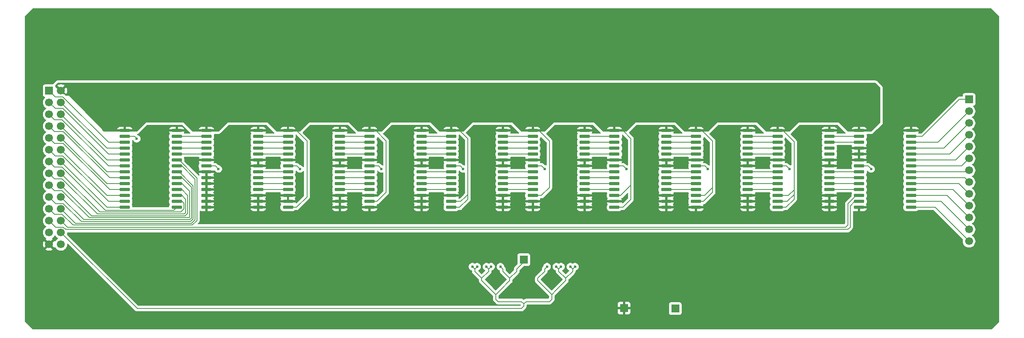
<source format=gbr>
%TF.GenerationSoftware,KiCad,Pcbnew,9.0.6-9.0.6~ubuntu24.04.1*%
%TF.CreationDate,2025-11-14T05:25:21+09:00*%
%TF.ProjectId,NCO_board,4e434f5f-626f-4617-9264-2e6b69636164,rev?*%
%TF.SameCoordinates,Original*%
%TF.FileFunction,Copper,L1,Top*%
%TF.FilePolarity,Positive*%
%FSLAX46Y46*%
G04 Gerber Fmt 4.6, Leading zero omitted, Abs format (unit mm)*
G04 Created by KiCad (PCBNEW 9.0.6-9.0.6~ubuntu24.04.1) date 2025-11-14 05:25:21*
%MOMM*%
%LPD*%
G01*
G04 APERTURE LIST*
G04 Aperture macros list*
%AMRoundRect*
0 Rectangle with rounded corners*
0 $1 Rounding radius*
0 $2 $3 $4 $5 $6 $7 $8 $9 X,Y pos of 4 corners*
0 Add a 4 corners polygon primitive as box body*
4,1,4,$2,$3,$4,$5,$6,$7,$8,$9,$2,$3,0*
0 Add four circle primitives for the rounded corners*
1,1,$1+$1,$2,$3*
1,1,$1+$1,$4,$5*
1,1,$1+$1,$6,$7*
1,1,$1+$1,$8,$9*
0 Add four rect primitives between the rounded corners*
20,1,$1+$1,$2,$3,$4,$5,0*
20,1,$1+$1,$4,$5,$6,$7,0*
20,1,$1+$1,$6,$7,$8,$9,0*
20,1,$1+$1,$8,$9,$2,$3,0*%
G04 Aperture macros list end*
%TA.AperFunction,Conductor*%
%ADD10C,0.200000*%
%TD*%
%TA.AperFunction,ComponentPad*%
%ADD11R,1.700000X1.700000*%
%TD*%
%TA.AperFunction,ComponentPad*%
%ADD12C,1.700000*%
%TD*%
%TA.AperFunction,SMDPad,CuDef*%
%ADD13RoundRect,0.150000X-0.987500X-0.150000X0.987500X-0.150000X0.987500X0.150000X-0.987500X0.150000X0*%
%TD*%
%TA.AperFunction,ComponentPad*%
%ADD14C,6.400000*%
%TD*%
%TA.AperFunction,ViaPad*%
%ADD15C,1.000000*%
%TD*%
%TA.AperFunction,ViaPad*%
%ADD16C,0.600000*%
%TD*%
G04 APERTURE END LIST*
D10*
%TO.N,+3V3*%
X165500000Y-40500000D02*
X165500000Y-39500000D01*
X165500000Y-41500000D02*
X165500000Y-40500000D01*
%TD*%
D11*
%TO.P,J6,1,Pin_1*%
%TO.N,unconnected-(J6-Pin_1-Pad1)*%
X140000000Y-65000000D03*
%TD*%
%TO.P,GND,1,Pin_1*%
%TO.N,GND*%
X129000000Y-64900000D03*
%TD*%
D12*
%TO.P,Inputs,28,Pin_28*%
%TO.N,unconnected-(J2-Pin_28-Pad28)*%
X8250000Y-51190000D03*
%TO.P,Inputs,27,Pin_27*%
%TO.N,GND*%
X5710000Y-51190000D03*
%TO.P,Inputs,26,Pin_26*%
%TO.N,/clk*%
X8250000Y-48650000D03*
%TO.P,Inputs,25,Pin_25*%
%TO.N,unconnected-(J2-Pin_25-Pad25)*%
X5710000Y-48650000D03*
%TO.P,Inputs,24,Pin_24*%
%TO.N,/selXY*%
X8250000Y-46110000D03*
%TO.P,Inputs,23,Pin_23*%
%TO.N,/selSign*%
X5710000Y-46110000D03*
%TO.P,Inputs,22,Pin_22*%
%TO.N,/FCW_18*%
X8250000Y-43570000D03*
%TO.P,Inputs,21,Pin_21*%
%TO.N,/FCW_19*%
X5710000Y-43570000D03*
%TO.P,Inputs,20,Pin_20*%
%TO.N,/FCW_16*%
X8250000Y-41030000D03*
%TO.P,Inputs,19,Pin_19*%
%TO.N,/FCW_17*%
X5710000Y-41030000D03*
%TO.P,Inputs,18,Pin_18*%
%TO.N,/FCW_14*%
X8250000Y-38490000D03*
%TO.P,Inputs,17,Pin_17*%
%TO.N,/FCW_15*%
X5710000Y-38490000D03*
%TO.P,Inputs,16,Pin_16*%
%TO.N,/FCW_12*%
X8250000Y-35950000D03*
%TO.P,Inputs,15,Pin_15*%
%TO.N,/FCW_13*%
X5710000Y-35950000D03*
%TO.P,Inputs,14,Pin_14*%
%TO.N,/FCW_10*%
X8250000Y-33410000D03*
%TO.P,Inputs,13,Pin_13*%
%TO.N,/FCW_11*%
X5710000Y-33410000D03*
%TO.P,Inputs,12,Pin_12*%
%TO.N,/FCW_8*%
X8250000Y-30870000D03*
%TO.P,Inputs,11,Pin_11*%
%TO.N,/FCW_9*%
X5710000Y-30870000D03*
%TO.P,Inputs,10,Pin_10*%
%TO.N,/FCW_6*%
X8250000Y-28330000D03*
%TO.P,Inputs,9,Pin_9*%
%TO.N,/FCW_7*%
X5710000Y-28330000D03*
%TO.P,Inputs,8,Pin_8*%
%TO.N,/FCW_4*%
X8250000Y-25790000D03*
%TO.P,Inputs,7,Pin_7*%
%TO.N,/FCW_5*%
X5710000Y-25790000D03*
%TO.P,Inputs,6,Pin_6*%
%TO.N,/FCW_2*%
X8250000Y-23250000D03*
%TO.P,Inputs,5,Pin_5*%
%TO.N,/FCW_3*%
X5710000Y-23250000D03*
%TO.P,Inputs,4,Pin_4*%
%TO.N,/FCW_0*%
X8250000Y-20710000D03*
%TO.P,Inputs,3,Pin_3*%
%TO.N,/FCW_1*%
X5710000Y-20710000D03*
%TO.P,Inputs,2,Pin_2*%
%TO.N,+3V3*%
X8250000Y-18170000D03*
D11*
%TO.P,Inputs,1,Pin_1*%
%TO.N,/en*%
X5710000Y-18170000D03*
%TD*%
D13*
%TO.P,CE_4,1,VDD*%
%TO.N,+3V3*%
X109437500Y-26745000D03*
%TO.P,CE_4,2,rdy*%
%TO.N,Net-(U5-vld)*%
X109437500Y-28015000D03*
%TO.P,CE_4,3,inIsNeg*%
%TO.N,Net-(U5-outIsNeg)*%
X109437500Y-29285000D03*
%TO.P,CE_4,4,inPhase[0]*%
%TO.N,Net-(U5-outPhase[1])*%
X109437500Y-30555000D03*
%TO.P,CE_4,5,inPhase[1]*%
%TO.N,Net-(U5-outPhase[0])*%
X109437500Y-31825000D03*
%TO.P,CE_4,6,Unused_GND*%
%TO.N,GND*%
X109437500Y-33095000D03*
%TO.P,CE_4,7,clk*%
%TO.N,/clk*%
X109437500Y-34365000D03*
%TO.P,CE_4,8,inX[1]*%
%TO.N,Net-(U5-outX[1])*%
X109437500Y-35635000D03*
%TO.P,CE_4,9,inX[0]*%
%TO.N,Net-(U5-outX[0])*%
X109437500Y-36905000D03*
%TO.P,CE_4,10,inY[1]*%
%TO.N,Net-(U5-outY[1])*%
X109437500Y-38175000D03*
%TO.P,CE_4,11,inY[0]*%
%TO.N,Net-(U5-outY[0])*%
X109437500Y-39445000D03*
%TO.P,CE_4,12,inStg[2]*%
%TO.N,+3V3*%
X109437500Y-40715000D03*
%TO.P,CE_4,13,inStg[1]*%
%TO.N,GND*%
X109437500Y-41985000D03*
%TO.P,CE_4,14,inStg[0]*%
X109437500Y-43255000D03*
%TO.P,CE_4,15,Unused_GND*%
X120562500Y-43255000D03*
%TO.P,CE_4,16,Unused_GND*%
X120562500Y-41985000D03*
%TO.P,CE_4,17,Unused_GND*%
X120562500Y-40715000D03*
%TO.P,CE_4,18,outY[0]*%
%TO.N,Net-(U6-outY[0])*%
X120562500Y-39445000D03*
%TO.P,CE_4,19,outY[1]*%
%TO.N,Net-(U6-outY[1])*%
X120562500Y-38175000D03*
%TO.P,CE_4,20,outX[0]*%
%TO.N,Net-(U6-outX[0])*%
X120562500Y-36905000D03*
%TO.P,CE_4,21,outX[1]*%
%TO.N,Net-(U6-outX[1])*%
X120562500Y-35635000D03*
%TO.P,CE_4,22,Unused_GND*%
%TO.N,GND*%
X120562500Y-34365000D03*
%TO.P,CE_4,23,Unused_GND*%
X120562500Y-33095000D03*
%TO.P,CE_4,24,outPhase[0]*%
%TO.N,Net-(U6-outPhase[0])*%
X120562500Y-31825000D03*
%TO.P,CE_4,25,outPhase[1]*%
%TO.N,Net-(U6-outPhase[1])*%
X120562500Y-30555000D03*
%TO.P,CE_4,26,outIsNeg*%
%TO.N,Net-(U6-outIsNeg)*%
X120562500Y-29285000D03*
%TO.P,CE_4,27,vld*%
%TO.N,Net-(U6-vld)*%
X120562500Y-28015000D03*
%TO.P,CE_4,28,GND*%
%TO.N,GND*%
X120562500Y-26745000D03*
%TD*%
%TO.P,Phase Accumulator,1,VDD*%
%TO.N,+3V3*%
X21937500Y-26745000D03*
%TO.P,Phase Accumulator,2,clk*%
%TO.N,/clk*%
X21937500Y-28015000D03*
%TO.P,Phase Accumulator,3,en*%
%TO.N,/en*%
X21937500Y-29285000D03*
%TO.P,Phase Accumulator,4,FCW[0]*%
%TO.N,/FCW_0*%
X21937500Y-30555000D03*
%TO.P,Phase Accumulator,5,FCW[1]*%
%TO.N,/FCW_1*%
X21937500Y-31825000D03*
%TO.P,Phase Accumulator,6,FCW[2]*%
%TO.N,/FCW_2*%
X21937500Y-33095000D03*
%TO.P,Phase Accumulator,7,FCW[3]*%
%TO.N,/FCW_3*%
X21937500Y-34365000D03*
%TO.P,Phase Accumulator,8,FCW[4]*%
%TO.N,/FCW_4*%
X21937500Y-35635000D03*
%TO.P,Phase Accumulator,9,FCW[5]*%
%TO.N,/FCW_5*%
X21937500Y-36905000D03*
%TO.P,Phase Accumulator,10,FCW[6]*%
%TO.N,/FCW_6*%
X21937500Y-38175000D03*
%TO.P,Phase Accumulator,11,FCW[7]*%
%TO.N,/FCW_7*%
X21937500Y-39445000D03*
%TO.P,Phase Accumulator,12,FCW[8]*%
%TO.N,/FCW_8*%
X21937500Y-40715000D03*
%TO.P,Phase Accumulator,13,FCW[9]*%
%TO.N,/FCW_9*%
X21937500Y-41985000D03*
%TO.P,Phase Accumulator,14,FCW[10]*%
%TO.N,/FCW_10*%
X21937500Y-43255000D03*
%TO.P,Phase Accumulator,15,FCW[11]*%
%TO.N,/FCW_11*%
X33062500Y-43255000D03*
%TO.P,Phase Accumulator,16,FCW[12]*%
%TO.N,/FCW_12*%
X33062500Y-41985000D03*
%TO.P,Phase Accumulator,17,FCW[13]*%
%TO.N,/FCW_13*%
X33062500Y-40715000D03*
%TO.P,Phase Accumulator,18,FCW[14]*%
%TO.N,/FCW_14*%
X33062500Y-39445000D03*
%TO.P,Phase Accumulator,19,FCW[15]*%
%TO.N,/FCW_15*%
X33062500Y-38175000D03*
%TO.P,Phase Accumulator,20,FCW[16]*%
%TO.N,/FCW_16*%
X33062500Y-36905000D03*
%TO.P,Phase Accumulator,21,FCW[17]*%
%TO.N,/FCW_17*%
X33062500Y-35635000D03*
%TO.P,Phase Accumulator,22,FCW[18]*%
%TO.N,/FCW_18*%
X33062500Y-34365000D03*
%TO.P,Phase Accumulator,23,FCW[19]*%
%TO.N,/FCW_19*%
X33062500Y-33095000D03*
%TO.P,Phase Accumulator,24,outPhase[0]*%
%TO.N,Net-(U1-outPhase[0])*%
X33062500Y-31825000D03*
%TO.P,Phase Accumulator,25,outPhase[1]*%
%TO.N,Net-(U1-outPhase[1])*%
X33062500Y-30555000D03*
%TO.P,Phase Accumulator,26,outIsNeg*%
%TO.N,Net-(U1-outIsNeg)*%
X33062500Y-29285000D03*
%TO.P,Phase Accumulator,27,vld*%
%TO.N,Net-(U1-vld)*%
X33062500Y-28015000D03*
%TO.P,Phase Accumulator,28,GND*%
%TO.N,GND*%
X33062500Y-26745000D03*
%TD*%
%TO.P,CE_6,1,VDD*%
%TO.N,+3V3*%
X144437500Y-26745000D03*
%TO.P,CE_6,2,rdy*%
%TO.N,Net-(U7-vld)*%
X144437500Y-28015000D03*
%TO.P,CE_6,3,inIsNeg*%
%TO.N,Net-(U7-outIsNeg)*%
X144437500Y-29285000D03*
%TO.P,CE_6,4,inPhase[0]*%
%TO.N,Net-(U7-outPhase[1])*%
X144437500Y-30555000D03*
%TO.P,CE_6,5,inPhase[1]*%
%TO.N,Net-(U7-outPhase[0])*%
X144437500Y-31825000D03*
%TO.P,CE_6,6,Unused_GND*%
%TO.N,GND*%
X144437500Y-33095000D03*
%TO.P,CE_6,7,clk*%
%TO.N,/clk*%
X144437500Y-34365000D03*
%TO.P,CE_6,8,inX[1]*%
%TO.N,Net-(U7-outX[1])*%
X144437500Y-35635000D03*
%TO.P,CE_6,9,inX[0]*%
%TO.N,Net-(U7-outX[0])*%
X144437500Y-36905000D03*
%TO.P,CE_6,10,inY[1]*%
%TO.N,Net-(U7-outY[1])*%
X144437500Y-38175000D03*
%TO.P,CE_6,11,inY[0]*%
%TO.N,Net-(U7-outY[0])*%
X144437500Y-39445000D03*
%TO.P,CE_6,12,inStg[2]*%
%TO.N,+3V3*%
X144437500Y-40715000D03*
%TO.P,CE_6,13,inStg[1]*%
X144437500Y-41985000D03*
%TO.P,CE_6,14,inStg[0]*%
%TO.N,GND*%
X144437500Y-43255000D03*
%TO.P,CE_6,15,Unused_GND*%
X155562500Y-43255000D03*
%TO.P,CE_6,16,Unused_GND*%
X155562500Y-41985000D03*
%TO.P,CE_6,17,Unused_GND*%
X155562500Y-40715000D03*
%TO.P,CE_6,18,outY[0]*%
%TO.N,Net-(U8-outY[0])*%
X155562500Y-39445000D03*
%TO.P,CE_6,19,outY[1]*%
%TO.N,Net-(U8-outY[1])*%
X155562500Y-38175000D03*
%TO.P,CE_6,20,outX[0]*%
%TO.N,Net-(U8-outX[0])*%
X155562500Y-36905000D03*
%TO.P,CE_6,21,outX[1]*%
%TO.N,Net-(U8-outX[1])*%
X155562500Y-35635000D03*
%TO.P,CE_6,22,Unused_GND*%
%TO.N,GND*%
X155562500Y-34365000D03*
%TO.P,CE_6,23,Unused_GND*%
X155562500Y-33095000D03*
%TO.P,CE_6,24,outPhase[0]*%
%TO.N,Net-(U8-outPhase[0])*%
X155562500Y-31825000D03*
%TO.P,CE_6,25,outPhase[1]*%
%TO.N,Net-(U8-outPhase[1])*%
X155562500Y-30555000D03*
%TO.P,CE_6,26,outIsNeg*%
%TO.N,Net-(U8-outIsNeg)*%
X155562500Y-29285000D03*
%TO.P,CE_6,27,vld*%
%TO.N,Net-(U8-vld)*%
X155562500Y-28015000D03*
%TO.P,CE_6,28,GND*%
%TO.N,GND*%
X155562500Y-26745000D03*
%TD*%
%TO.P,CE_7,1,VDD*%
%TO.N,+3V3*%
X161937500Y-26745000D03*
%TO.P,CE_7,2,rdy*%
%TO.N,Net-(U8-vld)*%
X161937500Y-28015000D03*
%TO.P,CE_7,3,inIsNeg*%
%TO.N,Net-(U8-outIsNeg)*%
X161937500Y-29285000D03*
%TO.P,CE_7,4,inPhase[0]*%
%TO.N,Net-(U8-outPhase[1])*%
X161937500Y-30555000D03*
%TO.P,CE_7,5,inPhase[1]*%
%TO.N,Net-(U8-outPhase[0])*%
X161937500Y-31825000D03*
%TO.P,CE_7,6,Unused_GND*%
%TO.N,GND*%
X161937500Y-33095000D03*
%TO.P,CE_7,7,clk*%
%TO.N,/clk*%
X161937500Y-34365000D03*
%TO.P,CE_7,8,inX[1]*%
%TO.N,Net-(U8-outX[1])*%
X161937500Y-35635000D03*
%TO.P,CE_7,9,inX[0]*%
%TO.N,Net-(U8-outX[0])*%
X161937500Y-36905000D03*
%TO.P,CE_7,10,inY[1]*%
%TO.N,Net-(U8-outY[1])*%
X161937500Y-38175000D03*
%TO.P,CE_7,11,inY[0]*%
%TO.N,Net-(U8-outY[0])*%
X161937500Y-39445000D03*
%TO.P,CE_7,12,inStg[2]*%
%TO.N,+3V3*%
X161937500Y-40715000D03*
%TO.P,CE_7,13,inStg[1]*%
X161937500Y-41985000D03*
%TO.P,CE_7,14,inStg[0]*%
X161937500Y-43255000D03*
%TO.P,CE_7,15,Unused_GND*%
%TO.N,GND*%
X173062500Y-43255000D03*
%TO.P,CE_7,16,Unused_GND*%
X173062500Y-41985000D03*
%TO.P,CE_7,17,Unused_GND*%
X173062500Y-40715000D03*
%TO.P,CE_7,18,outY[0]*%
%TO.N,Net-(U10-inY[0])*%
X173062500Y-39445000D03*
%TO.P,CE_7,19,outY[1]*%
%TO.N,Net-(U10-inY[1])*%
X173062500Y-38175000D03*
%TO.P,CE_7,20,outX[0]*%
%TO.N,Net-(U10-inX[0])*%
X173062500Y-36905000D03*
%TO.P,CE_7,21,outX[1]*%
%TO.N,Net-(U10-inX[1])*%
X173062500Y-35635000D03*
%TO.P,CE_7,22,Unused_GND*%
%TO.N,GND*%
X173062500Y-34365000D03*
%TO.P,CE_7,23,Unused_GND*%
X173062500Y-33095000D03*
%TO.P,CE_7,24,outPhase[0]*%
%TO.N,unconnected-(U9-outPhase[0]-Pad24)*%
X173062500Y-31825000D03*
%TO.P,CE_7,25,outPhase[1]*%
%TO.N,unconnected-(U9-outPhase[1]-Pad25)*%
X173062500Y-30555000D03*
%TO.P,CE_7,26,outIsNeg*%
%TO.N,Net-(U10-inIsNeg)*%
X173062500Y-29285000D03*
%TO.P,CE_7,27,vld*%
%TO.N,Net-(U10-rdy)*%
X173062500Y-28015000D03*
%TO.P,CE_7,28,GND*%
%TO.N,GND*%
X173062500Y-26745000D03*
%TD*%
D14*
%TO.P,H4,1,1*%
%TO.N,GND*%
X203000000Y-63000000D03*
%TD*%
%TO.P,H1,1,1*%
%TO.N,GND*%
X7000000Y-7000000D03*
%TD*%
D13*
%TO.P,CORDIC Element(CE_0),1,VDD*%
%TO.N,+3V3*%
X39437500Y-26745000D03*
%TO.P,CORDIC Element(CE_0),2,rdy*%
%TO.N,Net-(U1-vld)*%
X39437500Y-28015000D03*
%TO.P,CORDIC Element(CE_0),3,inIsNeg*%
%TO.N,Net-(U1-outIsNeg)*%
X39437500Y-29285000D03*
%TO.P,CORDIC Element(CE_0),4,inPhase[0]*%
%TO.N,Net-(U1-outPhase[1])*%
X39437500Y-30555000D03*
%TO.P,CORDIC Element(CE_0),5,inPhase[1]*%
%TO.N,Net-(U1-outPhase[0])*%
X39437500Y-31825000D03*
%TO.P,CORDIC Element(CE_0),6,Unused_GND*%
%TO.N,GND*%
X39437500Y-33095000D03*
%TO.P,CORDIC Element(CE_0),7,clk*%
%TO.N,/clk*%
X39437500Y-34365000D03*
%TO.P,CORDIC Element(CE_0),8,inX[1]*%
%TO.N,GND*%
X39437500Y-35635000D03*
%TO.P,CORDIC Element(CE_0),9,inX[0]*%
X39437500Y-36905000D03*
%TO.P,CORDIC Element(CE_0),10,inY[1]*%
X39437500Y-38175000D03*
%TO.P,CORDIC Element(CE_0),11,inY[0]*%
X39437500Y-39445000D03*
%TO.P,CORDIC Element(CE_0),12,inStg[2]*%
X39437500Y-40715000D03*
%TO.P,CORDIC Element(CE_0),13,inStg[1]*%
X39437500Y-41985000D03*
%TO.P,CORDIC Element(CE_0),14,inStg[0]*%
X39437500Y-43255000D03*
%TO.P,CORDIC Element(CE_0),15,Unused_GND*%
X50562500Y-43255000D03*
%TO.P,CORDIC Element(CE_0),16,Unused_GND*%
X50562500Y-41985000D03*
%TO.P,CORDIC Element(CE_0),17,Unused_GND*%
X50562500Y-40715000D03*
%TO.P,CORDIC Element(CE_0),18,outY[0]*%
%TO.N,Net-(U2-outY[0])*%
X50562500Y-39445000D03*
%TO.P,CORDIC Element(CE_0),19,outY[1]*%
%TO.N,Net-(U2-outY[1])*%
X50562500Y-38175000D03*
%TO.P,CORDIC Element(CE_0),20,outX[0]*%
%TO.N,Net-(U2-outX[0])*%
X50562500Y-36905000D03*
%TO.P,CORDIC Element(CE_0),21,outX[1]*%
%TO.N,Net-(U2-outX[1])*%
X50562500Y-35635000D03*
%TO.P,CORDIC Element(CE_0),22,Unused_GND*%
%TO.N,GND*%
X50562500Y-34365000D03*
%TO.P,CORDIC Element(CE_0),23,Unused_GND*%
X50562500Y-33095000D03*
%TO.P,CORDIC Element(CE_0),24,outPhase[0]*%
%TO.N,Net-(U2-outPhase[0])*%
X50562500Y-31825000D03*
%TO.P,CORDIC Element(CE_0),25,outPhase[1]*%
%TO.N,Net-(U2-outPhase[1])*%
X50562500Y-30555000D03*
%TO.P,CORDIC Element(CE_0),26,outIsNeg*%
%TO.N,Net-(U2-outIsNeg)*%
X50562500Y-29285000D03*
%TO.P,CORDIC Element(CE_0),27,vld*%
%TO.N,Net-(U2-vld)*%
X50562500Y-28015000D03*
%TO.P,CORDIC Element(CE_0),28,GND*%
%TO.N,GND*%
X50562500Y-26745000D03*
%TD*%
D11*
%TO.P,Clock,1,Pin_1*%
%TO.N,/clk*%
X107500000Y-54500000D03*
%TD*%
D13*
%TO.P,CE_2,1,VDD*%
%TO.N,+3V3*%
X74437500Y-26745000D03*
%TO.P,CE_2,2,rdy*%
%TO.N,Net-(U3-vld)*%
X74437500Y-28015000D03*
%TO.P,CE_2,3,inIsNeg*%
%TO.N,Net-(U3-outIsNeg)*%
X74437500Y-29285000D03*
%TO.P,CE_2,4,inPhase[0]*%
%TO.N,Net-(U3-outPhase[1])*%
X74437500Y-30555000D03*
%TO.P,CE_2,5,inPhase[1]*%
%TO.N,Net-(U3-outPhase[0])*%
X74437500Y-31825000D03*
%TO.P,CE_2,6,Unused_GND*%
%TO.N,GND*%
X74437500Y-33095000D03*
%TO.P,CE_2,7,clk*%
%TO.N,/clk*%
X74437500Y-34365000D03*
%TO.P,CE_2,8,inX[1]*%
%TO.N,Net-(U3-outX[1])*%
X74437500Y-35635000D03*
%TO.P,CE_2,9,inX[0]*%
%TO.N,Net-(U3-outX[0])*%
X74437500Y-36905000D03*
%TO.P,CE_2,10,inY[1]*%
%TO.N,Net-(U3-outY[1])*%
X74437500Y-38175000D03*
%TO.P,CE_2,11,inY[0]*%
%TO.N,Net-(U3-outY[0])*%
X74437500Y-39445000D03*
%TO.P,CE_2,12,inStg[2]*%
%TO.N,GND*%
X74437500Y-40715000D03*
%TO.P,CE_2,13,inStg[1]*%
%TO.N,+3V3*%
X74437500Y-41985000D03*
%TO.P,CE_2,14,inStg[0]*%
%TO.N,GND*%
X74437500Y-43255000D03*
%TO.P,CE_2,15,Unused_GND*%
X85562500Y-43255000D03*
%TO.P,CE_2,16,Unused_GND*%
X85562500Y-41985000D03*
%TO.P,CE_2,17,Unused_GND*%
X85562500Y-40715000D03*
%TO.P,CE_2,18,outY[0]*%
%TO.N,Net-(U4-outY[0])*%
X85562500Y-39445000D03*
%TO.P,CE_2,19,outY[1]*%
%TO.N,Net-(U4-outY[1])*%
X85562500Y-38175000D03*
%TO.P,CE_2,20,outX[0]*%
%TO.N,Net-(U4-outX[0])*%
X85562500Y-36905000D03*
%TO.P,CE_2,21,outX[1]*%
%TO.N,Net-(U4-outX[1])*%
X85562500Y-35635000D03*
%TO.P,CE_2,22,Unused_GND*%
%TO.N,GND*%
X85562500Y-34365000D03*
%TO.P,CE_2,23,Unused_GND*%
X85562500Y-33095000D03*
%TO.P,CE_2,24,outPhase[0]*%
%TO.N,Net-(U4-outPhase[0])*%
X85562500Y-31825000D03*
%TO.P,CE_2,25,outPhase[1]*%
%TO.N,Net-(U4-outPhase[1])*%
X85562500Y-30555000D03*
%TO.P,CE_2,26,outIsNeg*%
%TO.N,Net-(U4-outIsNeg)*%
X85562500Y-29285000D03*
%TO.P,CE_2,27,vld*%
%TO.N,Net-(U4-vld)*%
X85562500Y-28015000D03*
%TO.P,CE_2,28,GND*%
%TO.N,GND*%
X85562500Y-26745000D03*
%TD*%
D11*
%TO.P,Outputs,1,Pin_1*%
%TO.N,/vld*%
X203000000Y-20060000D03*
D12*
%TO.P,Outputs,2,Pin_2*%
%TO.N,/data_11*%
X203000000Y-22600000D03*
%TO.P,Outputs,3,Pin_3*%
%TO.N,/data_10*%
X203000000Y-25140000D03*
%TO.P,Outputs,4,Pin_4*%
%TO.N,/data_9*%
X203000000Y-27680000D03*
%TO.P,Outputs,5,Pin_5*%
%TO.N,/data_8*%
X203000000Y-30220000D03*
%TO.P,Outputs,6,Pin_6*%
%TO.N,/data_7*%
X203000000Y-32760000D03*
%TO.P,Outputs,7,Pin_7*%
%TO.N,/data_6*%
X203000000Y-35300000D03*
%TO.P,Outputs,8,Pin_8*%
%TO.N,/data_5*%
X203000000Y-37840000D03*
%TO.P,Outputs,9,Pin_9*%
%TO.N,/data_4*%
X203000000Y-40380000D03*
%TO.P,Outputs,10,Pin_10*%
%TO.N,/data_3*%
X203000000Y-42920000D03*
%TO.P,Outputs,11,Pin_11*%
%TO.N,/data_2*%
X203000000Y-45460000D03*
%TO.P,Outputs,12,Pin_12*%
%TO.N,/data_1*%
X203000000Y-48000000D03*
%TO.P,Outputs,13,Pin_13*%
%TO.N,/data_0*%
X203000000Y-50540000D03*
%TD*%
D14*
%TO.P,H2,1,1*%
%TO.N,GND*%
X7000000Y-63000000D03*
%TD*%
D13*
%TO.P,CE_5,1,VDD*%
%TO.N,+3V3*%
X126937500Y-26745000D03*
%TO.P,CE_5,2,rdy*%
%TO.N,Net-(U6-vld)*%
X126937500Y-28015000D03*
%TO.P,CE_5,3,inIsNeg*%
%TO.N,Net-(U6-outIsNeg)*%
X126937500Y-29285000D03*
%TO.P,CE_5,4,inPhase[0]*%
%TO.N,Net-(U6-outPhase[1])*%
X126937500Y-30555000D03*
%TO.P,CE_5,5,inPhase[1]*%
%TO.N,Net-(U6-outPhase[0])*%
X126937500Y-31825000D03*
%TO.P,CE_5,6,Unused_GND*%
%TO.N,GND*%
X126937500Y-33095000D03*
%TO.P,CE_5,7,clk*%
%TO.N,/clk*%
X126937500Y-34365000D03*
%TO.P,CE_5,8,inX[1]*%
%TO.N,Net-(U6-outX[1])*%
X126937500Y-35635000D03*
%TO.P,CE_5,9,inX[0]*%
%TO.N,Net-(U6-outX[0])*%
X126937500Y-36905000D03*
%TO.P,CE_5,10,inY[1]*%
%TO.N,Net-(U6-outY[1])*%
X126937500Y-38175000D03*
%TO.P,CE_5,11,inY[0]*%
%TO.N,Net-(U6-outY[0])*%
X126937500Y-39445000D03*
%TO.P,CE_5,12,inStg[2]*%
%TO.N,+3V3*%
X126937500Y-40715000D03*
%TO.P,CE_5,13,inStg[1]*%
%TO.N,GND*%
X126937500Y-41985000D03*
%TO.P,CE_5,14,inStg[0]*%
%TO.N,+3V3*%
X126937500Y-43255000D03*
%TO.P,CE_5,15,Unused_GND*%
%TO.N,GND*%
X138062500Y-43255000D03*
%TO.P,CE_5,16,Unused_GND*%
X138062500Y-41985000D03*
%TO.P,CE_5,17,Unused_GND*%
X138062500Y-40715000D03*
%TO.P,CE_5,18,outY[0]*%
%TO.N,Net-(U7-outY[0])*%
X138062500Y-39445000D03*
%TO.P,CE_5,19,outY[1]*%
%TO.N,Net-(U7-outY[1])*%
X138062500Y-38175000D03*
%TO.P,CE_5,20,outX[0]*%
%TO.N,Net-(U7-outX[0])*%
X138062500Y-36905000D03*
%TO.P,CE_5,21,outX[1]*%
%TO.N,Net-(U7-outX[1])*%
X138062500Y-35635000D03*
%TO.P,CE_5,22,Unused_GND*%
%TO.N,GND*%
X138062500Y-34365000D03*
%TO.P,CE_5,23,Unused_GND*%
X138062500Y-33095000D03*
%TO.P,CE_5,24,outPhase[0]*%
%TO.N,Net-(U7-outPhase[0])*%
X138062500Y-31825000D03*
%TO.P,CE_5,25,outPhase[1]*%
%TO.N,Net-(U7-outPhase[1])*%
X138062500Y-30555000D03*
%TO.P,CE_5,26,outIsNeg*%
%TO.N,Net-(U7-outIsNeg)*%
X138062500Y-29285000D03*
%TO.P,CE_5,27,vld*%
%TO.N,Net-(U7-vld)*%
X138062500Y-28015000D03*
%TO.P,CE_5,28,GND*%
%TO.N,GND*%
X138062500Y-26745000D03*
%TD*%
D14*
%TO.P,H3,1,1*%
%TO.N,GND*%
X203000000Y-7000000D03*
%TD*%
D13*
%TO.P,CE_1,1,VDD*%
%TO.N,+3V3*%
X56937500Y-26745000D03*
%TO.P,CE_1,2,rdy*%
%TO.N,Net-(U2-vld)*%
X56937500Y-28015000D03*
%TO.P,CE_1,3,inIsNeg*%
%TO.N,Net-(U2-outIsNeg)*%
X56937500Y-29285000D03*
%TO.P,CE_1,4,inPhase[0]*%
%TO.N,Net-(U2-outPhase[1])*%
X56937500Y-30555000D03*
%TO.P,CE_1,5,inPhase[1]*%
%TO.N,Net-(U2-outPhase[0])*%
X56937500Y-31825000D03*
%TO.P,CE_1,6,Unused_GND*%
%TO.N,GND*%
X56937500Y-33095000D03*
%TO.P,CE_1,7,clk*%
%TO.N,/clk*%
X56937500Y-34365000D03*
%TO.P,CE_1,8,inX[1]*%
%TO.N,Net-(U2-outX[1])*%
X56937500Y-35635000D03*
%TO.P,CE_1,9,inX[0]*%
%TO.N,Net-(U2-outX[0])*%
X56937500Y-36905000D03*
%TO.P,CE_1,10,inY[1]*%
%TO.N,Net-(U2-outY[1])*%
X56937500Y-38175000D03*
%TO.P,CE_1,11,inY[0]*%
%TO.N,Net-(U2-outY[0])*%
X56937500Y-39445000D03*
%TO.P,CE_1,12,inStg[2]*%
%TO.N,GND*%
X56937500Y-40715000D03*
%TO.P,CE_1,13,inStg[1]*%
X56937500Y-41985000D03*
%TO.P,CE_1,14,inStg[0]*%
%TO.N,+3V3*%
X56937500Y-43255000D03*
%TO.P,CE_1,15,Unused_GND*%
%TO.N,GND*%
X68062500Y-43255000D03*
%TO.P,CE_1,16,Unused_GND*%
X68062500Y-41985000D03*
%TO.P,CE_1,17,Unused_GND*%
X68062500Y-40715000D03*
%TO.P,CE_1,18,outY[0]*%
%TO.N,Net-(U3-outY[0])*%
X68062500Y-39445000D03*
%TO.P,CE_1,19,outY[1]*%
%TO.N,Net-(U3-outY[1])*%
X68062500Y-38175000D03*
%TO.P,CE_1,20,outX[0]*%
%TO.N,Net-(U3-outX[0])*%
X68062500Y-36905000D03*
%TO.P,CE_1,21,outX[1]*%
%TO.N,Net-(U3-outX[1])*%
X68062500Y-35635000D03*
%TO.P,CE_1,22,Unused_GND*%
%TO.N,GND*%
X68062500Y-34365000D03*
%TO.P,CE_1,23,Unused_GND*%
X68062500Y-33095000D03*
%TO.P,CE_1,24,outPhase[0]*%
%TO.N,Net-(U3-outPhase[0])*%
X68062500Y-31825000D03*
%TO.P,CE_1,25,outPhase[1]*%
%TO.N,Net-(U3-outPhase[1])*%
X68062500Y-30555000D03*
%TO.P,CE_1,26,outIsNeg*%
%TO.N,Net-(U3-outIsNeg)*%
X68062500Y-29285000D03*
%TO.P,CE_1,27,vld*%
%TO.N,Net-(U3-vld)*%
X68062500Y-28015000D03*
%TO.P,CE_1,28,GND*%
%TO.N,GND*%
X68062500Y-26745000D03*
%TD*%
%TO.P,CE_3,1,VDD*%
%TO.N,+3V3*%
X91937500Y-26745000D03*
%TO.P,CE_3,2,rdy*%
%TO.N,Net-(U4-vld)*%
X91937500Y-28015000D03*
%TO.P,CE_3,3,inIsNeg*%
%TO.N,Net-(U4-outIsNeg)*%
X91937500Y-29285000D03*
%TO.P,CE_3,4,inPhase[0]*%
%TO.N,Net-(U4-outPhase[1])*%
X91937500Y-30555000D03*
%TO.P,CE_3,5,inPhase[1]*%
%TO.N,Net-(U4-outPhase[0])*%
X91937500Y-31825000D03*
%TO.P,CE_3,6,Unused_GND*%
%TO.N,GND*%
X91937500Y-33095000D03*
%TO.P,CE_3,7,clk*%
%TO.N,/clk*%
X91937500Y-34365000D03*
%TO.P,CE_3,8,inX[1]*%
%TO.N,Net-(U4-outX[1])*%
X91937500Y-35635000D03*
%TO.P,CE_3,9,inX[0]*%
%TO.N,Net-(U4-outX[0])*%
X91937500Y-36905000D03*
%TO.P,CE_3,10,inY[1]*%
%TO.N,Net-(U4-outY[1])*%
X91937500Y-38175000D03*
%TO.P,CE_3,11,inY[0]*%
%TO.N,Net-(U4-outY[0])*%
X91937500Y-39445000D03*
%TO.P,CE_3,12,inStg[2]*%
%TO.N,GND*%
X91937500Y-40715000D03*
%TO.P,CE_3,13,inStg[1]*%
%TO.N,+3V3*%
X91937500Y-41985000D03*
%TO.P,CE_3,14,inStg[0]*%
X91937500Y-43255000D03*
%TO.P,CE_3,15,Unused_GND*%
%TO.N,GND*%
X103062500Y-43255000D03*
%TO.P,CE_3,16,Unused_GND*%
X103062500Y-41985000D03*
%TO.P,CE_3,17,Unused_GND*%
X103062500Y-40715000D03*
%TO.P,CE_3,18,outY[0]*%
%TO.N,Net-(U5-outY[0])*%
X103062500Y-39445000D03*
%TO.P,CE_3,19,outY[1]*%
%TO.N,Net-(U5-outY[1])*%
X103062500Y-38175000D03*
%TO.P,CE_3,20,outX[0]*%
%TO.N,Net-(U5-outX[0])*%
X103062500Y-36905000D03*
%TO.P,CE_3,21,outX[1]*%
%TO.N,Net-(U5-outX[1])*%
X103062500Y-35635000D03*
%TO.P,CE_3,22,Unused_GND*%
%TO.N,GND*%
X103062500Y-34365000D03*
%TO.P,CE_3,23,Unused_GND*%
X103062500Y-33095000D03*
%TO.P,CE_3,24,outPhase[0]*%
%TO.N,Net-(U5-outPhase[0])*%
X103062500Y-31825000D03*
%TO.P,CE_3,25,outPhase[1]*%
%TO.N,Net-(U5-outPhase[1])*%
X103062500Y-30555000D03*
%TO.P,CE_3,26,outIsNeg*%
%TO.N,Net-(U5-outIsNeg)*%
X103062500Y-29285000D03*
%TO.P,CE_3,27,vld*%
%TO.N,Net-(U5-vld)*%
X103062500Y-28015000D03*
%TO.P,CE_3,28,GND*%
%TO.N,GND*%
X103062500Y-26745000D03*
%TD*%
%TO.P,Output Terminal,1,VDD*%
%TO.N,+3V3*%
X179437500Y-26745000D03*
%TO.P,Output Terminal,2,rdy*%
%TO.N,Net-(U10-rdy)*%
X179437500Y-28015000D03*
%TO.P,Output Terminal,3,inIsNeg*%
%TO.N,Net-(U10-inIsNeg)*%
X179437500Y-29285000D03*
%TO.P,Output Terminal,4,Unused_GND*%
%TO.N,GND*%
X179437500Y-30555000D03*
%TO.P,Output Terminal,5,Unused_GND*%
X179437500Y-31825000D03*
%TO.P,Output Terminal,6,Unused_GND*%
X179437500Y-33095000D03*
%TO.P,Output Terminal,7,clk*%
%TO.N,/clk*%
X179437500Y-34365000D03*
%TO.P,Output Terminal,8,inX[1]*%
%TO.N,Net-(U10-inX[1])*%
X179437500Y-35635000D03*
%TO.P,Output Terminal,9,inX[0]*%
%TO.N,Net-(U10-inX[0])*%
X179437500Y-36905000D03*
%TO.P,Output Terminal,10,inY[1]*%
%TO.N,Net-(U10-inY[1])*%
X179437500Y-38175000D03*
%TO.P,Output Terminal,11,inY[0]*%
%TO.N,Net-(U10-inY[0])*%
X179437500Y-39445000D03*
%TO.P,Output Terminal,12,selXY*%
%TO.N,/selXY*%
X179437500Y-40715000D03*
%TO.P,Output Terminal,13,selSign*%
%TO.N,/selSign*%
X179437500Y-41985000D03*
%TO.P,Output Terminal,14,Unused_GND*%
%TO.N,GND*%
X179437500Y-43255000D03*
%TO.P,Output Terminal,15,outData[0]*%
%TO.N,/data_0*%
X190562500Y-43255000D03*
%TO.P,Output Terminal,16,outData[1]*%
%TO.N,/data_1*%
X190562500Y-41985000D03*
%TO.P,Output Terminal,17,outData[2]*%
%TO.N,/data_2*%
X190562500Y-40715000D03*
%TO.P,Output Terminal,18,outData[3]*%
%TO.N,/data_3*%
X190562500Y-39445000D03*
%TO.P,Output Terminal,19,outData[4]*%
%TO.N,/data_4*%
X190562500Y-38175000D03*
%TO.P,Output Terminal,20,outData[5]*%
%TO.N,/data_5*%
X190562500Y-36905000D03*
%TO.P,Output Terminal,21,outData[6]*%
%TO.N,/data_6*%
X190562500Y-35635000D03*
%TO.P,Output Terminal,22,outData[7]*%
%TO.N,/data_7*%
X190562500Y-34365000D03*
%TO.P,Output Terminal,23,outData[8]*%
%TO.N,/data_8*%
X190562500Y-33095000D03*
%TO.P,Output Terminal,24,outData[9]*%
%TO.N,/data_9*%
X190562500Y-31825000D03*
%TO.P,Output Terminal,25,outData[10]*%
%TO.N,/data_10*%
X190562500Y-30555000D03*
%TO.P,Output Terminal,26,outData[11]*%
%TO.N,/data_11*%
X190562500Y-29285000D03*
%TO.P,Output Terminal,27,vld*%
%TO.N,/vld*%
X190562500Y-28015000D03*
%TO.P,Output Terminal,28,GND*%
%TO.N,GND*%
X190562500Y-26745000D03*
%TD*%
D15*
%TO.N,GND*%
X175300000Y-31100000D03*
X177200000Y-31200000D03*
X187500000Y-37500000D03*
X197500000Y-62500000D03*
X20000000Y-5000000D03*
X17500000Y-7500000D03*
X17500000Y-5000000D03*
X37500000Y-2500000D03*
X22500000Y-2500000D03*
X27500000Y-2500000D03*
X35000000Y-2500000D03*
X32500000Y-2500000D03*
X25000000Y-2500000D03*
X30000000Y-2500000D03*
X195000000Y-50000000D03*
X192500000Y-52500000D03*
X190000000Y-55000000D03*
X187500000Y-57500000D03*
X185000000Y-60000000D03*
X182500000Y-62500000D03*
X180000000Y-62500000D03*
X177500000Y-62500000D03*
X175000000Y-62500000D03*
X172500000Y-62500000D03*
X170000000Y-62500000D03*
X167500000Y-62500000D03*
X165000000Y-62500000D03*
X162500000Y-62500000D03*
X160000000Y-62500000D03*
X157500000Y-62500000D03*
X155000000Y-62500000D03*
X152500000Y-62500000D03*
X150000000Y-62500000D03*
X147500000Y-62500000D03*
X145000000Y-62500000D03*
X142500000Y-62500000D03*
X140000000Y-62500000D03*
X137500000Y-62500000D03*
X135000000Y-62500000D03*
X132500000Y-62500000D03*
X130000000Y-62500000D03*
X127500000Y-62500000D03*
X125000000Y-62500000D03*
X122500000Y-62500000D03*
X120000000Y-62500000D03*
X117500000Y-62500000D03*
X54000000Y-42000000D03*
X54000000Y-45000000D03*
X71000000Y-45000000D03*
X106000000Y-45000000D03*
X141000000Y-45000000D03*
X159000000Y-45000000D03*
X176000000Y-41000000D03*
X159000000Y-42000000D03*
X141000000Y-42000000D03*
X124000000Y-42000000D03*
X106000000Y-42000000D03*
X89000000Y-42000000D03*
X71000000Y-42000000D03*
X59500000Y-37500000D03*
X59500000Y-40000000D03*
X59500000Y-30000000D03*
X59500000Y-32500000D03*
X76750000Y-30000000D03*
X76750000Y-32500000D03*
X76750000Y-37500000D03*
X94250000Y-37500000D03*
X94250000Y-39750000D03*
X94250000Y-30000000D03*
X94250000Y-32500000D03*
X111750000Y-32500000D03*
X129250000Y-32500000D03*
X129250000Y-30000000D03*
X164250000Y-32500000D03*
X164250000Y-30000000D03*
X146750000Y-32500000D03*
X146750000Y-30000000D03*
X177200000Y-33800000D03*
X175300000Y-33700000D03*
X159700000Y-33700000D03*
X157800000Y-33700000D03*
X142100000Y-33800000D03*
X140300000Y-33800000D03*
X124700000Y-33800000D03*
X122800000Y-33700000D03*
X107200000Y-33800000D03*
X105300000Y-33800000D03*
X87800000Y-33700000D03*
X89700000Y-33700000D03*
X72200000Y-33700000D03*
X70300000Y-33700000D03*
X52800000Y-33700000D03*
X54700000Y-33700000D03*
X35500000Y-33100000D03*
X37000000Y-34400000D03*
X92500000Y-62500000D03*
X97500000Y-62500000D03*
X95000000Y-62500000D03*
X90000000Y-62500000D03*
X87500000Y-62500000D03*
X85000000Y-62500000D03*
X80000000Y-62500000D03*
X82500000Y-62500000D03*
X77500000Y-62500000D03*
X72500000Y-62500000D03*
X75000000Y-62500000D03*
X70000000Y-62500000D03*
X67500000Y-62500000D03*
X65000000Y-62500000D03*
X62500000Y-62500000D03*
X57500000Y-62500000D03*
X60000000Y-62500000D03*
X55000000Y-62500000D03*
X52500000Y-62500000D03*
X50000000Y-62500000D03*
X47500000Y-62500000D03*
X45000000Y-62500000D03*
X40000000Y-62500000D03*
X42500000Y-62500000D03*
X37500000Y-62500000D03*
X35000000Y-62500000D03*
X32500000Y-62500000D03*
X30000000Y-62500000D03*
X27500000Y-62500000D03*
X25000000Y-60000000D03*
X22500000Y-57500000D03*
X20000000Y-55000000D03*
X17500000Y-52500000D03*
X15000000Y-50000000D03*
X207500000Y-52500000D03*
X10000000Y-15000000D03*
X7500000Y-15000000D03*
X5000000Y-15000000D03*
X47500000Y-67500000D03*
X40000000Y-67500000D03*
X45000000Y-67500000D03*
X42500000Y-67500000D03*
X37500000Y-67500000D03*
X35000000Y-67500000D03*
X32500000Y-67500000D03*
X30000000Y-67500000D03*
X27500000Y-67500000D03*
X25000000Y-67500000D03*
X52500000Y-67500000D03*
X50000000Y-67500000D03*
X55000000Y-67500000D03*
X60000000Y-67500000D03*
X57500000Y-67500000D03*
X62500000Y-67500000D03*
X65000000Y-67500000D03*
X70000000Y-67500000D03*
X67500000Y-67500000D03*
X72500000Y-67500000D03*
X75000000Y-67500000D03*
X77500000Y-67500000D03*
X80000000Y-67500000D03*
X85000000Y-67500000D03*
X82500000Y-67500000D03*
X87500000Y-67500000D03*
X90000000Y-67500000D03*
X92500000Y-67500000D03*
X95000000Y-67500000D03*
X97500000Y-67500000D03*
X100000000Y-67500000D03*
X102500000Y-67500000D03*
X105000000Y-67500000D03*
X107500000Y-67500000D03*
X112500000Y-67500000D03*
X110000000Y-67500000D03*
X115000000Y-67500000D03*
X117500000Y-67500000D03*
X120000000Y-67500000D03*
X125000000Y-67500000D03*
X122500000Y-67500000D03*
X127500000Y-67500000D03*
X132500000Y-67500000D03*
X130000000Y-67500000D03*
X135000000Y-67500000D03*
X137500000Y-67500000D03*
X145000000Y-67500000D03*
X140000000Y-67500000D03*
X142500000Y-67500000D03*
X147500000Y-67500000D03*
X150000000Y-67500000D03*
X155000000Y-67500000D03*
X152500000Y-67500000D03*
X157500000Y-67500000D03*
X160000000Y-67500000D03*
X162500000Y-67500000D03*
X165000000Y-67500000D03*
X167500000Y-67500000D03*
X170000000Y-67500000D03*
X172500000Y-67500000D03*
X175000000Y-67500000D03*
X177500000Y-67500000D03*
X180000000Y-67500000D03*
X182500000Y-67500000D03*
X192500000Y-62500000D03*
X192500000Y-65000000D03*
X192500000Y-67500000D03*
X190000000Y-65000000D03*
X190000000Y-67500000D03*
X187500000Y-67500000D03*
X185000000Y-67500000D03*
X192500000Y-7500000D03*
X190000000Y-5000000D03*
X192500000Y-5000000D03*
X192500000Y-2500000D03*
X190000000Y-2500000D03*
X187500000Y-2500000D03*
X185000000Y-2500000D03*
X182500000Y-2500000D03*
X180000000Y-2500000D03*
X172500000Y-2500000D03*
X177500000Y-2500000D03*
X175000000Y-2500000D03*
X170000000Y-2500000D03*
X167500000Y-2500000D03*
X162500000Y-2500000D03*
X165000000Y-2500000D03*
X160000000Y-2500000D03*
X157500000Y-2500000D03*
X155000000Y-2500000D03*
X152500000Y-2500000D03*
X150000000Y-2500000D03*
X147500000Y-2500000D03*
X145000000Y-2500000D03*
X142500000Y-2500000D03*
X140000000Y-2500000D03*
X137500000Y-2500000D03*
X135000000Y-2500000D03*
X132500000Y-2500000D03*
X130000000Y-2500000D03*
X127500000Y-2500000D03*
X125000000Y-2500000D03*
X122500000Y-2500000D03*
X120000000Y-2500000D03*
X117500000Y-2500000D03*
X115000000Y-2500000D03*
X112500000Y-2500000D03*
X110000000Y-2500000D03*
X107500000Y-2500000D03*
X105000000Y-2500000D03*
X102500000Y-2500000D03*
X90000000Y-2500000D03*
X92500000Y-2500000D03*
X97500000Y-2500000D03*
X100000000Y-2500000D03*
X95000000Y-2500000D03*
X87500000Y-2500000D03*
X85000000Y-2500000D03*
X82500000Y-2500000D03*
X75000000Y-2500000D03*
X70000000Y-2500000D03*
X77500000Y-2500000D03*
X72500000Y-2500000D03*
X67500000Y-2500000D03*
X62500000Y-2500000D03*
X60000000Y-2500000D03*
X52500000Y-2500000D03*
X55000000Y-2500000D03*
X47500000Y-2500000D03*
X42500000Y-2500000D03*
X80000000Y-2500000D03*
X65000000Y-2500000D03*
X57500000Y-2500000D03*
X50000000Y-2500000D03*
X45000000Y-2500000D03*
X40000000Y-2500000D03*
X20000000Y-2500000D03*
X17500000Y-2500000D03*
X15000000Y-2500000D03*
X15000000Y-5000000D03*
X15000000Y-7500000D03*
X15000000Y-10000000D03*
X2500000Y-57500000D03*
X2500000Y-55000000D03*
X2500000Y-52500000D03*
X2500000Y-50000000D03*
X2500000Y-42500000D03*
X2500000Y-45000000D03*
X2500000Y-27500000D03*
X2500000Y-35000000D03*
X2500000Y-47500000D03*
X2500000Y-40000000D03*
X2500000Y-37500000D03*
X2500000Y-32500000D03*
X2500000Y-30000000D03*
X2500000Y-25000000D03*
X2500000Y-20000000D03*
X2500000Y-22500000D03*
X2500000Y-17500000D03*
X2500000Y-15000000D03*
X12500000Y-2500000D03*
X12500000Y-5000000D03*
X12500000Y-7500000D03*
X12500000Y-10000000D03*
X12500000Y-12500000D03*
X10000000Y-12500000D03*
X7500000Y-12500000D03*
X5000000Y-12500000D03*
X2500000Y-12500000D03*
X205000000Y-15000000D03*
X202500000Y-15000000D03*
X200000000Y-15000000D03*
X195000000Y-10000000D03*
X195000000Y-7500000D03*
X195000000Y-5000000D03*
X195000000Y-2500000D03*
X197500000Y-7500000D03*
X197500000Y-2500000D03*
X197500000Y-5000000D03*
X197500000Y-10000000D03*
X197500000Y-12500000D03*
X200000000Y-12500000D03*
X202500000Y-12500000D03*
X205000000Y-12500000D03*
X207500000Y-12500000D03*
X207500000Y-15000000D03*
X207500000Y-17500000D03*
X207500000Y-20000000D03*
X207500000Y-22500000D03*
X207500000Y-25000000D03*
X207500000Y-27500000D03*
X207500000Y-30000000D03*
X207500000Y-32500000D03*
X207500000Y-35000000D03*
X207500000Y-40000000D03*
X207500000Y-37500000D03*
X207500000Y-42500000D03*
X207500000Y-47500000D03*
X207500000Y-45000000D03*
X207500000Y-50000000D03*
X207500000Y-55000000D03*
X207500000Y-57500000D03*
X197500000Y-67500000D03*
X195000000Y-67500000D03*
X12500000Y-67500000D03*
X15000000Y-67500000D03*
X17500000Y-67500000D03*
X15000000Y-65000000D03*
X12500000Y-65000000D03*
X12500000Y-62500000D03*
X5000000Y-57500000D03*
X5000000Y-55000000D03*
X7500000Y-55000000D03*
X7500000Y-57500000D03*
X10000000Y-57500000D03*
X12500000Y-60000000D03*
X15000000Y-62500000D03*
X17500000Y-65000000D03*
X20000000Y-67500000D03*
X22500000Y-67500000D03*
X20000000Y-65000000D03*
X17500000Y-62500000D03*
X15000000Y-60000000D03*
X12500000Y-57500000D03*
X10000000Y-55000000D03*
X195000000Y-65000000D03*
X197500000Y-65000000D03*
X205000000Y-57500000D03*
X205000000Y-55000000D03*
X202500000Y-55000000D03*
X202500000Y-57500000D03*
X197500000Y-60000000D03*
X195000000Y-60000000D03*
X195000000Y-62500000D03*
X200000000Y-57500000D03*
X197500000Y-57500000D03*
X200000000Y-55000000D03*
X182500000Y-37500000D03*
X182500000Y-40000000D03*
X182500000Y-42500000D03*
X187500000Y-42500000D03*
X187500000Y-40000000D03*
X187500000Y-35000000D03*
X182500000Y-32500000D03*
X185000000Y-32500000D03*
X187500000Y-32500000D03*
X187500000Y-30000000D03*
X187500000Y-27500000D03*
X185000000Y-27500000D03*
X185000000Y-30000000D03*
X182500000Y-30000000D03*
X170000000Y-42500000D03*
X170000000Y-40000000D03*
X170000000Y-37500000D03*
X170000000Y-35000000D03*
X170000000Y-32500000D03*
X167500000Y-32500000D03*
X170000000Y-30000000D03*
X167500000Y-30000000D03*
X170000000Y-27500000D03*
X167500000Y-27500000D03*
X152500000Y-42500000D03*
X152500000Y-40000000D03*
X152500000Y-37500000D03*
X152500000Y-35000000D03*
X152500000Y-32500000D03*
X150000000Y-32500000D03*
X152500000Y-30000000D03*
X150000000Y-30000000D03*
X152500000Y-27500000D03*
X150000000Y-27500000D03*
X135000000Y-27500000D03*
X135000000Y-30000000D03*
X135000000Y-32500000D03*
X132500000Y-32500000D03*
X132500000Y-30000000D03*
X132500000Y-27500000D03*
X117500000Y-42500000D03*
X117500000Y-40000000D03*
X117500000Y-37500000D03*
X117500000Y-35000000D03*
X117500000Y-32500000D03*
X115000000Y-32500000D03*
X117500000Y-30000000D03*
X115000000Y-30000000D03*
X117500000Y-27500000D03*
X115000000Y-27500000D03*
X100000000Y-42500000D03*
X100000000Y-40000000D03*
X100000000Y-37500000D03*
X100000000Y-35000000D03*
X100000000Y-27500000D03*
X100000000Y-30000000D03*
X100000000Y-32500000D03*
X97500000Y-32500000D03*
X97500000Y-30000000D03*
X97500000Y-27500000D03*
X82500000Y-42500000D03*
X82500000Y-40000000D03*
X82500000Y-37500000D03*
X82500000Y-35000000D03*
X82500000Y-32500000D03*
X80000000Y-32500000D03*
X82500000Y-30000000D03*
X80000000Y-30000000D03*
X82500000Y-27500000D03*
X80000000Y-27500000D03*
X62500000Y-32500000D03*
X62500000Y-30000000D03*
X62500000Y-27500000D03*
X65000000Y-27500000D03*
X65000000Y-30000000D03*
X65000000Y-32500000D03*
X65000000Y-35000000D03*
X65000000Y-37500000D03*
X65000000Y-40000000D03*
X65000000Y-42500000D03*
X42500000Y-37500000D03*
X42500000Y-40000000D03*
X42500000Y-42500000D03*
X47500000Y-42500000D03*
X47500000Y-40000000D03*
X47500000Y-37500000D03*
X47500000Y-35000000D03*
X47500000Y-32500000D03*
X45000000Y-32500000D03*
X42500000Y-32500000D03*
X42500000Y-30000000D03*
X45000000Y-30000000D03*
X47500000Y-30000000D03*
X47500000Y-27500000D03*
X45000000Y-27500000D03*
D16*
%TO.N,/clk*%
X118500000Y-56000000D03*
X117500000Y-56000000D03*
X115500000Y-56000000D03*
X114500000Y-56000000D03*
X112500000Y-56000000D03*
X102500000Y-56000000D03*
X100500000Y-56000000D03*
X99500000Y-56000000D03*
X97500000Y-56000000D03*
X96500000Y-56000000D03*
X94500000Y-35000000D03*
X24500000Y-28500000D03*
X42000000Y-35000000D03*
X112000000Y-35000000D03*
X77000000Y-35000000D03*
X59500000Y-35000000D03*
X147000000Y-35000000D03*
X182000000Y-35000000D03*
X129500000Y-35000000D03*
X164500000Y-35000000D03*
D15*
%TO.N,GND*%
X111750000Y-30000000D03*
X27500000Y-30000000D03*
X30000000Y-27500000D03*
X27500000Y-37500000D03*
X27500000Y-32500000D03*
X30000000Y-30000000D03*
X30000000Y-35000000D03*
X30000000Y-37500000D03*
X30000000Y-32500000D03*
X27500000Y-27500000D03*
X27500000Y-35000000D03*
X30000000Y-40000000D03*
%TD*%
D10*
%TO.N,/selXY*%
X8250000Y-46110000D02*
X9640000Y-47500000D01*
X9640000Y-47500000D02*
X176500000Y-47500000D01*
X176500000Y-47500000D02*
X177000000Y-47000000D01*
X177000000Y-47000000D02*
X177000000Y-42500000D01*
X177000000Y-42500000D02*
X178785000Y-40715000D01*
X178785000Y-40715000D02*
X179437500Y-40715000D01*
%TO.N,/selSign*%
X5710000Y-46110000D02*
X7100000Y-47500000D01*
X8727760Y-47500000D02*
X9227760Y-48000000D01*
X7100000Y-47500000D02*
X8727760Y-47500000D01*
X178515000Y-41985000D02*
X179437500Y-41985000D01*
X9227760Y-48000000D02*
X177000000Y-48000000D01*
X177000000Y-48000000D02*
X177500000Y-47500000D01*
X177500000Y-47500000D02*
X177500000Y-43000000D01*
X177500000Y-43000000D02*
X178515000Y-41985000D01*
%TO.N,/clk*%
X107500000Y-64500000D02*
X107000000Y-65000000D01*
X8250000Y-48650000D02*
X24600000Y-65000000D01*
X24600000Y-65000000D02*
X107000000Y-65000000D01*
X107500000Y-64500000D02*
X107500000Y-64000000D01*
%TO.N,/data_0*%
X195715000Y-43255000D02*
X203000000Y-50540000D01*
X190562500Y-43255000D02*
X195715000Y-43255000D01*
%TO.N,/data_2*%
X190562500Y-40715000D02*
X198255000Y-40715000D01*
X198255000Y-40715000D02*
X203000000Y-45460000D01*
%TO.N,/vld*%
X190562500Y-28015000D02*
X192985000Y-28015000D01*
X200940000Y-20060000D02*
X203000000Y-20060000D01*
X192985000Y-28015000D02*
X200940000Y-20060000D01*
%TO.N,/data_3*%
X199525000Y-39445000D02*
X203000000Y-42920000D01*
X190562500Y-39445000D02*
X199525000Y-39445000D01*
%TO.N,/data_6*%
X202665000Y-35635000D02*
X203000000Y-35300000D01*
X190562500Y-35635000D02*
X202665000Y-35635000D01*
%TO.N,/data_5*%
X190562500Y-36905000D02*
X202065000Y-36905000D01*
X202065000Y-36905000D02*
X203000000Y-37840000D01*
%TO.N,/data_1*%
X190562500Y-41985000D02*
X196985000Y-41985000D01*
X196985000Y-41985000D02*
X203000000Y-48000000D01*
%TO.N,/data_9*%
X190562500Y-31825000D02*
X198855000Y-31825000D01*
X198855000Y-31825000D02*
X203000000Y-27680000D01*
%TO.N,/data_4*%
X200795000Y-38175000D02*
X203000000Y-40380000D01*
X190562500Y-38175000D02*
X200795000Y-38175000D01*
%TO.N,/data_8*%
X190562500Y-33095000D02*
X200125000Y-33095000D01*
X200125000Y-33095000D02*
X203000000Y-30220000D01*
%TO.N,/data_10*%
X197585000Y-30555000D02*
X203000000Y-25140000D01*
X190562500Y-30555000D02*
X197585000Y-30555000D01*
%TO.N,/data_7*%
X201395000Y-34365000D02*
X203000000Y-32760000D01*
X190562500Y-34365000D02*
X201395000Y-34365000D01*
%TO.N,/data_11*%
X196315000Y-29285000D02*
X203000000Y-22600000D01*
X190562500Y-29285000D02*
X196315000Y-29285000D01*
%TO.N,/FCW_6*%
X21937500Y-38175000D02*
X18095000Y-38175000D01*
X18095000Y-38175000D02*
X8250000Y-28330000D01*
%TO.N,/FCW_7*%
X21937500Y-39445000D02*
X18690760Y-39445000D01*
X18690760Y-39445000D02*
X8726760Y-29481000D01*
X8726760Y-29481000D02*
X6861000Y-29481000D01*
X6861000Y-29481000D02*
X5710000Y-28330000D01*
%TO.N,/FCW_11*%
X6861000Y-34561000D02*
X5710000Y-33410000D01*
X17783760Y-43856000D02*
X8488760Y-34561000D01*
X8488760Y-34561000D02*
X6861000Y-34561000D01*
X32461500Y-43856000D02*
X17783760Y-43856000D01*
X33062500Y-43255000D02*
X32461500Y-43856000D01*
%TO.N,/FCW_9*%
X21937500Y-41985000D02*
X18452760Y-41985000D01*
X8667760Y-32200000D02*
X7040000Y-32200000D01*
X18452760Y-41985000D02*
X8667760Y-32200000D01*
X7040000Y-32200000D02*
X5710000Y-30870000D01*
%TO.N,/FCW_8*%
X21937500Y-40715000D02*
X18095000Y-40715000D01*
X18095000Y-40715000D02*
X8250000Y-30870000D01*
%TO.N,/FCW_18*%
X11343000Y-46663000D02*
X8250000Y-43570000D01*
X33062500Y-34365000D02*
X34199999Y-34365000D01*
X36238300Y-46663000D02*
X11343000Y-46663000D01*
X37006000Y-45895300D02*
X36238300Y-46663000D01*
X37006000Y-37171001D02*
X37006000Y-45895300D01*
X34199999Y-34365000D02*
X37006000Y-37171001D01*
%TO.N,/FCW_17*%
X33571968Y-35635000D02*
X36605000Y-38668032D01*
X12569760Y-46262000D02*
X8726760Y-42419000D01*
X36072200Y-46262000D02*
X12569760Y-46262000D01*
X36605000Y-38668032D02*
X36605000Y-45729200D01*
X36605000Y-45729200D02*
X36072200Y-46262000D01*
X7099000Y-42419000D02*
X5710000Y-41030000D01*
X33062500Y-35635000D02*
X33571968Y-35635000D01*
X8726760Y-42419000D02*
X7099000Y-42419000D01*
%TO.N,+3V3*%
X61000000Y-29000000D02*
X58745000Y-26745000D01*
X161937500Y-41985000D02*
X164015000Y-41985000D01*
X164285000Y-40715000D02*
X165500000Y-39500000D01*
X93745000Y-26745000D02*
X91937500Y-26745000D01*
X164015000Y-41985000D02*
X165500000Y-40500000D01*
X111285000Y-40715000D02*
X113000000Y-39000000D01*
X94015000Y-41985000D02*
X95000000Y-41000000D01*
X163074999Y-26745000D02*
X161937500Y-26745000D01*
X113000000Y-29000000D02*
X110745000Y-26745000D01*
X95500000Y-40500000D02*
X95500000Y-28500000D01*
X61000000Y-41000000D02*
X61000000Y-29000000D01*
X161937500Y-40715000D02*
X164285000Y-40715000D01*
X95000000Y-41000000D02*
X95500000Y-40500000D01*
X93745000Y-43255000D02*
X95500000Y-41500000D01*
X95500000Y-28500000D02*
X93745000Y-26745000D01*
X130000000Y-39000000D02*
X130500000Y-38500000D01*
X128745000Y-26745000D02*
X126937500Y-26745000D01*
X76015000Y-41985000D02*
X78000000Y-40000000D01*
X130500000Y-38500000D02*
X130500000Y-28500000D01*
X130500000Y-41500000D02*
X130500000Y-38500000D01*
X95500000Y-41500000D02*
X95500000Y-40500000D01*
X144437500Y-40715000D02*
X146285000Y-40715000D01*
X58745000Y-43255000D02*
X61000000Y-41000000D01*
X148000000Y-39000000D02*
X148000000Y-29000000D01*
X146285000Y-40715000D02*
X147000000Y-40000000D01*
X78000000Y-40000000D02*
X78000000Y-29000000D01*
X75745000Y-26745000D02*
X74437500Y-26745000D01*
X165500000Y-29170001D02*
X163074999Y-26745000D01*
X91937500Y-43255000D02*
X93745000Y-43255000D01*
X148000000Y-40000000D02*
X148000000Y-39000000D01*
X113000000Y-39000000D02*
X113000000Y-29000000D01*
X126937500Y-40715000D02*
X128285000Y-40715000D01*
X148000000Y-29000000D02*
X145745000Y-26745000D01*
X145745000Y-26745000D02*
X144437500Y-26745000D01*
X109437500Y-40715000D02*
X111285000Y-40715000D01*
X78000000Y-29000000D02*
X75745000Y-26745000D01*
X165500000Y-39500000D02*
X165500000Y-29170001D01*
X128285000Y-40715000D02*
X130000000Y-39000000D01*
X130500000Y-28500000D02*
X128745000Y-26745000D01*
X163745000Y-43255000D02*
X165500000Y-41500000D01*
X147000000Y-40000000D02*
X148000000Y-39000000D01*
X110745000Y-26745000D02*
X109437500Y-26745000D01*
X91937500Y-41985000D02*
X94015000Y-41985000D01*
X56937500Y-43255000D02*
X58745000Y-43255000D01*
X74437500Y-41985000D02*
X76015000Y-41985000D01*
X128745000Y-43255000D02*
X130500000Y-41500000D01*
X126937500Y-43255000D02*
X128745000Y-43255000D01*
X144437500Y-41985000D02*
X146015000Y-41985000D01*
X58745000Y-26745000D02*
X56937500Y-26745000D01*
X146015000Y-41985000D02*
X148000000Y-40000000D01*
X161937500Y-43255000D02*
X163745000Y-43255000D01*
%TO.N,/FCW_3*%
X8488760Y-24401000D02*
X6861000Y-24401000D01*
X18452760Y-34365000D02*
X8488760Y-24401000D01*
X6861000Y-24401000D02*
X5710000Y-23250000D01*
X21937500Y-34365000D02*
X18452760Y-34365000D01*
%TO.N,/FCW_10*%
X21937500Y-43255000D02*
X18095000Y-43255000D01*
X18095000Y-43255000D02*
X8250000Y-33410000D01*
%TO.N,/FCW_16*%
X33062500Y-36905000D02*
X34199999Y-36905000D01*
X34199999Y-36905000D02*
X36204000Y-38909001D01*
X35906100Y-45861000D02*
X13081000Y-45861000D01*
X13081000Y-45861000D02*
X8250000Y-41030000D01*
X36204000Y-45563100D02*
X35906100Y-45861000D01*
X36204000Y-38909001D02*
X36204000Y-45563100D01*
%TO.N,/FCW_14*%
X35402000Y-44565100D02*
X34908100Y-45059000D01*
X33062500Y-39445000D02*
X34199999Y-39445000D01*
X35402000Y-40647001D02*
X35402000Y-44565100D01*
X34199999Y-39445000D02*
X35402000Y-40647001D01*
X34908100Y-45059000D02*
X14819000Y-45059000D01*
X14819000Y-45059000D02*
X8250000Y-38490000D01*
%TO.N,/clk*%
X111365000Y-34365000D02*
X112000000Y-35000000D01*
X113500000Y-63000000D02*
X113500000Y-62000000D01*
X118000000Y-56500000D02*
X118500000Y-56000000D01*
X118000000Y-56500000D02*
X117500000Y-56000000D01*
X116500000Y-59000000D02*
X116500000Y-58500000D01*
X107500000Y-64000000D02*
X107000000Y-63500000D01*
X100500000Y-61000000D02*
X98500000Y-59000000D01*
X181365000Y-34365000D02*
X182000000Y-35000000D01*
X97000000Y-56500000D02*
X96500000Y-56000000D01*
X91937500Y-34365000D02*
X93865000Y-34365000D01*
X109437500Y-34365000D02*
X111365000Y-34365000D01*
X118000000Y-57000000D02*
X118000000Y-56500000D01*
X113500000Y-62000000D02*
X114500000Y-61000000D01*
X39437500Y-34365000D02*
X41365000Y-34365000D01*
X106000000Y-56500000D02*
X107500000Y-55000000D01*
X179437500Y-34365000D02*
X181365000Y-34365000D01*
X163865000Y-34365000D02*
X164500000Y-35000000D01*
X112500000Y-61000000D02*
X110500000Y-59000000D01*
X110500000Y-59000000D02*
X110500000Y-58500000D01*
X93865000Y-34365000D02*
X94500000Y-35000000D01*
X113000000Y-63500000D02*
X113500000Y-63000000D01*
X113500000Y-62000000D02*
X112500000Y-61000000D01*
X104500000Y-58500000D02*
X103000000Y-57000000D01*
X107500000Y-64000000D02*
X108000000Y-63500000D01*
X115000000Y-57000000D02*
X115000000Y-56500000D01*
X144437500Y-34365000D02*
X146365000Y-34365000D01*
X126937500Y-34365000D02*
X128865000Y-34365000D01*
X101500000Y-62000000D02*
X100500000Y-61000000D01*
X21937500Y-28015000D02*
X24015000Y-28015000D01*
X128865000Y-34365000D02*
X129500000Y-35000000D01*
X74437500Y-34365000D02*
X76365000Y-34365000D01*
X24015000Y-28015000D02*
X24500000Y-28500000D01*
X98500000Y-59000000D02*
X98500000Y-58500000D01*
X101500000Y-63000000D02*
X101500000Y-62000000D01*
X56937500Y-34365000D02*
X58865000Y-34365000D01*
X107000000Y-63500000D02*
X102000000Y-63500000D01*
X114500000Y-61000000D02*
X116500000Y-59000000D01*
X106000000Y-57000000D02*
X106000000Y-56500000D01*
X110500000Y-58500000D02*
X112000000Y-57000000D01*
X76365000Y-34365000D02*
X77000000Y-35000000D01*
X116500000Y-58500000D02*
X118000000Y-57000000D01*
X100000000Y-57000000D02*
X100000000Y-56500000D01*
X108000000Y-63500000D02*
X113000000Y-63500000D01*
X161937500Y-34365000D02*
X163865000Y-34365000D01*
X146365000Y-34365000D02*
X147000000Y-35000000D01*
X112000000Y-56500000D02*
X112500000Y-56000000D01*
X103000000Y-56500000D02*
X102500000Y-56000000D01*
X98500000Y-58500000D02*
X97000000Y-57000000D01*
X103000000Y-57000000D02*
X103000000Y-56500000D01*
X115000000Y-56500000D02*
X114500000Y-56000000D01*
X107500000Y-55000000D02*
X107500000Y-54500000D01*
X58865000Y-34365000D02*
X59500000Y-35000000D01*
X97000000Y-57000000D02*
X97000000Y-56500000D01*
X98500000Y-58500000D02*
X100000000Y-57000000D01*
X97000000Y-56500000D02*
X97500000Y-56000000D01*
X100000000Y-56500000D02*
X99500000Y-56000000D01*
X100000000Y-56500000D02*
X100500000Y-56000000D01*
X104500000Y-58500000D02*
X106000000Y-57000000D01*
X102500000Y-61000000D02*
X104500000Y-59000000D01*
X101500000Y-62000000D02*
X102500000Y-61000000D01*
X102000000Y-63500000D02*
X101500000Y-63000000D01*
X41365000Y-34365000D02*
X42000000Y-35000000D01*
X116500000Y-58500000D02*
X115000000Y-57000000D01*
X115000000Y-56500000D02*
X115500000Y-56000000D01*
X112000000Y-57000000D02*
X112000000Y-56500000D01*
X104500000Y-59000000D02*
X104500000Y-58500000D01*
%TO.N,/FCW_19*%
X6861000Y-44721000D02*
X5710000Y-43570000D01*
X33062500Y-33095000D02*
X33571968Y-33095000D01*
X33571968Y-33095000D02*
X37407000Y-36930032D01*
X10831760Y-47064000D02*
X8488760Y-44721000D01*
X37407000Y-36930032D02*
X37407000Y-46061400D01*
X8488760Y-44721000D02*
X6861000Y-44721000D01*
X36404400Y-47064000D02*
X10831760Y-47064000D01*
X37407000Y-46061400D02*
X36404400Y-47064000D01*
%TO.N,/FCW_12*%
X34600000Y-43600000D02*
X33943000Y-44257000D01*
X34199999Y-41985000D02*
X34600000Y-42385001D01*
X34600000Y-42385001D02*
X34600000Y-43600000D01*
X33943000Y-44257000D02*
X16557000Y-44257000D01*
X33062500Y-41985000D02*
X34199999Y-41985000D01*
X16557000Y-44257000D02*
X8250000Y-35950000D01*
%TO.N,/FCW_0*%
X18095000Y-30555000D02*
X8250000Y-20710000D01*
X21937500Y-30555000D02*
X18095000Y-30555000D01*
%TO.N,/FCW_2*%
X21937500Y-33095000D02*
X18095000Y-33095000D01*
X18095000Y-33095000D02*
X8250000Y-23250000D01*
%TO.N,/FCW_13*%
X35001000Y-44399000D02*
X34742000Y-44658000D01*
X6861000Y-37101000D02*
X5710000Y-35950000D01*
X34199999Y-40715000D02*
X35001000Y-41516001D01*
X33062500Y-40715000D02*
X34199999Y-40715000D01*
X16058000Y-44658000D02*
X8501000Y-37101000D01*
X34742000Y-44658000D02*
X16058000Y-44658000D01*
X8501000Y-37101000D02*
X6861000Y-37101000D01*
X35001000Y-41516001D02*
X35001000Y-44399000D01*
%TO.N,/FCW_5*%
X6861000Y-26941000D02*
X5710000Y-25790000D01*
X21937500Y-36905000D02*
X18690760Y-36905000D01*
X18690760Y-36905000D02*
X8726760Y-26941000D01*
X8726760Y-26941000D02*
X6861000Y-26941000D01*
%TO.N,/FCW_15*%
X35740000Y-45460000D02*
X14307760Y-45460000D01*
X35803000Y-39778001D02*
X35803000Y-45397000D01*
X34199999Y-38175000D02*
X35803000Y-39778001D01*
X6861000Y-39641000D02*
X5710000Y-38490000D01*
X33062500Y-38175000D02*
X34199999Y-38175000D01*
X14307760Y-45460000D02*
X8488760Y-39641000D01*
X8488760Y-39641000D02*
X6861000Y-39641000D01*
X35803000Y-45397000D02*
X35740000Y-45460000D01*
%TO.N,/en*%
X18452760Y-29285000D02*
X8667760Y-19500000D01*
X8667760Y-19500000D02*
X7040000Y-19500000D01*
X7040000Y-19500000D02*
X5710000Y-18170000D01*
X21937500Y-29285000D02*
X18452760Y-29285000D01*
%TO.N,/FCW_4*%
X21937500Y-35635000D02*
X18095000Y-35635000D01*
X18095000Y-35635000D02*
X8250000Y-25790000D01*
%TO.N,/FCW_1*%
X21937500Y-31825000D02*
X18452760Y-31825000D01*
X7000000Y-22000000D02*
X5710000Y-20710000D01*
X18452760Y-31825000D02*
X8627760Y-22000000D01*
X8627760Y-22000000D02*
X7000000Y-22000000D01*
%TO.N,Net-(U1-outPhase[1])*%
X33062500Y-30555000D02*
X39437500Y-30555000D01*
%TO.N,Net-(U1-outIsNeg)*%
X33062500Y-29285000D02*
X39437500Y-29285000D01*
%TO.N,Net-(U1-vld)*%
X33062500Y-28015000D02*
X39437500Y-28015000D01*
%TO.N,Net-(U1-outPhase[0])*%
X33062500Y-31825000D02*
X39437500Y-31825000D01*
%TO.N,Net-(U2-outPhase[0])*%
X50562500Y-31825000D02*
X56937500Y-31825000D01*
%TO.N,Net-(U2-outY[0])*%
X50562500Y-39445000D02*
X56937500Y-39445000D01*
%TO.N,Net-(U2-outX[0])*%
X50562500Y-36905000D02*
X56937500Y-36905000D01*
%TO.N,Net-(U2-outIsNeg)*%
X50562500Y-29285000D02*
X56937500Y-29285000D01*
%TO.N,Net-(U2-outY[1])*%
X50562500Y-38175000D02*
X56937500Y-38175000D01*
%TO.N,Net-(U2-vld)*%
X50562500Y-28015000D02*
X56937500Y-28015000D01*
%TO.N,Net-(U2-outPhase[1])*%
X50562500Y-30555000D02*
X56937500Y-30555000D01*
%TO.N,Net-(U2-outX[1])*%
X50562500Y-35635000D02*
X56937500Y-35635000D01*
%TO.N,Net-(U3-outX[0])*%
X68062500Y-36905000D02*
X74437500Y-36905000D01*
%TO.N,Net-(U3-outPhase[1])*%
X68062500Y-30555000D02*
X74437500Y-30555000D01*
%TO.N,Net-(U3-outX[1])*%
X68062500Y-35635000D02*
X74437500Y-35635000D01*
%TO.N,Net-(U3-vld)*%
X68062500Y-28015000D02*
X74437500Y-28015000D01*
%TO.N,Net-(U3-outIsNeg)*%
X68062500Y-29285000D02*
X74437500Y-29285000D01*
%TO.N,Net-(U3-outY[0])*%
X68062500Y-39445000D02*
X74437500Y-39445000D01*
%TO.N,Net-(U3-outPhase[0])*%
X68062500Y-31825000D02*
X74437500Y-31825000D01*
%TO.N,Net-(U3-outY[1])*%
X68062500Y-38175000D02*
X74437500Y-38175000D01*
%TO.N,Net-(U4-outX[1])*%
X85562500Y-35635000D02*
X91937500Y-35635000D01*
%TO.N,Net-(U4-outPhase[1])*%
X85562500Y-30555000D02*
X91937500Y-30555000D01*
%TO.N,Net-(U4-vld)*%
X85562500Y-28015000D02*
X91937500Y-28015000D01*
%TO.N,Net-(U4-outY[1])*%
X85562500Y-38175000D02*
X91937500Y-38175000D01*
%TO.N,Net-(U4-outX[0])*%
X85562500Y-36905000D02*
X91937500Y-36905000D01*
%TO.N,Net-(U4-outPhase[0])*%
X85562500Y-31825000D02*
X91937500Y-31825000D01*
%TO.N,Net-(U4-outY[0])*%
X85562500Y-39445000D02*
X91937500Y-39445000D01*
%TO.N,Net-(U4-outIsNeg)*%
X85562500Y-29285000D02*
X91937500Y-29285000D01*
%TO.N,Net-(U5-vld)*%
X103062500Y-28015000D02*
X109437500Y-28015000D01*
%TO.N,Net-(U5-outY[1])*%
X103062500Y-38175000D02*
X109437500Y-38175000D01*
%TO.N,Net-(U5-outX[0])*%
X103062500Y-36905000D02*
X109437500Y-36905000D01*
%TO.N,Net-(U5-outPhase[0])*%
X103062500Y-31825000D02*
X109437500Y-31825000D01*
%TO.N,Net-(U5-outIsNeg)*%
X103062500Y-29285000D02*
X109437500Y-29285000D01*
%TO.N,Net-(U5-outX[1])*%
X103062500Y-35635000D02*
X109437500Y-35635000D01*
%TO.N,Net-(U5-outPhase[1])*%
X103062500Y-30555000D02*
X109437500Y-30555000D01*
%TO.N,Net-(U5-outY[0])*%
X103062500Y-39445000D02*
X109437500Y-39445000D01*
%TO.N,Net-(U6-outY[1])*%
X120562500Y-38175000D02*
X126937500Y-38175000D01*
%TO.N,Net-(U6-outX[1])*%
X120562500Y-35635000D02*
X126937500Y-35635000D01*
%TO.N,Net-(U6-outPhase[0])*%
X120562500Y-31825000D02*
X126937500Y-31825000D01*
%TO.N,Net-(U6-outIsNeg)*%
X120562500Y-29285000D02*
X126937500Y-29285000D01*
%TO.N,Net-(U6-outX[0])*%
X120562500Y-36905000D02*
X126937500Y-36905000D01*
%TO.N,Net-(U6-vld)*%
X120562500Y-28015000D02*
X126937500Y-28015000D01*
%TO.N,Net-(U6-outY[0])*%
X120562500Y-39445000D02*
X126937500Y-39445000D01*
%TO.N,Net-(U6-outPhase[1])*%
X120562500Y-30555000D02*
X126937500Y-30555000D01*
%TO.N,Net-(U7-outX[1])*%
X138062500Y-35635000D02*
X144437500Y-35635000D01*
%TO.N,Net-(U7-outPhase[0])*%
X138062500Y-31825000D02*
X144437500Y-31825000D01*
%TO.N,Net-(U7-outY[0])*%
X138062500Y-39445000D02*
X144437500Y-39445000D01*
%TO.N,Net-(U7-outIsNeg)*%
X138062500Y-29285000D02*
X144437500Y-29285000D01*
%TO.N,Net-(U7-outY[1])*%
X138062500Y-38175000D02*
X144437500Y-38175000D01*
%TO.N,Net-(U7-outX[0])*%
X138062500Y-36905000D02*
X144437500Y-36905000D01*
%TO.N,Net-(U7-vld)*%
X138062500Y-28015000D02*
X144437500Y-28015000D01*
%TO.N,Net-(U7-outPhase[1])*%
X138062500Y-30555000D02*
X144437500Y-30555000D01*
%TO.N,Net-(U8-outY[0])*%
X155562500Y-39445000D02*
X161937500Y-39445000D01*
%TO.N,Net-(U8-outY[1])*%
X155562500Y-38175000D02*
X161937500Y-38175000D01*
%TO.N,Net-(U8-outIsNeg)*%
X155562500Y-29285000D02*
X161937500Y-29285000D01*
%TO.N,Net-(U8-outPhase[1])*%
X155562500Y-30555000D02*
X161937500Y-30555000D01*
%TO.N,Net-(U8-vld)*%
X155562500Y-28015000D02*
X161937500Y-28015000D01*
%TO.N,Net-(U8-outX[1])*%
X155562500Y-35635000D02*
X161937500Y-35635000D01*
%TO.N,Net-(U8-outPhase[0])*%
X155562500Y-31825000D02*
X161937500Y-31825000D01*
%TO.N,Net-(U8-outX[0])*%
X155562500Y-36905000D02*
X161937500Y-36905000D01*
%TO.N,Net-(U10-inIsNeg)*%
X173062500Y-29285000D02*
X179437500Y-29285000D01*
%TO.N,Net-(U10-rdy)*%
X173062500Y-28015000D02*
X179437500Y-28015000D01*
%TO.N,Net-(U10-inY[0])*%
X173062500Y-39445000D02*
X179437500Y-39445000D01*
%TO.N,Net-(U10-inX[1])*%
X173062500Y-35635000D02*
X179437500Y-35635000D01*
%TO.N,Net-(U10-inY[1])*%
X173062500Y-38175000D02*
X179437500Y-38175000D01*
%TO.N,Net-(U10-inX[0])*%
X173062500Y-36905000D02*
X179437500Y-36905000D01*
%TD*%
%TA.AperFunction,Conductor*%
%TO.N,+3V3*%
G36*
X183015677Y-16519685D02*
G01*
X183036319Y-16536319D01*
X183963681Y-17463681D01*
X183997166Y-17525004D01*
X184000000Y-17551362D01*
X184000000Y-25046765D01*
X183980315Y-25113804D01*
X183961405Y-25136665D01*
X182393828Y-26625864D01*
X182035895Y-26965900D01*
X181973734Y-26997802D01*
X181950490Y-27000000D01*
X181131156Y-27000000D01*
X181114128Y-26995000D01*
X177776673Y-26995000D01*
X177774938Y-26996038D01*
X177743844Y-27000000D01*
X177051362Y-27000000D01*
X176984323Y-26980315D01*
X176963681Y-26963681D01*
X176494998Y-26494998D01*
X177802704Y-26494998D01*
X177802705Y-26495000D01*
X179187500Y-26495000D01*
X179687500Y-26495000D01*
X181072295Y-26495000D01*
X181072295Y-26494998D01*
X181072100Y-26492513D01*
X181026281Y-26334801D01*
X180942685Y-26193447D01*
X180942678Y-26193438D01*
X180826561Y-26077321D01*
X180826552Y-26077314D01*
X180685196Y-25993717D01*
X180685193Y-25993716D01*
X180527495Y-25947900D01*
X180527489Y-25947899D01*
X180490649Y-25945000D01*
X179687500Y-25945000D01*
X179687500Y-26495000D01*
X179187500Y-26495000D01*
X179187500Y-25945000D01*
X178384350Y-25945000D01*
X178347510Y-25947899D01*
X178347504Y-25947900D01*
X178189806Y-25993716D01*
X178189803Y-25993717D01*
X178048447Y-26077314D01*
X178048438Y-26077321D01*
X177932321Y-26193438D01*
X177932314Y-26193447D01*
X177848718Y-26334801D01*
X177802899Y-26492513D01*
X177802704Y-26494998D01*
X176494998Y-26494998D01*
X175000000Y-25000000D01*
X166500000Y-25000000D01*
X166499999Y-25000000D01*
X164536319Y-26963681D01*
X164474996Y-26997166D01*
X164448638Y-27000000D01*
X163631156Y-27000000D01*
X163614128Y-26995000D01*
X160276673Y-26995000D01*
X160274938Y-26996038D01*
X160243844Y-27000000D01*
X159551362Y-27000000D01*
X159484323Y-26980315D01*
X159463681Y-26963681D01*
X158994998Y-26494998D01*
X160302704Y-26494998D01*
X160302705Y-26495000D01*
X161687500Y-26495000D01*
X162187500Y-26495000D01*
X163572295Y-26495000D01*
X163572295Y-26494998D01*
X163572100Y-26492513D01*
X163526281Y-26334801D01*
X163442685Y-26193447D01*
X163442678Y-26193438D01*
X163326561Y-26077321D01*
X163326552Y-26077314D01*
X163185196Y-25993717D01*
X163185193Y-25993716D01*
X163027495Y-25947900D01*
X163027489Y-25947899D01*
X162990649Y-25945000D01*
X162187500Y-25945000D01*
X162187500Y-26495000D01*
X161687500Y-26495000D01*
X161687500Y-25945000D01*
X160884350Y-25945000D01*
X160847510Y-25947899D01*
X160847504Y-25947900D01*
X160689806Y-25993716D01*
X160689803Y-25993717D01*
X160548447Y-26077314D01*
X160548438Y-26077321D01*
X160432321Y-26193438D01*
X160432314Y-26193447D01*
X160348718Y-26334801D01*
X160302899Y-26492513D01*
X160302704Y-26494998D01*
X158994998Y-26494998D01*
X157500000Y-25000000D01*
X149000000Y-25000000D01*
X148999999Y-25000000D01*
X147036319Y-26963681D01*
X146974996Y-26997166D01*
X146948638Y-27000000D01*
X146131156Y-27000000D01*
X146114128Y-26995000D01*
X142776673Y-26995000D01*
X142774938Y-26996038D01*
X142743844Y-27000000D01*
X142051362Y-27000000D01*
X141984323Y-26980315D01*
X141963681Y-26963681D01*
X141494998Y-26494998D01*
X142802704Y-26494998D01*
X142802705Y-26495000D01*
X144187500Y-26495000D01*
X144687500Y-26495000D01*
X146072295Y-26495000D01*
X146072295Y-26494998D01*
X146072100Y-26492513D01*
X146026281Y-26334801D01*
X145942685Y-26193447D01*
X145942678Y-26193438D01*
X145826561Y-26077321D01*
X145826552Y-26077314D01*
X145685196Y-25993717D01*
X145685193Y-25993716D01*
X145527495Y-25947900D01*
X145527489Y-25947899D01*
X145490649Y-25945000D01*
X144687500Y-25945000D01*
X144687500Y-26495000D01*
X144187500Y-26495000D01*
X144187500Y-25945000D01*
X143384350Y-25945000D01*
X143347510Y-25947899D01*
X143347504Y-25947900D01*
X143189806Y-25993716D01*
X143189803Y-25993717D01*
X143048447Y-26077314D01*
X143048438Y-26077321D01*
X142932321Y-26193438D01*
X142932314Y-26193447D01*
X142848718Y-26334801D01*
X142802899Y-26492513D01*
X142802704Y-26494998D01*
X141494998Y-26494998D01*
X140000000Y-25000000D01*
X131500000Y-25000000D01*
X131499999Y-25000000D01*
X129536319Y-26963681D01*
X129474996Y-26997166D01*
X129448638Y-27000000D01*
X128631156Y-27000000D01*
X128614128Y-26995000D01*
X125276673Y-26995000D01*
X125274938Y-26996038D01*
X125243844Y-27000000D01*
X124551362Y-27000000D01*
X124484323Y-26980315D01*
X124463681Y-26963681D01*
X123994998Y-26494998D01*
X125302704Y-26494998D01*
X125302705Y-26495000D01*
X126687500Y-26495000D01*
X127187500Y-26495000D01*
X128572295Y-26495000D01*
X128572295Y-26494998D01*
X128572100Y-26492513D01*
X128526281Y-26334801D01*
X128442685Y-26193447D01*
X128442678Y-26193438D01*
X128326561Y-26077321D01*
X128326552Y-26077314D01*
X128185196Y-25993717D01*
X128185193Y-25993716D01*
X128027495Y-25947900D01*
X128027489Y-25947899D01*
X127990649Y-25945000D01*
X127187500Y-25945000D01*
X127187500Y-26495000D01*
X126687500Y-26495000D01*
X126687500Y-25945000D01*
X125884350Y-25945000D01*
X125847510Y-25947899D01*
X125847504Y-25947900D01*
X125689806Y-25993716D01*
X125689803Y-25993717D01*
X125548447Y-26077314D01*
X125548438Y-26077321D01*
X125432321Y-26193438D01*
X125432314Y-26193447D01*
X125348718Y-26334801D01*
X125302899Y-26492513D01*
X125302704Y-26494998D01*
X123994998Y-26494998D01*
X122500000Y-25000000D01*
X114000000Y-25000000D01*
X113999999Y-25000000D01*
X112036319Y-26963681D01*
X111974996Y-26997166D01*
X111948638Y-27000000D01*
X111131156Y-27000000D01*
X111114128Y-26995000D01*
X107776673Y-26995000D01*
X107774938Y-26996038D01*
X107743844Y-27000000D01*
X107051362Y-27000000D01*
X106984323Y-26980315D01*
X106963681Y-26963681D01*
X106494998Y-26494998D01*
X107802704Y-26494998D01*
X107802705Y-26495000D01*
X109187500Y-26495000D01*
X109687500Y-26495000D01*
X111072295Y-26495000D01*
X111072295Y-26494998D01*
X111072100Y-26492513D01*
X111026281Y-26334801D01*
X110942685Y-26193447D01*
X110942678Y-26193438D01*
X110826561Y-26077321D01*
X110826552Y-26077314D01*
X110685196Y-25993717D01*
X110685193Y-25993716D01*
X110527495Y-25947900D01*
X110527489Y-25947899D01*
X110490649Y-25945000D01*
X109687500Y-25945000D01*
X109687500Y-26495000D01*
X109187500Y-26495000D01*
X109187500Y-25945000D01*
X108384350Y-25945000D01*
X108347510Y-25947899D01*
X108347504Y-25947900D01*
X108189806Y-25993716D01*
X108189803Y-25993717D01*
X108048447Y-26077314D01*
X108048438Y-26077321D01*
X107932321Y-26193438D01*
X107932314Y-26193447D01*
X107848718Y-26334801D01*
X107802899Y-26492513D01*
X107802704Y-26494998D01*
X106494998Y-26494998D01*
X105000000Y-25000000D01*
X96500000Y-25000000D01*
X96499999Y-25000000D01*
X94536319Y-26963681D01*
X94474996Y-26997166D01*
X94448638Y-27000000D01*
X93631156Y-27000000D01*
X93614128Y-26995000D01*
X90276673Y-26995000D01*
X90274938Y-26996038D01*
X90243844Y-27000000D01*
X89551362Y-27000000D01*
X89484323Y-26980315D01*
X89463681Y-26963681D01*
X88994998Y-26494998D01*
X90302704Y-26494998D01*
X90302705Y-26495000D01*
X91687500Y-26495000D01*
X92187500Y-26495000D01*
X93572295Y-26495000D01*
X93572295Y-26494998D01*
X93572100Y-26492513D01*
X93526281Y-26334801D01*
X93442685Y-26193447D01*
X93442678Y-26193438D01*
X93326561Y-26077321D01*
X93326552Y-26077314D01*
X93185196Y-25993717D01*
X93185193Y-25993716D01*
X93027495Y-25947900D01*
X93027489Y-25947899D01*
X92990649Y-25945000D01*
X92187500Y-25945000D01*
X92187500Y-26495000D01*
X91687500Y-26495000D01*
X91687500Y-25945000D01*
X90884350Y-25945000D01*
X90847510Y-25947899D01*
X90847504Y-25947900D01*
X90689806Y-25993716D01*
X90689803Y-25993717D01*
X90548447Y-26077314D01*
X90548438Y-26077321D01*
X90432321Y-26193438D01*
X90432314Y-26193447D01*
X90348718Y-26334801D01*
X90302899Y-26492513D01*
X90302704Y-26494998D01*
X88994998Y-26494998D01*
X87500000Y-25000000D01*
X79000000Y-25000000D01*
X78999999Y-25000000D01*
X77036319Y-26963681D01*
X76974996Y-26997166D01*
X76948638Y-27000000D01*
X76131156Y-27000000D01*
X76114128Y-26995000D01*
X72776673Y-26995000D01*
X72774938Y-26996038D01*
X72743844Y-27000000D01*
X72051362Y-27000000D01*
X71984323Y-26980315D01*
X71963681Y-26963681D01*
X71494998Y-26494998D01*
X72802704Y-26494998D01*
X72802705Y-26495000D01*
X74187500Y-26495000D01*
X74687500Y-26495000D01*
X76072295Y-26495000D01*
X76072295Y-26494998D01*
X76072100Y-26492513D01*
X76026281Y-26334801D01*
X75942685Y-26193447D01*
X75942678Y-26193438D01*
X75826561Y-26077321D01*
X75826552Y-26077314D01*
X75685196Y-25993717D01*
X75685193Y-25993716D01*
X75527495Y-25947900D01*
X75527489Y-25947899D01*
X75490649Y-25945000D01*
X74687500Y-25945000D01*
X74687500Y-26495000D01*
X74187500Y-26495000D01*
X74187500Y-25945000D01*
X73384350Y-25945000D01*
X73347510Y-25947899D01*
X73347504Y-25947900D01*
X73189806Y-25993716D01*
X73189803Y-25993717D01*
X73048447Y-26077314D01*
X73048438Y-26077321D01*
X72932321Y-26193438D01*
X72932314Y-26193447D01*
X72848718Y-26334801D01*
X72802899Y-26492513D01*
X72802704Y-26494998D01*
X71494998Y-26494998D01*
X70000000Y-25000000D01*
X61500000Y-25000000D01*
X61499999Y-25000000D01*
X59536319Y-26963681D01*
X59474996Y-26997166D01*
X59448638Y-27000000D01*
X58631156Y-27000000D01*
X58614128Y-26995000D01*
X55276673Y-26995000D01*
X55274938Y-26996038D01*
X55243844Y-27000000D01*
X54551362Y-27000000D01*
X54484323Y-26980315D01*
X54463681Y-26963681D01*
X53994998Y-26494998D01*
X55302704Y-26494998D01*
X55302705Y-26495000D01*
X56687500Y-26495000D01*
X57187500Y-26495000D01*
X58572295Y-26495000D01*
X58572295Y-26494998D01*
X58572100Y-26492513D01*
X58526281Y-26334801D01*
X58442685Y-26193447D01*
X58442678Y-26193438D01*
X58326561Y-26077321D01*
X58326552Y-26077314D01*
X58185196Y-25993717D01*
X58185193Y-25993716D01*
X58027495Y-25947900D01*
X58027489Y-25947899D01*
X57990649Y-25945000D01*
X57187500Y-25945000D01*
X57187500Y-26495000D01*
X56687500Y-26495000D01*
X56687500Y-25945000D01*
X55884350Y-25945000D01*
X55847510Y-25947899D01*
X55847504Y-25947900D01*
X55689806Y-25993716D01*
X55689803Y-25993717D01*
X55548447Y-26077314D01*
X55548438Y-26077321D01*
X55432321Y-26193438D01*
X55432314Y-26193447D01*
X55348718Y-26334801D01*
X55302899Y-26492513D01*
X55302704Y-26494998D01*
X53994998Y-26494998D01*
X52500000Y-25000000D01*
X44000000Y-25000000D01*
X43999999Y-25000000D01*
X42036319Y-26963681D01*
X41974996Y-26997166D01*
X41948638Y-27000000D01*
X41131156Y-27000000D01*
X41114128Y-26995000D01*
X37776673Y-26995000D01*
X37774938Y-26996038D01*
X37743844Y-27000000D01*
X36551362Y-27000000D01*
X36484323Y-26980315D01*
X36463681Y-26963681D01*
X35994998Y-26494998D01*
X37802704Y-26494998D01*
X37802705Y-26495000D01*
X39187500Y-26495000D01*
X39687500Y-26495000D01*
X41072295Y-26495000D01*
X41072295Y-26494998D01*
X41072100Y-26492513D01*
X41026281Y-26334801D01*
X40942685Y-26193447D01*
X40942678Y-26193438D01*
X40826561Y-26077321D01*
X40826552Y-26077314D01*
X40685196Y-25993717D01*
X40685193Y-25993716D01*
X40527495Y-25947900D01*
X40527489Y-25947899D01*
X40490649Y-25945000D01*
X39687500Y-25945000D01*
X39687500Y-26495000D01*
X39187500Y-26495000D01*
X39187500Y-25945000D01*
X38384350Y-25945000D01*
X38347510Y-25947899D01*
X38347504Y-25947900D01*
X38189806Y-25993716D01*
X38189803Y-25993717D01*
X38048447Y-26077314D01*
X38048438Y-26077321D01*
X37932321Y-26193438D01*
X37932314Y-26193447D01*
X37848718Y-26334801D01*
X37802899Y-26492513D01*
X37802704Y-26494998D01*
X35994998Y-26494998D01*
X34500000Y-25000000D01*
X26500000Y-25000000D01*
X26499999Y-25000000D01*
X24536319Y-26963681D01*
X24474996Y-26997166D01*
X24448638Y-27000000D01*
X23631156Y-27000000D01*
X23614128Y-26995000D01*
X20276673Y-26995000D01*
X20274938Y-26996038D01*
X20243844Y-27000000D01*
X17552321Y-27000000D01*
X17485282Y-26980315D01*
X17463494Y-26962520D01*
X17135582Y-26625864D01*
X17008115Y-26494998D01*
X20302704Y-26494998D01*
X20302705Y-26495000D01*
X21687500Y-26495000D01*
X22187500Y-26495000D01*
X23572295Y-26495000D01*
X23572295Y-26494998D01*
X23572100Y-26492513D01*
X23526281Y-26334801D01*
X23442685Y-26193447D01*
X23442678Y-26193438D01*
X23326561Y-26077321D01*
X23326552Y-26077314D01*
X23185196Y-25993717D01*
X23185193Y-25993716D01*
X23027495Y-25947900D01*
X23027489Y-25947899D01*
X22990649Y-25945000D01*
X22187500Y-25945000D01*
X22187500Y-26495000D01*
X21687500Y-26495000D01*
X21687500Y-25945000D01*
X20884350Y-25945000D01*
X20847510Y-25947899D01*
X20847504Y-25947900D01*
X20689806Y-25993716D01*
X20689803Y-25993717D01*
X20548447Y-26077314D01*
X20548438Y-26077321D01*
X20432321Y-26193438D01*
X20432314Y-26193447D01*
X20348718Y-26334801D01*
X20302899Y-26492513D01*
X20302704Y-26494998D01*
X17008115Y-26494998D01*
X10000001Y-19300000D01*
X10000000Y-19300000D01*
X9368357Y-19300000D01*
X9338916Y-19291355D01*
X9308930Y-19284832D01*
X9303914Y-19281077D01*
X9301318Y-19280315D01*
X9280676Y-19263681D01*
X9155350Y-19138355D01*
X9155348Y-19138352D01*
X9036477Y-19019481D01*
X9036472Y-19019477D01*
X8911177Y-18947139D01*
X8911175Y-18947138D01*
X8899545Y-18940423D01*
X8867054Y-18931717D01*
X8746817Y-18899499D01*
X8677307Y-18899499D01*
X8610268Y-18879814D01*
X8589626Y-18863180D01*
X8379408Y-18652962D01*
X8442993Y-18635925D01*
X8557007Y-18570099D01*
X8650099Y-18477007D01*
X8715925Y-18362993D01*
X8732962Y-18299408D01*
X9365270Y-18931717D01*
X9365270Y-18931716D01*
X9404622Y-18877554D01*
X9501095Y-18688217D01*
X9566757Y-18486130D01*
X9566757Y-18486127D01*
X9600000Y-18276246D01*
X9600000Y-18063753D01*
X9566757Y-17853872D01*
X9566757Y-17853869D01*
X9501095Y-17651782D01*
X9404624Y-17462449D01*
X9365270Y-17408282D01*
X9365269Y-17408282D01*
X8732962Y-18040590D01*
X8715925Y-17977007D01*
X8650099Y-17862993D01*
X8557007Y-17769901D01*
X8442993Y-17704075D01*
X8379409Y-17687037D01*
X9011716Y-17054728D01*
X8957550Y-17015375D01*
X8768217Y-16918904D01*
X8566129Y-16853242D01*
X8356246Y-16820000D01*
X8143754Y-16820000D01*
X7933872Y-16853242D01*
X7933869Y-16853242D01*
X7731782Y-16918904D01*
X7542439Y-17015380D01*
X7488282Y-17054727D01*
X7488282Y-17054728D01*
X8120591Y-17687037D01*
X8057007Y-17704075D01*
X7942993Y-17769901D01*
X7849901Y-17862993D01*
X7784075Y-17977007D01*
X7767037Y-18040591D01*
X7096818Y-17370372D01*
X7063333Y-17309049D01*
X7063330Y-17309036D01*
X7060499Y-17296015D01*
X7060499Y-17272128D01*
X7054091Y-17212517D01*
X7009512Y-17092996D01*
X7004529Y-17023308D01*
X7038010Y-16961989D01*
X7463681Y-16536319D01*
X7525004Y-16502834D01*
X7551362Y-16500000D01*
X182948638Y-16500000D01*
X183015677Y-16519685D01*
G37*
%TD.AperFunction*%
%TD*%
%TA.AperFunction,Conductor*%
%TO.N,GND*%
G36*
X7051444Y-49303999D02*
G01*
X7090486Y-49349056D01*
X7094951Y-49357820D01*
X7219890Y-49529786D01*
X7370213Y-49680109D01*
X7542182Y-49805050D01*
X7550946Y-49809516D01*
X7601742Y-49857491D01*
X7618536Y-49925312D01*
X7595998Y-49991447D01*
X7550946Y-50030484D01*
X7542182Y-50034949D01*
X7370213Y-50159890D01*
X7219890Y-50310213D01*
X7094949Y-50482182D01*
X7090202Y-50491499D01*
X7042227Y-50542293D01*
X6974405Y-50559087D01*
X6908271Y-50536548D01*
X6869234Y-50491495D01*
X6864626Y-50482452D01*
X6825270Y-50428282D01*
X6825269Y-50428282D01*
X6192962Y-51060590D01*
X6175925Y-50997007D01*
X6110099Y-50882993D01*
X6017007Y-50789901D01*
X5902993Y-50724075D01*
X5839409Y-50707037D01*
X6471716Y-50074728D01*
X6417547Y-50035373D01*
X6417547Y-50035372D01*
X6408500Y-50030763D01*
X6357706Y-49982788D01*
X6340912Y-49914966D01*
X6363451Y-49848832D01*
X6408508Y-49809793D01*
X6417816Y-49805051D01*
X6497007Y-49747515D01*
X6589786Y-49680109D01*
X6589788Y-49680106D01*
X6589792Y-49680104D01*
X6740104Y-49529792D01*
X6740106Y-49529788D01*
X6740109Y-49529786D01*
X6865048Y-49357820D01*
X6865047Y-49357820D01*
X6865051Y-49357816D01*
X6869514Y-49349054D01*
X6917488Y-49298259D01*
X6985308Y-49281463D01*
X7051444Y-49303999D01*
G37*
%TD.AperFunction*%
%TA.AperFunction,Conductor*%
G36*
X34306293Y-25525185D02*
G01*
X34326935Y-25541819D01*
X35987935Y-27202819D01*
X36021420Y-27264142D01*
X36016436Y-27333834D01*
X35974564Y-27389767D01*
X35909100Y-27414184D01*
X35900254Y-27414500D01*
X34715326Y-27414500D01*
X34648287Y-27394815D01*
X34602532Y-27342011D01*
X34592588Y-27272853D01*
X34608594Y-27227379D01*
X34651281Y-27155198D01*
X34697100Y-26997486D01*
X34697295Y-26995001D01*
X34697295Y-26995000D01*
X31427705Y-26995000D01*
X31427704Y-26995001D01*
X31427899Y-26997486D01*
X31473718Y-27155198D01*
X31557314Y-27296552D01*
X31562100Y-27302722D01*
X31559640Y-27304629D01*
X31586210Y-27353288D01*
X31581226Y-27422980D01*
X31560162Y-27455781D01*
X31561699Y-27456974D01*
X31556915Y-27463140D01*
X31473255Y-27604603D01*
X31473254Y-27604606D01*
X31427402Y-27762426D01*
X31427401Y-27762432D01*
X31424500Y-27799298D01*
X31424500Y-28230701D01*
X31427401Y-28267567D01*
X31427402Y-28267573D01*
X31473254Y-28425393D01*
X31473255Y-28425396D01*
X31556917Y-28566862D01*
X31561702Y-28573031D01*
X31559256Y-28574927D01*
X31585857Y-28623642D01*
X31580873Y-28693334D01*
X31560069Y-28725703D01*
X31561702Y-28726969D01*
X31556917Y-28733137D01*
X31473256Y-28874602D01*
X31473254Y-28874606D01*
X31427402Y-29032426D01*
X31427401Y-29032432D01*
X31424500Y-29069298D01*
X31424500Y-29500701D01*
X31427401Y-29537567D01*
X31427402Y-29537573D01*
X31473254Y-29695393D01*
X31473255Y-29695396D01*
X31473256Y-29695398D01*
X31501301Y-29742819D01*
X31556917Y-29836862D01*
X31561702Y-29843031D01*
X31559256Y-29844927D01*
X31585857Y-29893642D01*
X31580873Y-29963334D01*
X31560069Y-29995703D01*
X31561702Y-29996969D01*
X31556917Y-30003137D01*
X31473255Y-30144603D01*
X31473254Y-30144606D01*
X31427402Y-30302426D01*
X31427401Y-30302432D01*
X31424500Y-30339298D01*
X31424500Y-30770701D01*
X31427401Y-30807567D01*
X31427402Y-30807573D01*
X31473254Y-30965393D01*
X31473255Y-30965396D01*
X31556917Y-31106862D01*
X31561702Y-31113031D01*
X31559256Y-31114927D01*
X31585857Y-31163642D01*
X31580873Y-31233334D01*
X31560069Y-31265703D01*
X31561702Y-31266969D01*
X31556917Y-31273137D01*
X31473255Y-31414603D01*
X31473254Y-31414606D01*
X31427402Y-31572426D01*
X31427401Y-31572432D01*
X31424500Y-31609298D01*
X31424500Y-32040701D01*
X31427401Y-32077567D01*
X31427402Y-32077573D01*
X31473254Y-32235393D01*
X31473255Y-32235396D01*
X31473256Y-32235398D01*
X31501301Y-32282819D01*
X31556917Y-32376862D01*
X31561702Y-32383031D01*
X31559256Y-32384927D01*
X31585857Y-32433642D01*
X31580873Y-32503334D01*
X31560069Y-32535703D01*
X31561702Y-32536969D01*
X31556917Y-32543137D01*
X31473255Y-32684603D01*
X31473254Y-32684606D01*
X31427402Y-32842426D01*
X31427401Y-32842432D01*
X31424500Y-32879298D01*
X31424500Y-33310701D01*
X31427401Y-33347567D01*
X31427402Y-33347573D01*
X31473254Y-33505393D01*
X31473255Y-33505396D01*
X31556917Y-33646862D01*
X31561702Y-33653031D01*
X31559256Y-33654927D01*
X31585857Y-33703642D01*
X31580873Y-33773334D01*
X31560069Y-33805703D01*
X31561702Y-33806969D01*
X31556919Y-33813135D01*
X31473255Y-33954603D01*
X31473254Y-33954606D01*
X31427402Y-34112426D01*
X31427401Y-34112432D01*
X31424500Y-34149298D01*
X31424500Y-34580701D01*
X31427401Y-34617567D01*
X31427402Y-34617573D01*
X31473254Y-34775393D01*
X31473255Y-34775396D01*
X31473256Y-34775398D01*
X31508209Y-34834500D01*
X31556917Y-34916862D01*
X31561702Y-34923031D01*
X31559256Y-34924927D01*
X31585857Y-34973642D01*
X31580873Y-35043334D01*
X31560069Y-35075703D01*
X31561702Y-35076969D01*
X31556917Y-35083137D01*
X31473255Y-35224603D01*
X31473254Y-35224606D01*
X31427402Y-35382426D01*
X31427401Y-35382432D01*
X31424500Y-35419298D01*
X31424500Y-35850701D01*
X31427401Y-35887567D01*
X31427402Y-35887573D01*
X31473254Y-36045393D01*
X31473255Y-36045396D01*
X31556917Y-36186862D01*
X31561702Y-36193031D01*
X31559256Y-36194927D01*
X31585857Y-36243642D01*
X31580873Y-36313334D01*
X31560069Y-36345703D01*
X31561702Y-36346969D01*
X31556917Y-36353137D01*
X31473255Y-36494603D01*
X31473254Y-36494606D01*
X31427402Y-36652426D01*
X31427401Y-36652432D01*
X31424500Y-36689298D01*
X31424500Y-37120701D01*
X31427401Y-37157567D01*
X31427402Y-37157573D01*
X31473254Y-37315393D01*
X31473255Y-37315396D01*
X31473256Y-37315398D01*
X31510681Y-37378681D01*
X31556917Y-37456862D01*
X31561702Y-37463031D01*
X31559256Y-37464927D01*
X31585857Y-37513642D01*
X31580873Y-37583334D01*
X31560069Y-37615703D01*
X31561702Y-37616969D01*
X31556917Y-37623137D01*
X31473255Y-37764603D01*
X31473254Y-37764606D01*
X31427402Y-37922426D01*
X31427401Y-37922432D01*
X31424500Y-37959298D01*
X31424500Y-38390701D01*
X31427401Y-38427567D01*
X31427402Y-38427573D01*
X31473254Y-38585393D01*
X31473255Y-38585396D01*
X31556917Y-38726862D01*
X31561702Y-38733031D01*
X31559256Y-38734927D01*
X31585857Y-38783642D01*
X31580873Y-38853334D01*
X31560069Y-38885703D01*
X31561702Y-38886969D01*
X31556917Y-38893137D01*
X31473255Y-39034603D01*
X31473254Y-39034606D01*
X31427402Y-39192426D01*
X31427401Y-39192432D01*
X31424500Y-39229298D01*
X31424500Y-39660701D01*
X31427401Y-39697567D01*
X31427402Y-39697573D01*
X31473254Y-39855393D01*
X31473255Y-39855396D01*
X31473256Y-39855398D01*
X31487305Y-39879153D01*
X31556917Y-39996862D01*
X31561702Y-40003031D01*
X31559256Y-40004927D01*
X31585857Y-40053642D01*
X31580873Y-40123334D01*
X31560069Y-40155703D01*
X31561702Y-40156969D01*
X31556917Y-40163137D01*
X31473255Y-40304603D01*
X31473254Y-40304606D01*
X31427402Y-40462426D01*
X31427401Y-40462432D01*
X31424500Y-40499298D01*
X31424500Y-40930701D01*
X31427401Y-40967567D01*
X31427402Y-40967573D01*
X31473254Y-41125393D01*
X31473255Y-41125396D01*
X31556917Y-41266862D01*
X31561702Y-41273031D01*
X31559256Y-41274927D01*
X31585857Y-41323642D01*
X31580873Y-41393334D01*
X31560069Y-41425703D01*
X31561702Y-41426969D01*
X31556917Y-41433137D01*
X31473255Y-41574603D01*
X31473254Y-41574606D01*
X31427402Y-41732426D01*
X31427401Y-41732432D01*
X31424500Y-41769298D01*
X31424500Y-42200701D01*
X31427401Y-42237567D01*
X31427402Y-42237573D01*
X31473254Y-42395393D01*
X31473255Y-42395396D01*
X31473256Y-42395398D01*
X31488363Y-42420943D01*
X31556917Y-42536862D01*
X31561702Y-42543031D01*
X31559256Y-42544927D01*
X31585857Y-42593642D01*
X31580873Y-42663334D01*
X31560069Y-42695703D01*
X31561702Y-42696969D01*
X31556917Y-42703137D01*
X31473255Y-42844603D01*
X31473254Y-42844606D01*
X31427402Y-43002426D01*
X31427401Y-43002432D01*
X31424500Y-43039298D01*
X31424500Y-43131500D01*
X31404815Y-43198539D01*
X31352011Y-43244294D01*
X31300500Y-43255500D01*
X23699500Y-43255500D01*
X23632461Y-43235815D01*
X23586706Y-43183011D01*
X23575500Y-43131500D01*
X23575500Y-43039313D01*
X23575499Y-43039298D01*
X23574605Y-43027942D01*
X23572598Y-43002431D01*
X23570819Y-42996308D01*
X23526745Y-42844606D01*
X23526744Y-42844603D01*
X23526744Y-42844602D01*
X23443081Y-42703135D01*
X23443078Y-42703132D01*
X23438298Y-42696969D01*
X23440750Y-42695066D01*
X23414155Y-42646421D01*
X23419104Y-42576726D01*
X23439940Y-42544304D01*
X23438298Y-42543031D01*
X23443075Y-42536870D01*
X23443081Y-42536865D01*
X23526744Y-42395398D01*
X23572598Y-42237569D01*
X23575500Y-42200694D01*
X23575500Y-41769306D01*
X23572598Y-41732431D01*
X23572410Y-41731785D01*
X23526745Y-41574606D01*
X23526744Y-41574603D01*
X23526744Y-41574602D01*
X23443081Y-41433135D01*
X23443078Y-41433132D01*
X23438298Y-41426969D01*
X23440750Y-41425066D01*
X23414155Y-41376421D01*
X23419104Y-41306726D01*
X23439940Y-41274304D01*
X23438298Y-41273031D01*
X23443075Y-41266870D01*
X23443081Y-41266865D01*
X23526744Y-41125398D01*
X23572598Y-40967569D01*
X23575500Y-40930694D01*
X23575500Y-40499306D01*
X23572598Y-40462431D01*
X23560544Y-40420942D01*
X23526745Y-40304606D01*
X23526744Y-40304603D01*
X23526744Y-40304602D01*
X23443081Y-40163135D01*
X23443078Y-40163132D01*
X23438298Y-40156969D01*
X23440750Y-40155066D01*
X23414155Y-40106421D01*
X23419104Y-40036726D01*
X23439940Y-40004304D01*
X23438298Y-40003031D01*
X23443075Y-39996870D01*
X23443081Y-39996865D01*
X23526744Y-39855398D01*
X23572598Y-39697569D01*
X23575500Y-39660694D01*
X23575500Y-39229306D01*
X23572598Y-39192431D01*
X23539659Y-39079057D01*
X23526745Y-39034606D01*
X23526744Y-39034603D01*
X23526744Y-39034602D01*
X23443081Y-38893135D01*
X23443078Y-38893132D01*
X23438298Y-38886969D01*
X23440750Y-38885066D01*
X23414155Y-38836421D01*
X23419104Y-38766726D01*
X23439940Y-38734304D01*
X23438298Y-38733031D01*
X23443075Y-38726870D01*
X23443081Y-38726865D01*
X23526744Y-38585398D01*
X23572598Y-38427569D01*
X23575500Y-38390694D01*
X23575500Y-37959306D01*
X23572598Y-37922431D01*
X23566705Y-37902148D01*
X23526745Y-37764606D01*
X23526744Y-37764603D01*
X23526744Y-37764602D01*
X23443081Y-37623135D01*
X23443078Y-37623132D01*
X23438298Y-37616969D01*
X23440750Y-37615066D01*
X23414155Y-37566421D01*
X23419104Y-37496726D01*
X23439940Y-37464304D01*
X23438298Y-37463031D01*
X23443075Y-37456870D01*
X23443081Y-37456865D01*
X23526744Y-37315398D01*
X23572598Y-37157569D01*
X23575500Y-37120694D01*
X23575500Y-36689306D01*
X23572598Y-36652431D01*
X23526744Y-36494602D01*
X23443081Y-36353135D01*
X23443078Y-36353132D01*
X23438298Y-36346969D01*
X23440750Y-36345066D01*
X23414155Y-36296421D01*
X23419104Y-36226726D01*
X23439940Y-36194304D01*
X23438298Y-36193031D01*
X23443075Y-36186870D01*
X23443081Y-36186865D01*
X23526744Y-36045398D01*
X23572598Y-35887569D01*
X23575500Y-35850694D01*
X23575500Y-35419306D01*
X23572598Y-35382431D01*
X23571653Y-35379179D01*
X23526745Y-35224606D01*
X23526744Y-35224603D01*
X23526744Y-35224602D01*
X23443081Y-35083135D01*
X23443078Y-35083132D01*
X23438298Y-35076969D01*
X23440750Y-35075066D01*
X23414155Y-35026421D01*
X23419104Y-34956726D01*
X23439940Y-34924304D01*
X23438298Y-34923031D01*
X23443075Y-34916870D01*
X23443081Y-34916865D01*
X23526744Y-34775398D01*
X23560505Y-34659191D01*
X23572597Y-34617573D01*
X23572598Y-34617567D01*
X23572604Y-34617491D01*
X23575500Y-34580694D01*
X23575500Y-34149306D01*
X23572598Y-34112431D01*
X23526744Y-33954602D01*
X23443081Y-33813135D01*
X23443080Y-33813134D01*
X23438298Y-33806969D01*
X23440750Y-33805066D01*
X23414155Y-33756421D01*
X23419104Y-33686726D01*
X23439940Y-33654304D01*
X23438298Y-33653031D01*
X23443075Y-33646870D01*
X23443081Y-33646865D01*
X23526744Y-33505398D01*
X23567234Y-33366031D01*
X23572597Y-33347573D01*
X23572598Y-33347567D01*
X23575500Y-33310694D01*
X23575500Y-32879306D01*
X23572598Y-32842431D01*
X23526744Y-32684602D01*
X23443081Y-32543135D01*
X23443078Y-32543132D01*
X23438298Y-32536969D01*
X23440750Y-32535066D01*
X23414155Y-32486421D01*
X23419104Y-32416726D01*
X23439940Y-32384304D01*
X23438298Y-32383031D01*
X23443075Y-32376870D01*
X23443081Y-32376865D01*
X23526744Y-32235398D01*
X23572598Y-32077569D01*
X23575500Y-32040694D01*
X23575500Y-31609306D01*
X23572598Y-31572431D01*
X23526744Y-31414602D01*
X23443081Y-31273135D01*
X23443078Y-31273132D01*
X23438298Y-31266969D01*
X23440750Y-31265066D01*
X23414155Y-31216421D01*
X23419104Y-31146726D01*
X23439940Y-31114304D01*
X23438298Y-31113031D01*
X23443075Y-31106870D01*
X23443081Y-31106865D01*
X23526744Y-30965398D01*
X23572598Y-30807569D01*
X23575500Y-30770694D01*
X23575500Y-30339306D01*
X23572598Y-30302431D01*
X23526744Y-30144602D01*
X23443081Y-30003135D01*
X23443078Y-30003132D01*
X23438298Y-29996969D01*
X23440750Y-29995066D01*
X23414155Y-29946421D01*
X23419104Y-29876726D01*
X23439940Y-29844304D01*
X23438298Y-29843031D01*
X23443075Y-29836870D01*
X23443081Y-29836865D01*
X23526744Y-29695398D01*
X23572598Y-29537569D01*
X23575500Y-29500694D01*
X23575500Y-29069306D01*
X23572598Y-29032431D01*
X23540031Y-28920335D01*
X23540230Y-28850467D01*
X23578172Y-28791797D01*
X23641810Y-28762953D01*
X23710940Y-28773094D01*
X23763613Y-28818999D01*
X23773668Y-28838288D01*
X23790604Y-28879175D01*
X23790609Y-28879185D01*
X23878210Y-29010288D01*
X23878213Y-29010292D01*
X23989707Y-29121786D01*
X23989711Y-29121789D01*
X24120814Y-29209390D01*
X24120827Y-29209397D01*
X24215799Y-29248735D01*
X24266503Y-29269737D01*
X24419132Y-29300097D01*
X24421153Y-29300499D01*
X24421156Y-29300500D01*
X24421158Y-29300500D01*
X24578844Y-29300500D01*
X24578845Y-29300499D01*
X24733497Y-29269737D01*
X24879179Y-29209394D01*
X25010289Y-29121789D01*
X25121789Y-29010289D01*
X25209394Y-28879179D01*
X25269737Y-28733497D01*
X25300500Y-28578842D01*
X25300500Y-28421158D01*
X25300500Y-28421155D01*
X25300499Y-28421153D01*
X25291021Y-28373503D01*
X25269737Y-28266503D01*
X25260685Y-28244650D01*
X25209397Y-28120827D01*
X25209390Y-28120814D01*
X25121789Y-27989711D01*
X25121786Y-27989707D01*
X25010292Y-27878213D01*
X25010288Y-27878210D01*
X24879185Y-27790609D01*
X24879172Y-27790602D01*
X24733501Y-27730264D01*
X24733491Y-27730261D01*
X24645108Y-27712680D01*
X24583197Y-27680294D01*
X24548623Y-27619578D01*
X24552364Y-27549809D01*
X24593231Y-27493137D01*
X24625961Y-27474883D01*
X24717257Y-27440832D01*
X24778580Y-27407347D01*
X24893762Y-27321123D01*
X25719887Y-26494998D01*
X31427704Y-26494998D01*
X31427705Y-26495000D01*
X32812500Y-26495000D01*
X33312500Y-26495000D01*
X34697295Y-26495000D01*
X34697295Y-26494998D01*
X34697100Y-26492513D01*
X34651281Y-26334801D01*
X34567685Y-26193447D01*
X34567678Y-26193438D01*
X34451561Y-26077321D01*
X34451552Y-26077314D01*
X34310196Y-25993717D01*
X34310193Y-25993716D01*
X34152495Y-25947900D01*
X34152489Y-25947899D01*
X34115649Y-25945000D01*
X33312500Y-25945000D01*
X33312500Y-26495000D01*
X32812500Y-26495000D01*
X32812500Y-25945000D01*
X32009350Y-25945000D01*
X31972510Y-25947899D01*
X31972504Y-25947900D01*
X31814806Y-25993716D01*
X31814803Y-25993717D01*
X31673447Y-26077314D01*
X31673438Y-26077321D01*
X31557321Y-26193438D01*
X31557314Y-26193447D01*
X31473718Y-26334801D01*
X31427899Y-26492513D01*
X31427704Y-26494998D01*
X25719887Y-26494998D01*
X25804885Y-26410000D01*
X26673065Y-25541819D01*
X26734388Y-25508334D01*
X26760746Y-25505500D01*
X34239254Y-25505500D01*
X34306293Y-25525185D01*
G37*
%TD.AperFunction*%
%TA.AperFunction,Conductor*%
G36*
X207808363Y-520185D02*
G01*
X207829005Y-536819D01*
X209463181Y-2170995D01*
X209496666Y-2232318D01*
X209499500Y-2258676D01*
X209499500Y-67741324D01*
X209479815Y-67808363D01*
X209463181Y-67829005D01*
X207829005Y-69463181D01*
X207767682Y-69496666D01*
X207741324Y-69499500D01*
X2258676Y-69499500D01*
X2191637Y-69479815D01*
X2170995Y-69463181D01*
X536819Y-67829005D01*
X503334Y-67767682D01*
X500500Y-67741324D01*
X500500Y-17272135D01*
X4359500Y-17272135D01*
X4359500Y-19067870D01*
X4359501Y-19067876D01*
X4365908Y-19127483D01*
X4416202Y-19262328D01*
X4416206Y-19262335D01*
X4502452Y-19377544D01*
X4502455Y-19377547D01*
X4617664Y-19463793D01*
X4617671Y-19463797D01*
X4749082Y-19512810D01*
X4805016Y-19554681D01*
X4829433Y-19620145D01*
X4814582Y-19688418D01*
X4793431Y-19716673D01*
X4679889Y-19830215D01*
X4554951Y-20002179D01*
X4458444Y-20191585D01*
X4392753Y-20393760D01*
X4359500Y-20603713D01*
X4359500Y-20816286D01*
X4392753Y-21026239D01*
X4458444Y-21228414D01*
X4554951Y-21417820D01*
X4679890Y-21589786D01*
X4830213Y-21740109D01*
X5002182Y-21865050D01*
X5010946Y-21869516D01*
X5061742Y-21917491D01*
X5078536Y-21985312D01*
X5055998Y-22051447D01*
X5010946Y-22090484D01*
X5002182Y-22094949D01*
X4830213Y-22219890D01*
X4679890Y-22370213D01*
X4554951Y-22542179D01*
X4458444Y-22731585D01*
X4392753Y-22933760D01*
X4377385Y-23030791D01*
X4359500Y-23143713D01*
X4359500Y-23356287D01*
X4392754Y-23566243D01*
X4413505Y-23630109D01*
X4458444Y-23768414D01*
X4554951Y-23957820D01*
X4679890Y-24129786D01*
X4830213Y-24280109D01*
X5002182Y-24405050D01*
X5010946Y-24409516D01*
X5061742Y-24457491D01*
X5078536Y-24525312D01*
X5055998Y-24591447D01*
X5010946Y-24630484D01*
X5002182Y-24634949D01*
X4830213Y-24759890D01*
X4679890Y-24910213D01*
X4554951Y-25082179D01*
X4458444Y-25271585D01*
X4392753Y-25473760D01*
X4359500Y-25683713D01*
X4359500Y-25896286D01*
X4374931Y-25993717D01*
X4392754Y-26106243D01*
X4421088Y-26193447D01*
X4458444Y-26308414D01*
X4554951Y-26497820D01*
X4679890Y-26669786D01*
X4830213Y-26820109D01*
X5002182Y-26945050D01*
X5010946Y-26949516D01*
X5061742Y-26997491D01*
X5078536Y-27065312D01*
X5055998Y-27131447D01*
X5010946Y-27170484D01*
X5002182Y-27174949D01*
X4830213Y-27299890D01*
X4679890Y-27450213D01*
X4554951Y-27622179D01*
X4458444Y-27811585D01*
X4392753Y-28013760D01*
X4370057Y-28157058D01*
X4359500Y-28223713D01*
X4359500Y-28436287D01*
X4368882Y-28495520D01*
X4390631Y-28632843D01*
X4392754Y-28646243D01*
X4455153Y-28838288D01*
X4458444Y-28848414D01*
X4554951Y-29037820D01*
X4679890Y-29209786D01*
X4830213Y-29360109D01*
X5002182Y-29485050D01*
X5010946Y-29489516D01*
X5061742Y-29537491D01*
X5078536Y-29605312D01*
X5055998Y-29671447D01*
X5010946Y-29710484D01*
X5002182Y-29714949D01*
X4830213Y-29839890D01*
X4679890Y-29990213D01*
X4554951Y-30162179D01*
X4458444Y-30351585D01*
X4392753Y-30553760D01*
X4377385Y-30650791D01*
X4359500Y-30763713D01*
X4359500Y-30976287D01*
X4368882Y-31035520D01*
X4390631Y-31172843D01*
X4392754Y-31186243D01*
X4421088Y-31273447D01*
X4458444Y-31388414D01*
X4554951Y-31577820D01*
X4679890Y-31749786D01*
X4830213Y-31900109D01*
X5002182Y-32025050D01*
X5010946Y-32029516D01*
X5061742Y-32077491D01*
X5078536Y-32145312D01*
X5055998Y-32211447D01*
X5010946Y-32250484D01*
X5002182Y-32254949D01*
X4830213Y-32379890D01*
X4679890Y-32530213D01*
X4554951Y-32702179D01*
X4458444Y-32891585D01*
X4392753Y-33093760D01*
X4359500Y-33303713D01*
X4359500Y-33516286D01*
X4388109Y-33696919D01*
X4392754Y-33726243D01*
X4421088Y-33813447D01*
X4458444Y-33928414D01*
X4554951Y-34117820D01*
X4679890Y-34289786D01*
X4830213Y-34440109D01*
X5002182Y-34565050D01*
X5010946Y-34569516D01*
X5061742Y-34617491D01*
X5078536Y-34685312D01*
X5055998Y-34751447D01*
X5010946Y-34790484D01*
X5002182Y-34794949D01*
X4830213Y-34919890D01*
X4679890Y-35070213D01*
X4554951Y-35242179D01*
X4458444Y-35431585D01*
X4392753Y-35633760D01*
X4359500Y-35843713D01*
X4359500Y-36056286D01*
X4387884Y-36235500D01*
X4392754Y-36266243D01*
X4452301Y-36449510D01*
X4458444Y-36468414D01*
X4554951Y-36657820D01*
X4679890Y-36829786D01*
X4830213Y-36980109D01*
X5002182Y-37105050D01*
X5010946Y-37109516D01*
X5061742Y-37157491D01*
X5078536Y-37225312D01*
X5055998Y-37291447D01*
X5010946Y-37330484D01*
X5002182Y-37334949D01*
X4830213Y-37459890D01*
X4679890Y-37610213D01*
X4554951Y-37782179D01*
X4458444Y-37971585D01*
X4458443Y-37971587D01*
X4458443Y-37971588D01*
X4448651Y-38001724D01*
X4392753Y-38173760D01*
X4359500Y-38383713D01*
X4359500Y-38596286D01*
X4391002Y-38795185D01*
X4392754Y-38806243D01*
X4438656Y-38947515D01*
X4458444Y-39008414D01*
X4554951Y-39197820D01*
X4679890Y-39369786D01*
X4830213Y-39520109D01*
X5002182Y-39645050D01*
X5010946Y-39649516D01*
X5061742Y-39697491D01*
X5078536Y-39765312D01*
X5055998Y-39831447D01*
X5010946Y-39870484D01*
X5002182Y-39874949D01*
X4830213Y-39999890D01*
X4679890Y-40150213D01*
X4554951Y-40322179D01*
X4458444Y-40511585D01*
X4392753Y-40713760D01*
X4386813Y-40751264D01*
X4359500Y-40923713D01*
X4359500Y-41136287D01*
X4368882Y-41195520D01*
X4391002Y-41335185D01*
X4392754Y-41346243D01*
X4447749Y-41515500D01*
X4458444Y-41548414D01*
X4554951Y-41737820D01*
X4679890Y-41909786D01*
X4830213Y-42060109D01*
X5002182Y-42185050D01*
X5010946Y-42189516D01*
X5061742Y-42237491D01*
X5078536Y-42305312D01*
X5055998Y-42371447D01*
X5010946Y-42410484D01*
X5002182Y-42414949D01*
X4830213Y-42539890D01*
X4679890Y-42690213D01*
X4554951Y-42862179D01*
X4458444Y-43051585D01*
X4392753Y-43253760D01*
X4372917Y-43379000D01*
X4359500Y-43463713D01*
X4359500Y-43676287D01*
X4368882Y-43735520D01*
X4391002Y-43875185D01*
X4392754Y-43886243D01*
X4447749Y-44055500D01*
X4458444Y-44088414D01*
X4554951Y-44277820D01*
X4679890Y-44449786D01*
X4830213Y-44600109D01*
X5002182Y-44725050D01*
X5010946Y-44729516D01*
X5061742Y-44777491D01*
X5078536Y-44845312D01*
X5055998Y-44911447D01*
X5010946Y-44950484D01*
X5002182Y-44954949D01*
X4830213Y-45079890D01*
X4679890Y-45230213D01*
X4554951Y-45402179D01*
X4458444Y-45591585D01*
X4392753Y-45793760D01*
X4359500Y-46003713D01*
X4359500Y-46216286D01*
X4371679Y-46293185D01*
X4392754Y-46426243D01*
X4413505Y-46490109D01*
X4458444Y-46628414D01*
X4554951Y-46817820D01*
X4679890Y-46989786D01*
X4830213Y-47140109D01*
X5002182Y-47265050D01*
X5010946Y-47269516D01*
X5061742Y-47317491D01*
X5078536Y-47385312D01*
X5055998Y-47451447D01*
X5010946Y-47490484D01*
X5002182Y-47494949D01*
X4830213Y-47619890D01*
X4679890Y-47770213D01*
X4554951Y-47942179D01*
X4458444Y-48131585D01*
X4392753Y-48333760D01*
X4359500Y-48543713D01*
X4359500Y-48756286D01*
X4392753Y-48966239D01*
X4392753Y-48966241D01*
X4392754Y-48966243D01*
X4447431Y-49134522D01*
X4458444Y-49168414D01*
X4554951Y-49357820D01*
X4679890Y-49529786D01*
X4830213Y-49680109D01*
X5002179Y-49805048D01*
X5002181Y-49805049D01*
X5002184Y-49805051D01*
X5011493Y-49809794D01*
X5062290Y-49857766D01*
X5079087Y-49925587D01*
X5056552Y-49991722D01*
X5011505Y-50030760D01*
X5002446Y-50035376D01*
X5002440Y-50035380D01*
X4948282Y-50074727D01*
X4948282Y-50074728D01*
X5580591Y-50707037D01*
X5517007Y-50724075D01*
X5402993Y-50789901D01*
X5309901Y-50882993D01*
X5244075Y-50997007D01*
X5227037Y-51060591D01*
X4594728Y-50428282D01*
X4594727Y-50428282D01*
X4555380Y-50482439D01*
X4458904Y-50671782D01*
X4393242Y-50873869D01*
X4393242Y-50873872D01*
X4360000Y-51083753D01*
X4360000Y-51296246D01*
X4393242Y-51506127D01*
X4393242Y-51506130D01*
X4458904Y-51708217D01*
X4555375Y-51897550D01*
X4594728Y-51951716D01*
X5227037Y-51319408D01*
X5244075Y-51382993D01*
X5309901Y-51497007D01*
X5402993Y-51590099D01*
X5517007Y-51655925D01*
X5580590Y-51672962D01*
X4948282Y-52305269D01*
X4948282Y-52305270D01*
X5002449Y-52344624D01*
X5191782Y-52441095D01*
X5393870Y-52506757D01*
X5603754Y-52540000D01*
X5816246Y-52540000D01*
X6026127Y-52506757D01*
X6026130Y-52506757D01*
X6228217Y-52441095D01*
X6417554Y-52344622D01*
X6471716Y-52305270D01*
X6471717Y-52305270D01*
X5839408Y-51672962D01*
X5902993Y-51655925D01*
X6017007Y-51590099D01*
X6110099Y-51497007D01*
X6175925Y-51382993D01*
X6192962Y-51319408D01*
X6825270Y-51951717D01*
X6825270Y-51951716D01*
X6864622Y-51897555D01*
X6869232Y-51888507D01*
X6917205Y-51837709D01*
X6985025Y-51820912D01*
X7051161Y-51843447D01*
X7090204Y-51888504D01*
X7094949Y-51897817D01*
X7219890Y-52069786D01*
X7370213Y-52220109D01*
X7542179Y-52345048D01*
X7542181Y-52345049D01*
X7542184Y-52345051D01*
X7731588Y-52441557D01*
X7933757Y-52507246D01*
X8143713Y-52540500D01*
X8143714Y-52540500D01*
X8356286Y-52540500D01*
X8356287Y-52540500D01*
X8566243Y-52507246D01*
X8768412Y-52441557D01*
X8957816Y-52345051D01*
X9012572Y-52305269D01*
X9129786Y-52220109D01*
X9129788Y-52220106D01*
X9129792Y-52220104D01*
X9280104Y-52069792D01*
X9280106Y-52069788D01*
X9280109Y-52069786D01*
X9405048Y-51897820D01*
X9405050Y-51897817D01*
X9405051Y-51897816D01*
X9501557Y-51708412D01*
X9567246Y-51506243D01*
X9600500Y-51296287D01*
X9600500Y-51149097D01*
X9620185Y-51082058D01*
X9672989Y-51036303D01*
X9742147Y-51026359D01*
X9805703Y-51055384D01*
X9812180Y-51061415D01*
X24231284Y-65480520D01*
X24231286Y-65480521D01*
X24231290Y-65480524D01*
X24368209Y-65559573D01*
X24368216Y-65559577D01*
X24520943Y-65600501D01*
X24520945Y-65600501D01*
X24686654Y-65600501D01*
X24686670Y-65600500D01*
X106913331Y-65600500D01*
X106913347Y-65600501D01*
X106920943Y-65600501D01*
X107079054Y-65600501D01*
X107079057Y-65600501D01*
X107231785Y-65559577D01*
X107281904Y-65530639D01*
X107368716Y-65480520D01*
X107480520Y-65368716D01*
X107480521Y-65368714D01*
X107980520Y-64868716D01*
X108059577Y-64731784D01*
X108100501Y-64579057D01*
X108100501Y-64420942D01*
X108100501Y-64413347D01*
X108100500Y-64413329D01*
X108100500Y-64300098D01*
X108120185Y-64233059D01*
X108136819Y-64212416D01*
X108212418Y-64136818D01*
X108273742Y-64103334D01*
X108300099Y-64100500D01*
X112913331Y-64100500D01*
X112913347Y-64100501D01*
X112920943Y-64100501D01*
X113079054Y-64100501D01*
X113079057Y-64100501D01*
X113231785Y-64059577D01*
X113281904Y-64030639D01*
X113331242Y-64002155D01*
X127650000Y-64002155D01*
X127650000Y-64650000D01*
X128566988Y-64650000D01*
X128534075Y-64707007D01*
X128500000Y-64834174D01*
X128500000Y-64965826D01*
X128534075Y-65092993D01*
X128566988Y-65150000D01*
X127650000Y-65150000D01*
X127650000Y-65797844D01*
X127656401Y-65857372D01*
X127656403Y-65857379D01*
X127706645Y-65992086D01*
X127706649Y-65992093D01*
X127792809Y-66107187D01*
X127792812Y-66107190D01*
X127907906Y-66193350D01*
X127907913Y-66193354D01*
X128042620Y-66243596D01*
X128042627Y-66243598D01*
X128102155Y-66249999D01*
X128102172Y-66250000D01*
X128750000Y-66250000D01*
X128750000Y-65333012D01*
X128807007Y-65365925D01*
X128934174Y-65400000D01*
X129065826Y-65400000D01*
X129192993Y-65365925D01*
X129250000Y-65333012D01*
X129250000Y-66250000D01*
X129897828Y-66250000D01*
X129897844Y-66249999D01*
X129957372Y-66243598D01*
X129957379Y-66243596D01*
X130092086Y-66193354D01*
X130092093Y-66193350D01*
X130207187Y-66107190D01*
X130207190Y-66107187D01*
X130293350Y-65992093D01*
X130293354Y-65992086D01*
X130343596Y-65857379D01*
X130343598Y-65857372D01*
X130349999Y-65797844D01*
X130350000Y-65797827D01*
X130350000Y-65150000D01*
X129433012Y-65150000D01*
X129465925Y-65092993D01*
X129500000Y-64965826D01*
X129500000Y-64834174D01*
X129465925Y-64707007D01*
X129433012Y-64650000D01*
X130350000Y-64650000D01*
X130350000Y-64102135D01*
X138649500Y-64102135D01*
X138649500Y-65897870D01*
X138649501Y-65897876D01*
X138655908Y-65957483D01*
X138706202Y-66092328D01*
X138706206Y-66092335D01*
X138792452Y-66207544D01*
X138792455Y-66207547D01*
X138907664Y-66293793D01*
X138907671Y-66293797D01*
X139042517Y-66344091D01*
X139042516Y-66344091D01*
X139049444Y-66344835D01*
X139102127Y-66350500D01*
X140897872Y-66350499D01*
X140957483Y-66344091D01*
X141092331Y-66293796D01*
X141207546Y-66207546D01*
X141293796Y-66092331D01*
X141344091Y-65957483D01*
X141350500Y-65897873D01*
X141350499Y-64102128D01*
X141344091Y-64042517D01*
X141329043Y-64002172D01*
X141293797Y-63907671D01*
X141293793Y-63907664D01*
X141207547Y-63792455D01*
X141207544Y-63792452D01*
X141092335Y-63706206D01*
X141092328Y-63706202D01*
X140957482Y-63655908D01*
X140957483Y-63655908D01*
X140897883Y-63649501D01*
X140897881Y-63649500D01*
X140897873Y-63649500D01*
X140897864Y-63649500D01*
X139102129Y-63649500D01*
X139102123Y-63649501D01*
X139042516Y-63655908D01*
X138907671Y-63706202D01*
X138907664Y-63706206D01*
X138792455Y-63792452D01*
X138792452Y-63792455D01*
X138706206Y-63907664D01*
X138706202Y-63907671D01*
X138655908Y-64042517D01*
X138649675Y-64100500D01*
X138649501Y-64102123D01*
X138649500Y-64102135D01*
X130350000Y-64102135D01*
X130350000Y-64002172D01*
X130349999Y-64002155D01*
X130343598Y-63942627D01*
X130343596Y-63942620D01*
X130293354Y-63807913D01*
X130293350Y-63807906D01*
X130207190Y-63692812D01*
X130207187Y-63692809D01*
X130092093Y-63606649D01*
X130092086Y-63606645D01*
X129957379Y-63556403D01*
X129957372Y-63556401D01*
X129897844Y-63550000D01*
X129250000Y-63550000D01*
X129250000Y-64466988D01*
X129192993Y-64434075D01*
X129065826Y-64400000D01*
X128934174Y-64400000D01*
X128807007Y-64434075D01*
X128750000Y-64466988D01*
X128750000Y-63550000D01*
X128102155Y-63550000D01*
X128042627Y-63556401D01*
X128042620Y-63556403D01*
X127907913Y-63606645D01*
X127907906Y-63606649D01*
X127792812Y-63692809D01*
X127792809Y-63692812D01*
X127706649Y-63807906D01*
X127706645Y-63807913D01*
X127656403Y-63942620D01*
X127656401Y-63942627D01*
X127650000Y-64002155D01*
X113331242Y-64002155D01*
X113368716Y-63980520D01*
X113480520Y-63868716D01*
X113480521Y-63868714D01*
X113980520Y-63368716D01*
X114059577Y-63231784D01*
X114100501Y-63079057D01*
X114100501Y-62920942D01*
X114100501Y-62913339D01*
X114100500Y-62913329D01*
X114100500Y-62300097D01*
X114120185Y-62233058D01*
X114136819Y-62212416D01*
X114980520Y-61368716D01*
X114980520Y-61368714D01*
X114990724Y-61358511D01*
X114990728Y-61358506D01*
X116868713Y-59480521D01*
X116868716Y-59480520D01*
X116980520Y-59368716D01*
X117030639Y-59281904D01*
X117059577Y-59231785D01*
X117100500Y-59079057D01*
X117100500Y-58920943D01*
X117100500Y-58800096D01*
X117120185Y-58733057D01*
X117136814Y-58712420D01*
X118358506Y-57490727D01*
X118358511Y-57490724D01*
X118368714Y-57480520D01*
X118368716Y-57480520D01*
X118480520Y-57368716D01*
X118559577Y-57231784D01*
X118600500Y-57079057D01*
X118600500Y-56897955D01*
X118620185Y-56830916D01*
X118672989Y-56785161D01*
X118700303Y-56776339D01*
X118733497Y-56769737D01*
X118879179Y-56709394D01*
X119010289Y-56621789D01*
X119121789Y-56510289D01*
X119209394Y-56379179D01*
X119269737Y-56233497D01*
X119300500Y-56078842D01*
X119300500Y-55921158D01*
X119300500Y-55921155D01*
X119300499Y-55921153D01*
X119269738Y-55766510D01*
X119269738Y-55766508D01*
X119269737Y-55766503D01*
X119245317Y-55707547D01*
X119209397Y-55620827D01*
X119209390Y-55620814D01*
X119121789Y-55489711D01*
X119121786Y-55489707D01*
X119010292Y-55378213D01*
X119010288Y-55378210D01*
X118879185Y-55290609D01*
X118879172Y-55290602D01*
X118733501Y-55230264D01*
X118733489Y-55230261D01*
X118578845Y-55199500D01*
X118578842Y-55199500D01*
X118421158Y-55199500D01*
X118421155Y-55199500D01*
X118266510Y-55230261D01*
X118266498Y-55230264D01*
X118120827Y-55290602D01*
X118120814Y-55290609D01*
X118068891Y-55325304D01*
X118002214Y-55346182D01*
X117934833Y-55327698D01*
X117931109Y-55325304D01*
X117879185Y-55290609D01*
X117879172Y-55290602D01*
X117733501Y-55230264D01*
X117733489Y-55230261D01*
X117578845Y-55199500D01*
X117578842Y-55199500D01*
X117421158Y-55199500D01*
X117421155Y-55199500D01*
X117266510Y-55230261D01*
X117266498Y-55230264D01*
X117120827Y-55290602D01*
X117120814Y-55290609D01*
X116989711Y-55378210D01*
X116989707Y-55378213D01*
X116878213Y-55489707D01*
X116878210Y-55489711D01*
X116790609Y-55620814D01*
X116790602Y-55620827D01*
X116730264Y-55766498D01*
X116730261Y-55766510D01*
X116699500Y-55921153D01*
X116699500Y-56078846D01*
X116730261Y-56233489D01*
X116730264Y-56233501D01*
X116790602Y-56379172D01*
X116790609Y-56379185D01*
X116878210Y-56510288D01*
X116878213Y-56510292D01*
X116989707Y-56621786D01*
X116989711Y-56621789D01*
X117120814Y-56709390D01*
X117120821Y-56709394D01*
X117176030Y-56732262D01*
X117230433Y-56776102D01*
X117252499Y-56842396D01*
X117235221Y-56910095D01*
X117216259Y-56934504D01*
X116587680Y-57563083D01*
X116526357Y-57596568D01*
X116456665Y-57591584D01*
X116412318Y-57563083D01*
X115783740Y-56934505D01*
X115750255Y-56873182D01*
X115755239Y-56803490D01*
X115797111Y-56747557D01*
X115823969Y-56732263D01*
X115879172Y-56709397D01*
X115879172Y-56709396D01*
X115879179Y-56709394D01*
X116010289Y-56621789D01*
X116121789Y-56510289D01*
X116209394Y-56379179D01*
X116269737Y-56233497D01*
X116300500Y-56078842D01*
X116300500Y-55921158D01*
X116300500Y-55921155D01*
X116300499Y-55921153D01*
X116269738Y-55766510D01*
X116269738Y-55766508D01*
X116269737Y-55766503D01*
X116245317Y-55707547D01*
X116209397Y-55620827D01*
X116209390Y-55620814D01*
X116121789Y-55489711D01*
X116121786Y-55489707D01*
X116010292Y-55378213D01*
X116010288Y-55378210D01*
X115879185Y-55290609D01*
X115879172Y-55290602D01*
X115733501Y-55230264D01*
X115733489Y-55230261D01*
X115578845Y-55199500D01*
X115578842Y-55199500D01*
X115421158Y-55199500D01*
X115421155Y-55199500D01*
X115266510Y-55230261D01*
X115266498Y-55230264D01*
X115120827Y-55290602D01*
X115120814Y-55290609D01*
X115068891Y-55325304D01*
X115002214Y-55346182D01*
X114934833Y-55327698D01*
X114931109Y-55325304D01*
X114879185Y-55290609D01*
X114879172Y-55290602D01*
X114733501Y-55230264D01*
X114733489Y-55230261D01*
X114578845Y-55199500D01*
X114578842Y-55199500D01*
X114421158Y-55199500D01*
X114421155Y-55199500D01*
X114266510Y-55230261D01*
X114266498Y-55230264D01*
X114120827Y-55290602D01*
X114120814Y-55290609D01*
X113989711Y-55378210D01*
X113989707Y-55378213D01*
X113878213Y-55489707D01*
X113878210Y-55489711D01*
X113790609Y-55620814D01*
X113790602Y-55620827D01*
X113730264Y-55766498D01*
X113730261Y-55766510D01*
X113699500Y-55921153D01*
X113699500Y-56078846D01*
X113730261Y-56233489D01*
X113730264Y-56233501D01*
X113790602Y-56379172D01*
X113790609Y-56379185D01*
X113878210Y-56510288D01*
X113878213Y-56510292D01*
X113989707Y-56621786D01*
X113989711Y-56621789D01*
X114120814Y-56709390D01*
X114120827Y-56709397D01*
X114176027Y-56732261D01*
X114266503Y-56769737D01*
X114299691Y-56776338D01*
X114327820Y-56791051D01*
X114356703Y-56804242D01*
X114358559Y-56807130D01*
X114361600Y-56808721D01*
X114377309Y-56836306D01*
X114394477Y-56863020D01*
X114395137Y-56867611D01*
X114396176Y-56869436D01*
X114399500Y-56897955D01*
X114399500Y-56913330D01*
X114399499Y-56913348D01*
X114399499Y-57079054D01*
X114399498Y-57079054D01*
X114440423Y-57231785D01*
X114469358Y-57281900D01*
X114469359Y-57281904D01*
X114469360Y-57281904D01*
X114519479Y-57368714D01*
X114519481Y-57368717D01*
X114638349Y-57487585D01*
X114638355Y-57487590D01*
X115813083Y-58662318D01*
X115846568Y-58723641D01*
X115841584Y-58793333D01*
X115813083Y-58837680D01*
X114131286Y-60519478D01*
X114131284Y-60519480D01*
X113587680Y-61063083D01*
X113526357Y-61096568D01*
X113456665Y-61091584D01*
X113412320Y-61063084D01*
X112868716Y-60519481D01*
X111186915Y-58837680D01*
X111153430Y-58776357D01*
X111158414Y-58706665D01*
X111186911Y-58662323D01*
X112358506Y-57490727D01*
X112358511Y-57490724D01*
X112368714Y-57480520D01*
X112368716Y-57480520D01*
X112480520Y-57368716D01*
X112559577Y-57231784D01*
X112600500Y-57079057D01*
X112600500Y-56897955D01*
X112620185Y-56830916D01*
X112672989Y-56785161D01*
X112700303Y-56776339D01*
X112733497Y-56769737D01*
X112879179Y-56709394D01*
X113010289Y-56621789D01*
X113121789Y-56510289D01*
X113209394Y-56379179D01*
X113269737Y-56233497D01*
X113300500Y-56078842D01*
X113300500Y-55921158D01*
X113300500Y-55921155D01*
X113300499Y-55921153D01*
X113269738Y-55766510D01*
X113269738Y-55766508D01*
X113269737Y-55766503D01*
X113245317Y-55707547D01*
X113209397Y-55620827D01*
X113209390Y-55620814D01*
X113121789Y-55489711D01*
X113121786Y-55489707D01*
X113010292Y-55378213D01*
X113010288Y-55378210D01*
X112879185Y-55290609D01*
X112879172Y-55290602D01*
X112733501Y-55230264D01*
X112733489Y-55230261D01*
X112578845Y-55199500D01*
X112578842Y-55199500D01*
X112421158Y-55199500D01*
X112421155Y-55199500D01*
X112266510Y-55230261D01*
X112266498Y-55230264D01*
X112120827Y-55290602D01*
X112120814Y-55290609D01*
X111989711Y-55378210D01*
X111989707Y-55378213D01*
X111878213Y-55489707D01*
X111878210Y-55489711D01*
X111790609Y-55620814D01*
X111790602Y-55620827D01*
X111730264Y-55766498D01*
X111730261Y-55766508D01*
X111699362Y-55921847D01*
X111690597Y-55938602D01*
X111686578Y-55957081D01*
X111667834Y-55982118D01*
X111666977Y-55983758D01*
X111665427Y-55985335D01*
X111624224Y-56026538D01*
X111624212Y-56026552D01*
X111519478Y-56131286D01*
X111469361Y-56218094D01*
X111469359Y-56218096D01*
X111440425Y-56268209D01*
X111440424Y-56268210D01*
X111424544Y-56327472D01*
X111399499Y-56420943D01*
X111399499Y-56420944D01*
X111399499Y-56420945D01*
X111399499Y-56589046D01*
X111399500Y-56589059D01*
X111399500Y-56699902D01*
X111379815Y-56766941D01*
X111363181Y-56787583D01*
X110019481Y-58131282D01*
X110019479Y-58131285D01*
X109969361Y-58218094D01*
X109969359Y-58218096D01*
X109940425Y-58268209D01*
X109940424Y-58268210D01*
X109940423Y-58268215D01*
X109899499Y-58420943D01*
X109899499Y-58420945D01*
X109899499Y-58589046D01*
X109899500Y-58589059D01*
X109899500Y-58913330D01*
X109899499Y-58913348D01*
X109899499Y-59079054D01*
X109899498Y-59079054D01*
X109940423Y-59231785D01*
X109969358Y-59281900D01*
X109969359Y-59281904D01*
X109969360Y-59281904D01*
X110019479Y-59368714D01*
X110019481Y-59368717D01*
X110138349Y-59487585D01*
X110138355Y-59487590D01*
X112863181Y-62212416D01*
X112896666Y-62273739D01*
X112899500Y-62300097D01*
X112899500Y-62699901D01*
X112890856Y-62729337D01*
X112884333Y-62759327D01*
X112880577Y-62764344D01*
X112879815Y-62766940D01*
X112863182Y-62787582D01*
X112787584Y-62863181D01*
X112726261Y-62896666D01*
X112699902Y-62899500D01*
X108086670Y-62899500D01*
X108086654Y-62899499D01*
X108079058Y-62899499D01*
X107920943Y-62899499D01*
X107844579Y-62919961D01*
X107768214Y-62940423D01*
X107768209Y-62940426D01*
X107631290Y-63019475D01*
X107631281Y-63019482D01*
X107587678Y-63063084D01*
X107526355Y-63096568D01*
X107456663Y-63091582D01*
X107427106Y-63075714D01*
X107419218Y-63069982D01*
X107368716Y-63019480D01*
X107281904Y-62969360D01*
X107231785Y-62940423D01*
X107079057Y-62899499D01*
X106920943Y-62899499D01*
X106913347Y-62899499D01*
X106913331Y-62899500D01*
X102300098Y-62899500D01*
X102270657Y-62890855D01*
X102240671Y-62884332D01*
X102235655Y-62880577D01*
X102233059Y-62879815D01*
X102212417Y-62863181D01*
X102136819Y-62787583D01*
X102103334Y-62726260D01*
X102100500Y-62699902D01*
X102100500Y-62300097D01*
X102120185Y-62233058D01*
X102136819Y-62212416D01*
X102980520Y-61368716D01*
X102980520Y-61368714D01*
X102990724Y-61358511D01*
X102990728Y-61358506D01*
X104868713Y-59480521D01*
X104868716Y-59480520D01*
X104980520Y-59368716D01*
X105030639Y-59281904D01*
X105059577Y-59231785D01*
X105100500Y-59079057D01*
X105100500Y-58920943D01*
X105100500Y-58800096D01*
X105120185Y-58733057D01*
X105136814Y-58712420D01*
X106358506Y-57490727D01*
X106358511Y-57490724D01*
X106368714Y-57480520D01*
X106368716Y-57480520D01*
X106480520Y-57368716D01*
X106559577Y-57231784D01*
X106600500Y-57079057D01*
X106600500Y-56800096D01*
X106620185Y-56733057D01*
X106636815Y-56712419D01*
X107462416Y-55886817D01*
X107523739Y-55853333D01*
X107550097Y-55850499D01*
X108397871Y-55850499D01*
X108397872Y-55850499D01*
X108457483Y-55844091D01*
X108592331Y-55793796D01*
X108707546Y-55707546D01*
X108793796Y-55592331D01*
X108844091Y-55457483D01*
X108850500Y-55397873D01*
X108850499Y-53602128D01*
X108844091Y-53542517D01*
X108793796Y-53407669D01*
X108793795Y-53407668D01*
X108793793Y-53407664D01*
X108707547Y-53292455D01*
X108707544Y-53292452D01*
X108592335Y-53206206D01*
X108592328Y-53206202D01*
X108457482Y-53155908D01*
X108457483Y-53155908D01*
X108397883Y-53149501D01*
X108397881Y-53149500D01*
X108397873Y-53149500D01*
X108397864Y-53149500D01*
X106602129Y-53149500D01*
X106602123Y-53149501D01*
X106542516Y-53155908D01*
X106407671Y-53206202D01*
X106407664Y-53206206D01*
X106292455Y-53292452D01*
X106292452Y-53292455D01*
X106206206Y-53407664D01*
X106206202Y-53407671D01*
X106155908Y-53542517D01*
X106149501Y-53602116D01*
X106149501Y-53602123D01*
X106149500Y-53602135D01*
X106149500Y-55397870D01*
X106149501Y-55397881D01*
X106153195Y-55432245D01*
X106140787Y-55501004D01*
X106117586Y-55533177D01*
X105631286Y-56019478D01*
X105519481Y-56131282D01*
X105519479Y-56131285D01*
X105469361Y-56218094D01*
X105469359Y-56218096D01*
X105440425Y-56268209D01*
X105440424Y-56268210D01*
X105424544Y-56327472D01*
X105399499Y-56420943D01*
X105399499Y-56420944D01*
X105399499Y-56420945D01*
X105399499Y-56589046D01*
X105399500Y-56589059D01*
X105399500Y-56699903D01*
X105379815Y-56766942D01*
X105363181Y-56787584D01*
X104587681Y-57563084D01*
X104526358Y-57596569D01*
X104456666Y-57591585D01*
X104412319Y-57563084D01*
X103636819Y-56787584D01*
X103603334Y-56726261D01*
X103600500Y-56699903D01*
X103600500Y-56589060D01*
X103600501Y-56589047D01*
X103600501Y-56420944D01*
X103600501Y-56420943D01*
X103559577Y-56268216D01*
X103559573Y-56268209D01*
X103480524Y-56131290D01*
X103480521Y-56131286D01*
X103480520Y-56131284D01*
X103334573Y-55985337D01*
X103301088Y-55924014D01*
X103300637Y-55921847D01*
X103293669Y-55886818D01*
X103269737Y-55766503D01*
X103245317Y-55707547D01*
X103209397Y-55620827D01*
X103209390Y-55620814D01*
X103121789Y-55489711D01*
X103121786Y-55489707D01*
X103010292Y-55378213D01*
X103010288Y-55378210D01*
X102879185Y-55290609D01*
X102879172Y-55290602D01*
X102733501Y-55230264D01*
X102733489Y-55230261D01*
X102578845Y-55199500D01*
X102578842Y-55199500D01*
X102421158Y-55199500D01*
X102421155Y-55199500D01*
X102266510Y-55230261D01*
X102266498Y-55230264D01*
X102120827Y-55290602D01*
X102120814Y-55290609D01*
X101989711Y-55378210D01*
X101989707Y-55378213D01*
X101878213Y-55489707D01*
X101878210Y-55489711D01*
X101790609Y-55620814D01*
X101790602Y-55620827D01*
X101730264Y-55766498D01*
X101730261Y-55766510D01*
X101699500Y-55921153D01*
X101699500Y-56078846D01*
X101730261Y-56233489D01*
X101730264Y-56233501D01*
X101790602Y-56379172D01*
X101790609Y-56379185D01*
X101878210Y-56510288D01*
X101878213Y-56510292D01*
X101989707Y-56621786D01*
X101989711Y-56621789D01*
X102120814Y-56709390D01*
X102120827Y-56709397D01*
X102176027Y-56732261D01*
X102266503Y-56769737D01*
X102299691Y-56776338D01*
X102327820Y-56791051D01*
X102356703Y-56804242D01*
X102358559Y-56807130D01*
X102361600Y-56808721D01*
X102377309Y-56836306D01*
X102394477Y-56863020D01*
X102395137Y-56867611D01*
X102396176Y-56869436D01*
X102399500Y-56897955D01*
X102399500Y-56913330D01*
X102399499Y-56913348D01*
X102399499Y-57079054D01*
X102399498Y-57079054D01*
X102440423Y-57231785D01*
X102469358Y-57281900D01*
X102469359Y-57281904D01*
X102469360Y-57281904D01*
X102519479Y-57368714D01*
X102519481Y-57368717D01*
X102638349Y-57487585D01*
X102638355Y-57487590D01*
X103813083Y-58662318D01*
X103846568Y-58723641D01*
X103841584Y-58793333D01*
X103813083Y-58837680D01*
X102131286Y-60519478D01*
X102131284Y-60519480D01*
X101587680Y-61063083D01*
X101526357Y-61096568D01*
X101456665Y-61091584D01*
X101412320Y-61063084D01*
X100868716Y-60519481D01*
X99186915Y-58837680D01*
X99153430Y-58776357D01*
X99158414Y-58706665D01*
X99186911Y-58662323D01*
X100358506Y-57490727D01*
X100358511Y-57490724D01*
X100368714Y-57480520D01*
X100368716Y-57480520D01*
X100480520Y-57368716D01*
X100559577Y-57231784D01*
X100600500Y-57079057D01*
X100600500Y-56897955D01*
X100620185Y-56830916D01*
X100672989Y-56785161D01*
X100700303Y-56776339D01*
X100733497Y-56769737D01*
X100879179Y-56709394D01*
X101010289Y-56621789D01*
X101121789Y-56510289D01*
X101209394Y-56379179D01*
X101269737Y-56233497D01*
X101300500Y-56078842D01*
X101300500Y-55921158D01*
X101300500Y-55921155D01*
X101300499Y-55921153D01*
X101269738Y-55766510D01*
X101269738Y-55766508D01*
X101269737Y-55766503D01*
X101245317Y-55707547D01*
X101209397Y-55620827D01*
X101209390Y-55620814D01*
X101121789Y-55489711D01*
X101121786Y-55489707D01*
X101010292Y-55378213D01*
X101010288Y-55378210D01*
X100879185Y-55290609D01*
X100879172Y-55290602D01*
X100733501Y-55230264D01*
X100733489Y-55230261D01*
X100578845Y-55199500D01*
X100578842Y-55199500D01*
X100421158Y-55199500D01*
X100421155Y-55199500D01*
X100266510Y-55230261D01*
X100266498Y-55230264D01*
X100120827Y-55290602D01*
X100120814Y-55290609D01*
X100068891Y-55325304D01*
X100002214Y-55346182D01*
X99934833Y-55327698D01*
X99931109Y-55325304D01*
X99879185Y-55290609D01*
X99879172Y-55290602D01*
X99733501Y-55230264D01*
X99733489Y-55230261D01*
X99578845Y-55199500D01*
X99578842Y-55199500D01*
X99421158Y-55199500D01*
X99421155Y-55199500D01*
X99266510Y-55230261D01*
X99266498Y-55230264D01*
X99120827Y-55290602D01*
X99120814Y-55290609D01*
X98989711Y-55378210D01*
X98989707Y-55378213D01*
X98878213Y-55489707D01*
X98878210Y-55489711D01*
X98790609Y-55620814D01*
X98790602Y-55620827D01*
X98730264Y-55766498D01*
X98730261Y-55766510D01*
X98699500Y-55921153D01*
X98699500Y-56078846D01*
X98730261Y-56233489D01*
X98730264Y-56233501D01*
X98790602Y-56379172D01*
X98790609Y-56379185D01*
X98878210Y-56510288D01*
X98878213Y-56510292D01*
X98989707Y-56621786D01*
X98989711Y-56621789D01*
X99120814Y-56709390D01*
X99120821Y-56709394D01*
X99176030Y-56732262D01*
X99230433Y-56776102D01*
X99252499Y-56842396D01*
X99235221Y-56910095D01*
X99216259Y-56934504D01*
X98587680Y-57563083D01*
X98526357Y-57596568D01*
X98456665Y-57591584D01*
X98412318Y-57563083D01*
X97783740Y-56934505D01*
X97750255Y-56873182D01*
X97755239Y-56803490D01*
X97797111Y-56747557D01*
X97823969Y-56732263D01*
X97879172Y-56709397D01*
X97879172Y-56709396D01*
X97879179Y-56709394D01*
X98010289Y-56621789D01*
X98121789Y-56510289D01*
X98209394Y-56379179D01*
X98269737Y-56233497D01*
X98300500Y-56078842D01*
X98300500Y-55921158D01*
X98300500Y-55921155D01*
X98300499Y-55921153D01*
X98269738Y-55766510D01*
X98269738Y-55766508D01*
X98269737Y-55766503D01*
X98245317Y-55707547D01*
X98209397Y-55620827D01*
X98209390Y-55620814D01*
X98121789Y-55489711D01*
X98121786Y-55489707D01*
X98010292Y-55378213D01*
X98010288Y-55378210D01*
X97879185Y-55290609D01*
X97879172Y-55290602D01*
X97733501Y-55230264D01*
X97733489Y-55230261D01*
X97578845Y-55199500D01*
X97578842Y-55199500D01*
X97421158Y-55199500D01*
X97421155Y-55199500D01*
X97266510Y-55230261D01*
X97266498Y-55230264D01*
X97120827Y-55290602D01*
X97120814Y-55290609D01*
X97068891Y-55325304D01*
X97002214Y-55346182D01*
X96934833Y-55327698D01*
X96931109Y-55325304D01*
X96879185Y-55290609D01*
X96879172Y-55290602D01*
X96733501Y-55230264D01*
X96733489Y-55230261D01*
X96578845Y-55199500D01*
X96578842Y-55199500D01*
X96421158Y-55199500D01*
X96421155Y-55199500D01*
X96266510Y-55230261D01*
X96266498Y-55230264D01*
X96120827Y-55290602D01*
X96120814Y-55290609D01*
X95989711Y-55378210D01*
X95989707Y-55378213D01*
X95878213Y-55489707D01*
X95878210Y-55489711D01*
X95790609Y-55620814D01*
X95790602Y-55620827D01*
X95730264Y-55766498D01*
X95730261Y-55766510D01*
X95699500Y-55921153D01*
X95699500Y-56078846D01*
X95730261Y-56233489D01*
X95730264Y-56233501D01*
X95790602Y-56379172D01*
X95790609Y-56379185D01*
X95878210Y-56510288D01*
X95878213Y-56510292D01*
X95989707Y-56621786D01*
X95989711Y-56621789D01*
X96120814Y-56709390D01*
X96120827Y-56709397D01*
X96176027Y-56732261D01*
X96266503Y-56769737D01*
X96299691Y-56776338D01*
X96327820Y-56791051D01*
X96356703Y-56804242D01*
X96358559Y-56807130D01*
X96361600Y-56808721D01*
X96377309Y-56836306D01*
X96394477Y-56863020D01*
X96395137Y-56867611D01*
X96396176Y-56869436D01*
X96399500Y-56897955D01*
X96399500Y-56913330D01*
X96399499Y-56913348D01*
X96399499Y-57079054D01*
X96399498Y-57079054D01*
X96440423Y-57231785D01*
X96469358Y-57281900D01*
X96469359Y-57281904D01*
X96469360Y-57281904D01*
X96519479Y-57368714D01*
X96519481Y-57368717D01*
X96638349Y-57487585D01*
X96638355Y-57487590D01*
X97863181Y-58712416D01*
X97877884Y-58739343D01*
X97894477Y-58765162D01*
X97895368Y-58771362D01*
X97896666Y-58773739D01*
X97899500Y-58800096D01*
X97899500Y-58913330D01*
X97899499Y-58913348D01*
X97899499Y-59079054D01*
X97899498Y-59079054D01*
X97940423Y-59231785D01*
X97969358Y-59281900D01*
X97969359Y-59281904D01*
X97969360Y-59281904D01*
X98019479Y-59368714D01*
X98019481Y-59368717D01*
X98138349Y-59487585D01*
X98138355Y-59487590D01*
X100863181Y-62212416D01*
X100896666Y-62273739D01*
X100899500Y-62300097D01*
X100899500Y-62913330D01*
X100899499Y-62913348D01*
X100899499Y-63079054D01*
X100899498Y-63079054D01*
X100940424Y-63231789D01*
X100940425Y-63231790D01*
X100961455Y-63268214D01*
X100961456Y-63268216D01*
X101019475Y-63368709D01*
X101019479Y-63368714D01*
X101019480Y-63368716D01*
X101131284Y-63480520D01*
X101131285Y-63480521D01*
X101631284Y-63980520D01*
X101631286Y-63980521D01*
X101631290Y-63980524D01*
X101718093Y-64030639D01*
X101768216Y-64059577D01*
X101920943Y-64100501D01*
X101920945Y-64100501D01*
X102086654Y-64100501D01*
X102086670Y-64100500D01*
X106699903Y-64100500D01*
X106729343Y-64109144D01*
X106759330Y-64115668D01*
X106764345Y-64119422D01*
X106766942Y-64120185D01*
X106787583Y-64136818D01*
X106813083Y-64162318D01*
X106846568Y-64223641D01*
X106841584Y-64293333D01*
X106813085Y-64337679D01*
X106787585Y-64363180D01*
X106726262Y-64396666D01*
X106699902Y-64399500D01*
X24900098Y-64399500D01*
X24833059Y-64379815D01*
X24812417Y-64363181D01*
X17200501Y-56751265D01*
X9583756Y-49134521D01*
X9550272Y-49073199D01*
X9553507Y-49008523D01*
X9567246Y-48966243D01*
X9600500Y-48756287D01*
X9600500Y-48724500D01*
X9620185Y-48657461D01*
X9672989Y-48611706D01*
X9724500Y-48600500D01*
X176913331Y-48600500D01*
X176913347Y-48600501D01*
X176920943Y-48600501D01*
X177079054Y-48600501D01*
X177079057Y-48600501D01*
X177231785Y-48559577D01*
X177281904Y-48530639D01*
X177368716Y-48480520D01*
X177480520Y-48368716D01*
X177480521Y-48368714D01*
X177980520Y-47868716D01*
X178059577Y-47731784D01*
X178100501Y-47579057D01*
X178100501Y-47420942D01*
X178100501Y-47413347D01*
X178100500Y-47413329D01*
X178100500Y-44145489D01*
X178120185Y-44078450D01*
X178172989Y-44032695D01*
X178242147Y-44022751D01*
X178259096Y-44026413D01*
X178347507Y-44052099D01*
X178347510Y-44052100D01*
X178384350Y-44054999D01*
X178384366Y-44055000D01*
X179187500Y-44055000D01*
X179687500Y-44055000D01*
X180490634Y-44055000D01*
X180490649Y-44054999D01*
X180527489Y-44052100D01*
X180527495Y-44052099D01*
X180685193Y-44006283D01*
X180685196Y-44006282D01*
X180826552Y-43922685D01*
X180826561Y-43922678D01*
X180942678Y-43806561D01*
X180942685Y-43806552D01*
X181026281Y-43665198D01*
X181072100Y-43507486D01*
X181072295Y-43505001D01*
X181072295Y-43505000D01*
X179687500Y-43505000D01*
X179687500Y-44055000D01*
X179187500Y-44055000D01*
X179187500Y-43379000D01*
X179207185Y-43311961D01*
X179259989Y-43266206D01*
X179311500Y-43255000D01*
X179437500Y-43255000D01*
X179437500Y-43129000D01*
X179457185Y-43061961D01*
X179509989Y-43016206D01*
X179561500Y-43005000D01*
X181072295Y-43005000D01*
X181072295Y-43004998D01*
X181072100Y-43002513D01*
X181026281Y-42844801D01*
X180942685Y-42703447D01*
X180937900Y-42697278D01*
X180940366Y-42695364D01*
X180913802Y-42646776D01*
X180918749Y-42577082D01*
X180939856Y-42544232D01*
X180938301Y-42543026D01*
X180943077Y-42536868D01*
X180943081Y-42536865D01*
X181026744Y-42395398D01*
X181072598Y-42237569D01*
X181075500Y-42200694D01*
X181075500Y-41769306D01*
X181072598Y-41732431D01*
X181072410Y-41731785D01*
X181026745Y-41574606D01*
X181026744Y-41574603D01*
X181026744Y-41574602D01*
X180943081Y-41433135D01*
X180943078Y-41433132D01*
X180938298Y-41426969D01*
X180940750Y-41425066D01*
X180914155Y-41376421D01*
X180919104Y-41306726D01*
X180939940Y-41274304D01*
X180938298Y-41273031D01*
X180943075Y-41266870D01*
X180943081Y-41266865D01*
X181026744Y-41125398D01*
X181072598Y-40967569D01*
X181075500Y-40930694D01*
X181075500Y-40499306D01*
X181072598Y-40462431D01*
X181060544Y-40420942D01*
X181026745Y-40304606D01*
X181026744Y-40304603D01*
X181026744Y-40304602D01*
X180943081Y-40163135D01*
X180943078Y-40163132D01*
X180938298Y-40156969D01*
X180940750Y-40155066D01*
X180914155Y-40106421D01*
X180919104Y-40036726D01*
X180939940Y-40004304D01*
X180938298Y-40003031D01*
X180943075Y-39996870D01*
X180943081Y-39996865D01*
X181026744Y-39855398D01*
X181072598Y-39697569D01*
X181075500Y-39660694D01*
X181075500Y-39229306D01*
X181072598Y-39192431D01*
X181039659Y-39079057D01*
X181026745Y-39034606D01*
X181026744Y-39034603D01*
X181026744Y-39034602D01*
X180943081Y-38893135D01*
X180943078Y-38893132D01*
X180938298Y-38886969D01*
X180940750Y-38885066D01*
X180914155Y-38836421D01*
X180919104Y-38766726D01*
X180939940Y-38734304D01*
X180938298Y-38733031D01*
X180943075Y-38726870D01*
X180943081Y-38726865D01*
X181026744Y-38585398D01*
X181072598Y-38427569D01*
X181075500Y-38390694D01*
X181075500Y-37959306D01*
X181072598Y-37922431D01*
X181066705Y-37902148D01*
X181026745Y-37764606D01*
X181026744Y-37764603D01*
X181026744Y-37764602D01*
X180943081Y-37623135D01*
X180943078Y-37623132D01*
X180938298Y-37616969D01*
X180940750Y-37615066D01*
X180914155Y-37566421D01*
X180919104Y-37496726D01*
X180939940Y-37464304D01*
X180938298Y-37463031D01*
X180943075Y-37456870D01*
X180943081Y-37456865D01*
X181026744Y-37315398D01*
X181072598Y-37157569D01*
X181075500Y-37120694D01*
X181075500Y-36689306D01*
X181072598Y-36652431D01*
X181026744Y-36494602D01*
X180943081Y-36353135D01*
X180943078Y-36353132D01*
X180938298Y-36346969D01*
X180940750Y-36345066D01*
X180914155Y-36296421D01*
X180919104Y-36226726D01*
X180939940Y-36194304D01*
X180938298Y-36193031D01*
X180943075Y-36186870D01*
X180943081Y-36186865D01*
X181026744Y-36045398D01*
X181072598Y-35887569D01*
X181075500Y-35850694D01*
X181075500Y-35466024D01*
X181095185Y-35398985D01*
X181147989Y-35353230D01*
X181217147Y-35343286D01*
X181280703Y-35372311D01*
X181302602Y-35397133D01*
X181378210Y-35510288D01*
X181378213Y-35510292D01*
X181489707Y-35621786D01*
X181489711Y-35621789D01*
X181620814Y-35709390D01*
X181620827Y-35709397D01*
X181766498Y-35769735D01*
X181766503Y-35769737D01*
X181896982Y-35795691D01*
X181921153Y-35800499D01*
X181921156Y-35800500D01*
X181921158Y-35800500D01*
X182078844Y-35800500D01*
X182078845Y-35800499D01*
X182233497Y-35769737D01*
X182379179Y-35709394D01*
X182510289Y-35621789D01*
X182621789Y-35510289D01*
X182709394Y-35379179D01*
X182769737Y-35233497D01*
X182800500Y-35078842D01*
X182800500Y-34921158D01*
X182800500Y-34921155D01*
X182800499Y-34921153D01*
X182790550Y-34871136D01*
X182769737Y-34766503D01*
X182733907Y-34680000D01*
X182709397Y-34620827D01*
X182709390Y-34620814D01*
X182621789Y-34489711D01*
X182621786Y-34489707D01*
X182510292Y-34378213D01*
X182510288Y-34378210D01*
X182379185Y-34290609D01*
X182379172Y-34290602D01*
X182233501Y-34230264D01*
X182233491Y-34230261D01*
X182078149Y-34199361D01*
X182061392Y-34190595D01*
X182042914Y-34186576D01*
X182017877Y-34167833D01*
X182016238Y-34166976D01*
X182014660Y-34165425D01*
X181852590Y-34003355D01*
X181852588Y-34003352D01*
X181733717Y-33884481D01*
X181733709Y-33884475D01*
X181610143Y-33813135D01*
X181610140Y-33813134D01*
X181596785Y-33805423D01*
X181595453Y-33805066D01*
X181444057Y-33764499D01*
X181285943Y-33764499D01*
X181278347Y-33764499D01*
X181278331Y-33764500D01*
X181090326Y-33764500D01*
X181023287Y-33744815D01*
X180977532Y-33692011D01*
X180967588Y-33622853D01*
X180983594Y-33577379D01*
X181026281Y-33505198D01*
X181072100Y-33347486D01*
X181072295Y-33345001D01*
X181072295Y-33345000D01*
X177802705Y-33345000D01*
X177802704Y-33345001D01*
X177802899Y-33347486D01*
X177848718Y-33505198D01*
X177932314Y-33646552D01*
X177937100Y-33652722D01*
X177934640Y-33654629D01*
X177961210Y-33703288D01*
X177956226Y-33772980D01*
X177935162Y-33805781D01*
X177936699Y-33806974D01*
X177931915Y-33813140D01*
X177848255Y-33954603D01*
X177848254Y-33954606D01*
X177802402Y-34112426D01*
X177802401Y-34112432D01*
X177799500Y-34149298D01*
X177799500Y-34580701D01*
X177802401Y-34617567D01*
X177802402Y-34617573D01*
X177848254Y-34775393D01*
X177848257Y-34775400D01*
X177890825Y-34847380D01*
X177908008Y-34915104D01*
X177885848Y-34981366D01*
X177831381Y-35025129D01*
X177784093Y-35034500D01*
X174715326Y-35034500D01*
X174648287Y-35014815D01*
X174602532Y-34962011D01*
X174592588Y-34892853D01*
X174608594Y-34847379D01*
X174651281Y-34775198D01*
X174697100Y-34617486D01*
X174697295Y-34615001D01*
X174697295Y-34615000D01*
X171427705Y-34615000D01*
X171427704Y-34615001D01*
X171427899Y-34617486D01*
X171473718Y-34775198D01*
X171557314Y-34916552D01*
X171562100Y-34922722D01*
X171559640Y-34924629D01*
X171586210Y-34973288D01*
X171581226Y-35042980D01*
X171560162Y-35075781D01*
X171561699Y-35076974D01*
X171556915Y-35083140D01*
X171473255Y-35224603D01*
X171473254Y-35224606D01*
X171427402Y-35382426D01*
X171427401Y-35382432D01*
X171424500Y-35419298D01*
X171424500Y-35850701D01*
X171427401Y-35887567D01*
X171427402Y-35887573D01*
X171473254Y-36045393D01*
X171473255Y-36045396D01*
X171556917Y-36186862D01*
X171561702Y-36193031D01*
X171559256Y-36194927D01*
X171585857Y-36243642D01*
X171580873Y-36313334D01*
X171560069Y-36345703D01*
X171561702Y-36346969D01*
X171556917Y-36353137D01*
X171473255Y-36494603D01*
X171473254Y-36494606D01*
X171427402Y-36652426D01*
X171427401Y-36652432D01*
X171424500Y-36689298D01*
X171424500Y-37120701D01*
X171427401Y-37157567D01*
X171427402Y-37157573D01*
X171473254Y-37315393D01*
X171473255Y-37315396D01*
X171473256Y-37315398D01*
X171510681Y-37378681D01*
X171556917Y-37456862D01*
X171561702Y-37463031D01*
X171559256Y-37464927D01*
X171585857Y-37513642D01*
X171580873Y-37583334D01*
X171560069Y-37615703D01*
X171561702Y-37616969D01*
X171556917Y-37623137D01*
X171473255Y-37764603D01*
X171473254Y-37764606D01*
X171427402Y-37922426D01*
X171427401Y-37922432D01*
X171424500Y-37959298D01*
X171424500Y-38390701D01*
X171427401Y-38427567D01*
X171427402Y-38427573D01*
X171473254Y-38585393D01*
X171473255Y-38585396D01*
X171556917Y-38726862D01*
X171561702Y-38733031D01*
X171559256Y-38734927D01*
X171585857Y-38783642D01*
X171580873Y-38853334D01*
X171560069Y-38885703D01*
X171561702Y-38886969D01*
X171556917Y-38893137D01*
X171473255Y-39034603D01*
X171473254Y-39034606D01*
X171427402Y-39192426D01*
X171427401Y-39192432D01*
X171424500Y-39229298D01*
X171424500Y-39660701D01*
X171427401Y-39697567D01*
X171427402Y-39697573D01*
X171473254Y-39855393D01*
X171473255Y-39855396D01*
X171473256Y-39855398D01*
X171487305Y-39879153D01*
X171556917Y-39996862D01*
X171561702Y-40003031D01*
X171559369Y-40004840D01*
X171586210Y-40053995D01*
X171581226Y-40123687D01*
X171560470Y-40156021D01*
X171562097Y-40157283D01*
X171557313Y-40163449D01*
X171473718Y-40304801D01*
X171427899Y-40462513D01*
X171427704Y-40464998D01*
X171427705Y-40465000D01*
X174697295Y-40465000D01*
X174697295Y-40464998D01*
X174697100Y-40462513D01*
X174651281Y-40304801D01*
X174608594Y-40232621D01*
X174591411Y-40164897D01*
X174613571Y-40098635D01*
X174668037Y-40054871D01*
X174715326Y-40045500D01*
X177784093Y-40045500D01*
X177851132Y-40065185D01*
X177896887Y-40117989D01*
X177906831Y-40187147D01*
X177890825Y-40232620D01*
X177848257Y-40304599D01*
X177848254Y-40304606D01*
X177802402Y-40462426D01*
X177802401Y-40462432D01*
X177799500Y-40499298D01*
X177799500Y-40799902D01*
X177779815Y-40866941D01*
X177763181Y-40887583D01*
X176519481Y-42131282D01*
X176519477Y-42131287D01*
X176472773Y-42212183D01*
X176472773Y-42212184D01*
X176440423Y-42268214D01*
X176440423Y-42268215D01*
X176399499Y-42420943D01*
X176399499Y-42420945D01*
X176399499Y-42589046D01*
X176399500Y-42589059D01*
X176399500Y-46699901D01*
X176390856Y-46729337D01*
X176384333Y-46759327D01*
X176380577Y-46764344D01*
X176379815Y-46766940D01*
X176363182Y-46787582D01*
X176287584Y-46863181D01*
X176226261Y-46896666D01*
X176199902Y-46899500D01*
X37717498Y-46899500D01*
X37650459Y-46879815D01*
X37604704Y-46827011D01*
X37594760Y-46757853D01*
X37623785Y-46694297D01*
X37629817Y-46687819D01*
X37702588Y-46615048D01*
X37887520Y-46430116D01*
X37966577Y-46293184D01*
X38007501Y-46140457D01*
X38007501Y-45982342D01*
X38007501Y-45974747D01*
X38007500Y-45974729D01*
X38007500Y-44115863D01*
X38027185Y-44048824D01*
X38079989Y-44003069D01*
X38149147Y-43993125D01*
X38181994Y-44004691D01*
X38182646Y-44003185D01*
X38189806Y-44006283D01*
X38347504Y-44052099D01*
X38347510Y-44052100D01*
X38384350Y-44054999D01*
X38384366Y-44055000D01*
X39187500Y-44055000D01*
X39687500Y-44055000D01*
X40490634Y-44055000D01*
X40490649Y-44054999D01*
X40527489Y-44052100D01*
X40527495Y-44052099D01*
X40685193Y-44006283D01*
X40685196Y-44006282D01*
X40826552Y-43922685D01*
X40826561Y-43922678D01*
X40942678Y-43806561D01*
X40942685Y-43806552D01*
X41026281Y-43665198D01*
X41072100Y-43507486D01*
X41072295Y-43505001D01*
X48927704Y-43505001D01*
X48927899Y-43507486D01*
X48973718Y-43665198D01*
X49057314Y-43806552D01*
X49057321Y-43806561D01*
X49173438Y-43922678D01*
X49173447Y-43922685D01*
X49314803Y-44006282D01*
X49314806Y-44006283D01*
X49472504Y-44052099D01*
X49472510Y-44052100D01*
X49509350Y-44054999D01*
X49509366Y-44055000D01*
X50312500Y-44055000D01*
X50812500Y-44055000D01*
X51615634Y-44055000D01*
X51615649Y-44054999D01*
X51652489Y-44052100D01*
X51652495Y-44052099D01*
X51810193Y-44006283D01*
X51810196Y-44006282D01*
X51951552Y-43922685D01*
X51951561Y-43922678D01*
X52067678Y-43806561D01*
X52067685Y-43806552D01*
X52151281Y-43665198D01*
X52197100Y-43507486D01*
X52197295Y-43505001D01*
X52197295Y-43505000D01*
X50812500Y-43505000D01*
X50812500Y-44055000D01*
X50312500Y-44055000D01*
X50312500Y-43505000D01*
X48927705Y-43505000D01*
X48927704Y-43505001D01*
X41072295Y-43505001D01*
X41072295Y-43505000D01*
X39687500Y-43505000D01*
X39687500Y-44055000D01*
X39187500Y-44055000D01*
X39187500Y-43005000D01*
X39687500Y-43005000D01*
X41072295Y-43005000D01*
X41072295Y-43004998D01*
X41072100Y-43002513D01*
X41026281Y-42844801D01*
X40942685Y-42703447D01*
X40937900Y-42697278D01*
X40940252Y-42695453D01*
X40913445Y-42646405D01*
X40918402Y-42576712D01*
X40939465Y-42543936D01*
X40937900Y-42542722D01*
X40942685Y-42536552D01*
X41026281Y-42395198D01*
X41072100Y-42237486D01*
X41072295Y-42235001D01*
X48927704Y-42235001D01*
X48927899Y-42237486D01*
X48973718Y-42395198D01*
X49057314Y-42536552D01*
X49062100Y-42542722D01*
X49059753Y-42544542D01*
X49086564Y-42593642D01*
X49081580Y-42663334D01*
X49060541Y-42696069D01*
X49062100Y-42697278D01*
X49057314Y-42703447D01*
X48973718Y-42844801D01*
X48927899Y-43002513D01*
X48927704Y-43004998D01*
X48927705Y-43005000D01*
X50312500Y-43005000D01*
X50812500Y-43005000D01*
X52197295Y-43005000D01*
X52197295Y-43004998D01*
X52197100Y-43002513D01*
X52151281Y-42844801D01*
X52067685Y-42703447D01*
X52062900Y-42697278D01*
X52065252Y-42695453D01*
X52038445Y-42646405D01*
X52043402Y-42576712D01*
X52064465Y-42543936D01*
X52062900Y-42542722D01*
X52067685Y-42536552D01*
X52151281Y-42395198D01*
X52197100Y-42237486D01*
X52197295Y-42235001D01*
X52197295Y-42235000D01*
X50812500Y-42235000D01*
X50812500Y-43005000D01*
X50312500Y-43005000D01*
X50312500Y-42235000D01*
X48927705Y-42235000D01*
X48927704Y-42235001D01*
X41072295Y-42235001D01*
X41072295Y-42235000D01*
X39687500Y-42235000D01*
X39687500Y-43005000D01*
X39187500Y-43005000D01*
X39187500Y-41735000D01*
X39687500Y-41735000D01*
X41072295Y-41735000D01*
X41072295Y-41734998D01*
X41072100Y-41732513D01*
X41026281Y-41574801D01*
X40942685Y-41433447D01*
X40937900Y-41427278D01*
X40940252Y-41425453D01*
X40913445Y-41376405D01*
X40918402Y-41306712D01*
X40939465Y-41273936D01*
X40937900Y-41272722D01*
X40942685Y-41266552D01*
X41026281Y-41125198D01*
X41072100Y-40967486D01*
X41072295Y-40965001D01*
X48927704Y-40965001D01*
X48927899Y-40967486D01*
X48973718Y-41125198D01*
X49057314Y-41266552D01*
X49062100Y-41272722D01*
X49059753Y-41274542D01*
X49086564Y-41323642D01*
X49081580Y-41393334D01*
X49060541Y-41426069D01*
X49062100Y-41427278D01*
X49057314Y-41433447D01*
X48973718Y-41574801D01*
X48927899Y-41732513D01*
X48927704Y-41734998D01*
X48927705Y-41735000D01*
X50312500Y-41735000D01*
X50812500Y-41735000D01*
X52197295Y-41735000D01*
X52197295Y-41734998D01*
X52197100Y-41732513D01*
X52151281Y-41574801D01*
X52067685Y-41433447D01*
X52062900Y-41427278D01*
X52065252Y-41425453D01*
X52038445Y-41376405D01*
X52043402Y-41306712D01*
X52064465Y-41273936D01*
X52062900Y-41272722D01*
X52067685Y-41266552D01*
X52151281Y-41125198D01*
X52197100Y-40967486D01*
X52197295Y-40965001D01*
X55302704Y-40965001D01*
X55302899Y-40967486D01*
X55348718Y-41125198D01*
X55432314Y-41266552D01*
X55437100Y-41272722D01*
X55434753Y-41274542D01*
X55461564Y-41323642D01*
X55456580Y-41393334D01*
X55435541Y-41426069D01*
X55437100Y-41427278D01*
X55432314Y-41433447D01*
X55348718Y-41574801D01*
X55302899Y-41732513D01*
X55302704Y-41734998D01*
X55302705Y-41735000D01*
X56687500Y-41735000D01*
X57187500Y-41735000D01*
X58572295Y-41735000D01*
X58572295Y-41734998D01*
X58572100Y-41732513D01*
X58526281Y-41574801D01*
X58442685Y-41433447D01*
X58437900Y-41427278D01*
X58440252Y-41425453D01*
X58413445Y-41376405D01*
X58418402Y-41306712D01*
X58439465Y-41273936D01*
X58437900Y-41272722D01*
X58442685Y-41266552D01*
X58526281Y-41125198D01*
X58572100Y-40967486D01*
X58572295Y-40965001D01*
X58572295Y-40965000D01*
X57187500Y-40965000D01*
X57187500Y-41735000D01*
X56687500Y-41735000D01*
X56687500Y-40965000D01*
X55302705Y-40965000D01*
X55302704Y-40965001D01*
X52197295Y-40965001D01*
X52197295Y-40965000D01*
X50812500Y-40965000D01*
X50812500Y-41735000D01*
X50312500Y-41735000D01*
X50312500Y-40965000D01*
X48927705Y-40965000D01*
X48927704Y-40965001D01*
X41072295Y-40965001D01*
X41072295Y-40965000D01*
X39687500Y-40965000D01*
X39687500Y-41735000D01*
X39187500Y-41735000D01*
X39187500Y-40465000D01*
X39687500Y-40465000D01*
X41072295Y-40465000D01*
X41072295Y-40464998D01*
X41072100Y-40462513D01*
X41026281Y-40304801D01*
X40942685Y-40163447D01*
X40937900Y-40157278D01*
X40940252Y-40155453D01*
X40913445Y-40106405D01*
X40918402Y-40036712D01*
X40939465Y-40003936D01*
X40937900Y-40002722D01*
X40942685Y-39996552D01*
X41026281Y-39855198D01*
X41072100Y-39697486D01*
X41072295Y-39695001D01*
X41072295Y-39695000D01*
X39687500Y-39695000D01*
X39687500Y-40465000D01*
X39187500Y-40465000D01*
X39187500Y-39195000D01*
X39687500Y-39195000D01*
X41072295Y-39195000D01*
X41072295Y-39194998D01*
X41072100Y-39192513D01*
X41026281Y-39034801D01*
X40942685Y-38893447D01*
X40937900Y-38887278D01*
X40940252Y-38885453D01*
X40913445Y-38836405D01*
X40918402Y-38766712D01*
X40939465Y-38733936D01*
X40937900Y-38732722D01*
X40942685Y-38726552D01*
X41026281Y-38585198D01*
X41072100Y-38427486D01*
X41072295Y-38425001D01*
X41072295Y-38425000D01*
X39687500Y-38425000D01*
X39687500Y-39195000D01*
X39187500Y-39195000D01*
X39187500Y-37925000D01*
X39687500Y-37925000D01*
X41072295Y-37925000D01*
X41072295Y-37924998D01*
X41072100Y-37922513D01*
X41026281Y-37764801D01*
X40942685Y-37623447D01*
X40937900Y-37617278D01*
X40940252Y-37615453D01*
X40913445Y-37566405D01*
X40918402Y-37496712D01*
X40939465Y-37463936D01*
X40937900Y-37462722D01*
X40942685Y-37456552D01*
X41026281Y-37315198D01*
X41072100Y-37157486D01*
X41072295Y-37155001D01*
X41072295Y-37155000D01*
X39687500Y-37155000D01*
X39687500Y-37925000D01*
X39187500Y-37925000D01*
X39187500Y-36655000D01*
X39687500Y-36655000D01*
X41072295Y-36655000D01*
X41072295Y-36654998D01*
X41072100Y-36652513D01*
X41026281Y-36494801D01*
X40942685Y-36353447D01*
X40937900Y-36347278D01*
X40940252Y-36345453D01*
X40913445Y-36296405D01*
X40918402Y-36226712D01*
X40939465Y-36193936D01*
X40937900Y-36192722D01*
X40942685Y-36186552D01*
X41026281Y-36045198D01*
X41072100Y-35887486D01*
X41072295Y-35885001D01*
X41072295Y-35885000D01*
X39687500Y-35885000D01*
X39687500Y-36655000D01*
X39187500Y-36655000D01*
X39187500Y-35885000D01*
X37802705Y-35885000D01*
X37802704Y-35885001D01*
X37802899Y-35887486D01*
X37848718Y-36045198D01*
X37932314Y-36186552D01*
X37937100Y-36192722D01*
X37934753Y-36194542D01*
X37961564Y-36243642D01*
X37956580Y-36313334D01*
X37943949Y-36338214D01*
X37916613Y-36379711D01*
X37892150Y-36400428D01*
X37868723Y-36422302D01*
X37865667Y-36422857D01*
X37863296Y-36424866D01*
X37831511Y-36429070D01*
X37799981Y-36434805D01*
X37797109Y-36433620D01*
X37794029Y-36434028D01*
X37765023Y-36420383D01*
X37735393Y-36408159D01*
X37731373Y-36404553D01*
X37730805Y-36404286D01*
X37730457Y-36403731D01*
X37725381Y-36399178D01*
X35475501Y-34149298D01*
X37799500Y-34149298D01*
X37799500Y-34580701D01*
X37802401Y-34617567D01*
X37802402Y-34617573D01*
X37848254Y-34775393D01*
X37848255Y-34775396D01*
X37848256Y-34775398D01*
X37883209Y-34834500D01*
X37931917Y-34916862D01*
X37936702Y-34923031D01*
X37934369Y-34924840D01*
X37961210Y-34973995D01*
X37956226Y-35043687D01*
X37935470Y-35076021D01*
X37937097Y-35077283D01*
X37932313Y-35083449D01*
X37848718Y-35224801D01*
X37802899Y-35382513D01*
X37802704Y-35384998D01*
X37802705Y-35385000D01*
X41072295Y-35385000D01*
X41094498Y-35360981D01*
X41154459Y-35325114D01*
X41224292Y-35327358D01*
X41281827Y-35367001D01*
X41288656Y-35376261D01*
X41378210Y-35510288D01*
X41378213Y-35510292D01*
X41489707Y-35621786D01*
X41489711Y-35621789D01*
X41620814Y-35709390D01*
X41620827Y-35709397D01*
X41766498Y-35769735D01*
X41766503Y-35769737D01*
X41896982Y-35795691D01*
X41921153Y-35800499D01*
X41921156Y-35800500D01*
X41921158Y-35800500D01*
X42078844Y-35800500D01*
X42078845Y-35800499D01*
X42233497Y-35769737D01*
X42379179Y-35709394D01*
X42510289Y-35621789D01*
X42621789Y-35510289D01*
X42709394Y-35379179D01*
X42769737Y-35233497D01*
X42800500Y-35078842D01*
X42800500Y-34921158D01*
X42800500Y-34921155D01*
X42800499Y-34921153D01*
X42790550Y-34871136D01*
X42769737Y-34766503D01*
X42733907Y-34680000D01*
X42709397Y-34620827D01*
X42709390Y-34620814D01*
X42621789Y-34489711D01*
X42621786Y-34489707D01*
X42510292Y-34378213D01*
X42510288Y-34378210D01*
X42379185Y-34290609D01*
X42379172Y-34290602D01*
X42233501Y-34230264D01*
X42233491Y-34230261D01*
X42078149Y-34199361D01*
X42061392Y-34190595D01*
X42042914Y-34186576D01*
X42017877Y-34167833D01*
X42016238Y-34166976D01*
X42014660Y-34165425D01*
X41852590Y-34003355D01*
X41852588Y-34003352D01*
X41733717Y-33884481D01*
X41733709Y-33884475D01*
X41610143Y-33813135D01*
X41610140Y-33813134D01*
X41596785Y-33805423D01*
X41595453Y-33805066D01*
X41444057Y-33764499D01*
X41285943Y-33764499D01*
X41278347Y-33764499D01*
X41278331Y-33764500D01*
X41090326Y-33764500D01*
X41023287Y-33744815D01*
X40977532Y-33692011D01*
X40967588Y-33622853D01*
X40983594Y-33577379D01*
X41026281Y-33505198D01*
X41072100Y-33347486D01*
X41072295Y-33345001D01*
X48927704Y-33345001D01*
X48927899Y-33347486D01*
X48973718Y-33505198D01*
X49057314Y-33646552D01*
X49062100Y-33652722D01*
X49059753Y-33654542D01*
X49086564Y-33703642D01*
X49081580Y-33773334D01*
X49060541Y-33806069D01*
X49062100Y-33807278D01*
X49057314Y-33813447D01*
X48973718Y-33954801D01*
X48927899Y-34112513D01*
X48927704Y-34114998D01*
X48927705Y-34115000D01*
X50312500Y-34115000D01*
X50812500Y-34115000D01*
X52197295Y-34115000D01*
X52197295Y-34114998D01*
X52197100Y-34112513D01*
X52151281Y-33954801D01*
X52067685Y-33813447D01*
X52062900Y-33807278D01*
X52065252Y-33805453D01*
X52038445Y-33756405D01*
X52043402Y-33686712D01*
X52064465Y-33653936D01*
X52062900Y-33652722D01*
X52067685Y-33646552D01*
X52151281Y-33505198D01*
X52197100Y-33347486D01*
X52197295Y-33345001D01*
X52197295Y-33345000D01*
X50812500Y-33345000D01*
X50812500Y-34115000D01*
X50312500Y-34115000D01*
X50312500Y-33345000D01*
X48927705Y-33345000D01*
X48927704Y-33345001D01*
X41072295Y-33345001D01*
X41072295Y-33345000D01*
X37802705Y-33345000D01*
X37802704Y-33345001D01*
X37802899Y-33347486D01*
X37848718Y-33505198D01*
X37932314Y-33646552D01*
X37937100Y-33652722D01*
X37934640Y-33654629D01*
X37961210Y-33703288D01*
X37956226Y-33772980D01*
X37935162Y-33805781D01*
X37936699Y-33806974D01*
X37931915Y-33813140D01*
X37848255Y-33954603D01*
X37848254Y-33954606D01*
X37802402Y-34112426D01*
X37802401Y-34112432D01*
X37799500Y-34149298D01*
X35475501Y-34149298D01*
X34736281Y-33410078D01*
X34702796Y-33348755D01*
X34700345Y-33312658D01*
X34700500Y-33310694D01*
X34700500Y-32879306D01*
X34697598Y-32842431D01*
X34651744Y-32684602D01*
X34642871Y-32669598D01*
X34609175Y-32612620D01*
X34591992Y-32544896D01*
X34614152Y-32478634D01*
X34668619Y-32434871D01*
X34715907Y-32425500D01*
X37784674Y-32425500D01*
X37851713Y-32445185D01*
X37897468Y-32497989D01*
X37907412Y-32567147D01*
X37891406Y-32612621D01*
X37848718Y-32684801D01*
X37802899Y-32842513D01*
X37802704Y-32844998D01*
X37802705Y-32845000D01*
X41072295Y-32845000D01*
X41072295Y-32844998D01*
X41072100Y-32842513D01*
X41026281Y-32684801D01*
X40942685Y-32543447D01*
X40937900Y-32537278D01*
X40940366Y-32535364D01*
X40913802Y-32486776D01*
X40918749Y-32417082D01*
X40939856Y-32384232D01*
X40938301Y-32383026D01*
X40943077Y-32376868D01*
X40943081Y-32376865D01*
X41026744Y-32235398D01*
X41072598Y-32077569D01*
X41075500Y-32040694D01*
X41075500Y-31609306D01*
X41072598Y-31572431D01*
X41026744Y-31414602D01*
X40943081Y-31273135D01*
X40943078Y-31273132D01*
X40938298Y-31266969D01*
X40940750Y-31265066D01*
X40914155Y-31216421D01*
X40919104Y-31146726D01*
X40939940Y-31114304D01*
X40938298Y-31113031D01*
X40943075Y-31106870D01*
X40943081Y-31106865D01*
X41026744Y-30965398D01*
X41072598Y-30807569D01*
X41075500Y-30770694D01*
X41075500Y-30339306D01*
X41072598Y-30302431D01*
X41026744Y-30144602D01*
X40943081Y-30003135D01*
X40943078Y-30003132D01*
X40938298Y-29996969D01*
X40940750Y-29995066D01*
X40914155Y-29946421D01*
X40919104Y-29876726D01*
X40939940Y-29844304D01*
X40938298Y-29843031D01*
X40943075Y-29836870D01*
X40943081Y-29836865D01*
X41026744Y-29695398D01*
X41072598Y-29537569D01*
X41075500Y-29500694D01*
X41075500Y-29069306D01*
X41072598Y-29032431D01*
X41072597Y-29032429D01*
X41072597Y-29032426D01*
X41028074Y-28879179D01*
X41026744Y-28874602D01*
X40943081Y-28733135D01*
X40943078Y-28733132D01*
X40938298Y-28726969D01*
X40940750Y-28725066D01*
X40914155Y-28676421D01*
X40919104Y-28606726D01*
X40939940Y-28574304D01*
X40938298Y-28573031D01*
X40943075Y-28566870D01*
X40943081Y-28566865D01*
X41026744Y-28425398D01*
X41072598Y-28267569D01*
X41075500Y-28230694D01*
X41075500Y-27799306D01*
X41072598Y-27762431D01*
X41063253Y-27730264D01*
X41044029Y-27664095D01*
X41044228Y-27594226D01*
X41082170Y-27535556D01*
X41145808Y-27506712D01*
X41163105Y-27505500D01*
X41948640Y-27505500D01*
X41958786Y-27504955D01*
X42002678Y-27502603D01*
X42002686Y-27502602D01*
X42002688Y-27502602D01*
X42002689Y-27502602D01*
X42009682Y-27501849D01*
X42029036Y-27499769D01*
X42029046Y-27499767D01*
X42029049Y-27499767D01*
X42038648Y-27498211D01*
X42082448Y-27491114D01*
X42217257Y-27440832D01*
X42278580Y-27407347D01*
X42393762Y-27321123D01*
X43219887Y-26494998D01*
X48927704Y-26494998D01*
X48927705Y-26495000D01*
X50312500Y-26495000D01*
X50812500Y-26495000D01*
X52197295Y-26495000D01*
X52197295Y-26494998D01*
X52197100Y-26492513D01*
X52151281Y-26334801D01*
X52067685Y-26193447D01*
X52067678Y-26193438D01*
X51951561Y-26077321D01*
X51951552Y-26077314D01*
X51810196Y-25993717D01*
X51810193Y-25993716D01*
X51652495Y-25947900D01*
X51652489Y-25947899D01*
X51615649Y-25945000D01*
X50812500Y-25945000D01*
X50812500Y-26495000D01*
X50312500Y-26495000D01*
X50312500Y-25945000D01*
X49509350Y-25945000D01*
X49472510Y-25947899D01*
X49472504Y-25947900D01*
X49314806Y-25993716D01*
X49314803Y-25993717D01*
X49173447Y-26077314D01*
X49173438Y-26077321D01*
X49057321Y-26193438D01*
X49057314Y-26193447D01*
X48973718Y-26334801D01*
X48927899Y-26492513D01*
X48927704Y-26494998D01*
X43219887Y-26494998D01*
X43304885Y-26410000D01*
X44173065Y-25541819D01*
X44234388Y-25508334D01*
X44260746Y-25505500D01*
X52239254Y-25505500D01*
X52306293Y-25525185D01*
X52326935Y-25541819D01*
X53987935Y-27202819D01*
X54021420Y-27264142D01*
X54016436Y-27333834D01*
X53974564Y-27389767D01*
X53909100Y-27414184D01*
X53900254Y-27414500D01*
X52215326Y-27414500D01*
X52148287Y-27394815D01*
X52102532Y-27342011D01*
X52092588Y-27272853D01*
X52108594Y-27227379D01*
X52151281Y-27155198D01*
X52197100Y-26997486D01*
X52197295Y-26995001D01*
X52197295Y-26995000D01*
X48927705Y-26995000D01*
X48927704Y-26995001D01*
X48927899Y-26997486D01*
X48973718Y-27155198D01*
X49057314Y-27296552D01*
X49062100Y-27302722D01*
X49059640Y-27304629D01*
X49086210Y-27353288D01*
X49081226Y-27422980D01*
X49060162Y-27455781D01*
X49061699Y-27456974D01*
X49056915Y-27463140D01*
X48973255Y-27604603D01*
X48973254Y-27604606D01*
X48927402Y-27762426D01*
X48927401Y-27762432D01*
X48924500Y-27799298D01*
X48924500Y-28230701D01*
X48927401Y-28267567D01*
X48927402Y-28267573D01*
X48973254Y-28425393D01*
X48973255Y-28425396D01*
X49056917Y-28566862D01*
X49061702Y-28573031D01*
X49059256Y-28574927D01*
X49085857Y-28623642D01*
X49080873Y-28693334D01*
X49060069Y-28725703D01*
X49061702Y-28726969D01*
X49056917Y-28733137D01*
X48973256Y-28874602D01*
X48973254Y-28874606D01*
X48927402Y-29032426D01*
X48927401Y-29032432D01*
X48924500Y-29069298D01*
X48924500Y-29500701D01*
X48927401Y-29537567D01*
X48927402Y-29537573D01*
X48973254Y-29695393D01*
X48973255Y-29695396D01*
X48973256Y-29695398D01*
X49001301Y-29742819D01*
X49056917Y-29836862D01*
X49061702Y-29843031D01*
X49059256Y-29844927D01*
X49085857Y-29893642D01*
X49080873Y-29963334D01*
X49060069Y-29995703D01*
X49061702Y-29996969D01*
X49056917Y-30003137D01*
X48973255Y-30144603D01*
X48973254Y-30144606D01*
X48927402Y-30302426D01*
X48927401Y-30302432D01*
X48924500Y-30339298D01*
X48924500Y-30770701D01*
X48927401Y-30807567D01*
X48927402Y-30807573D01*
X48973254Y-30965393D01*
X48973255Y-30965396D01*
X49056917Y-31106862D01*
X49061702Y-31113031D01*
X49059256Y-31114927D01*
X49085857Y-31163642D01*
X49080873Y-31233334D01*
X49060069Y-31265703D01*
X49061702Y-31266969D01*
X49056917Y-31273137D01*
X48973255Y-31414603D01*
X48973254Y-31414606D01*
X48927402Y-31572426D01*
X48927401Y-31572432D01*
X48924500Y-31609298D01*
X48924500Y-32040701D01*
X48927401Y-32077567D01*
X48927402Y-32077573D01*
X48973254Y-32235393D01*
X48973255Y-32235396D01*
X48973256Y-32235398D01*
X49001301Y-32282819D01*
X49056917Y-32376862D01*
X49061702Y-32383031D01*
X49059369Y-32384840D01*
X49086210Y-32433995D01*
X49081226Y-32503687D01*
X49060470Y-32536021D01*
X49062097Y-32537283D01*
X49057313Y-32543449D01*
X48973718Y-32684801D01*
X48927899Y-32842513D01*
X48927704Y-32844998D01*
X48927705Y-32845000D01*
X52197295Y-32845000D01*
X52197295Y-32844998D01*
X52197100Y-32842513D01*
X52151281Y-32684801D01*
X52108594Y-32612621D01*
X52091411Y-32544897D01*
X52113571Y-32478635D01*
X52168037Y-32434871D01*
X52215326Y-32425500D01*
X55284674Y-32425500D01*
X55351713Y-32445185D01*
X55397468Y-32497989D01*
X55407412Y-32567147D01*
X55391406Y-32612621D01*
X55348718Y-32684801D01*
X55302899Y-32842513D01*
X55302704Y-32844998D01*
X55302705Y-32845000D01*
X58572295Y-32845000D01*
X58572295Y-32844998D01*
X58572100Y-32842513D01*
X58526281Y-32684801D01*
X58442685Y-32543447D01*
X58437900Y-32537278D01*
X58440366Y-32535364D01*
X58413802Y-32486776D01*
X58418749Y-32417082D01*
X58439856Y-32384232D01*
X58438301Y-32383026D01*
X58443077Y-32376868D01*
X58443081Y-32376865D01*
X58526744Y-32235398D01*
X58572598Y-32077569D01*
X58575500Y-32040694D01*
X58575500Y-31609306D01*
X58572598Y-31572431D01*
X58526744Y-31414602D01*
X58443081Y-31273135D01*
X58443078Y-31273132D01*
X58438298Y-31266969D01*
X58440750Y-31265066D01*
X58414155Y-31216421D01*
X58419104Y-31146726D01*
X58439940Y-31114304D01*
X58438298Y-31113031D01*
X58443075Y-31106870D01*
X58443081Y-31106865D01*
X58526744Y-30965398D01*
X58572598Y-30807569D01*
X58575500Y-30770694D01*
X58575500Y-30339306D01*
X58572598Y-30302431D01*
X58526744Y-30144602D01*
X58443081Y-30003135D01*
X58443078Y-30003132D01*
X58438298Y-29996969D01*
X58440750Y-29995066D01*
X58414155Y-29946421D01*
X58419104Y-29876726D01*
X58439940Y-29844304D01*
X58438298Y-29843031D01*
X58443075Y-29836870D01*
X58443081Y-29836865D01*
X58526744Y-29695398D01*
X58572598Y-29537569D01*
X58575500Y-29500694D01*
X58575500Y-29069306D01*
X58572598Y-29032431D01*
X58572597Y-29032429D01*
X58572597Y-29032426D01*
X58528074Y-28879179D01*
X58526744Y-28874602D01*
X58443081Y-28733135D01*
X58443078Y-28733132D01*
X58438298Y-28726969D01*
X58440750Y-28725066D01*
X58414155Y-28676421D01*
X58419104Y-28606726D01*
X58439940Y-28574304D01*
X58438298Y-28573031D01*
X58443075Y-28566870D01*
X58443081Y-28566865D01*
X58526744Y-28425398D01*
X58572598Y-28267569D01*
X58575500Y-28230694D01*
X58575500Y-27799306D01*
X58572598Y-27762431D01*
X58567862Y-27746129D01*
X58568060Y-27676263D01*
X58606001Y-27617592D01*
X58669639Y-27588748D01*
X58738769Y-27598887D01*
X58774619Y-27623854D01*
X60363181Y-29212416D01*
X60396666Y-29273739D01*
X60399500Y-29300097D01*
X60399500Y-34496560D01*
X60379815Y-34563599D01*
X60327011Y-34609354D01*
X60257853Y-34619298D01*
X60194297Y-34590273D01*
X60172398Y-34565451D01*
X60121789Y-34489711D01*
X60121786Y-34489707D01*
X60010292Y-34378213D01*
X60010288Y-34378210D01*
X59879185Y-34290609D01*
X59879172Y-34290602D01*
X59733501Y-34230264D01*
X59733491Y-34230261D01*
X59578149Y-34199361D01*
X59561392Y-34190595D01*
X59542914Y-34186576D01*
X59517877Y-34167833D01*
X59516238Y-34166976D01*
X59514660Y-34165425D01*
X59352590Y-34003355D01*
X59352588Y-34003352D01*
X59233717Y-33884481D01*
X59233709Y-33884475D01*
X59110143Y-33813135D01*
X59110140Y-33813134D01*
X59096785Y-33805423D01*
X59095453Y-33805066D01*
X58944057Y-33764499D01*
X58785943Y-33764499D01*
X58778347Y-33764499D01*
X58778331Y-33764500D01*
X58590326Y-33764500D01*
X58523287Y-33744815D01*
X58477532Y-33692011D01*
X58467588Y-33622853D01*
X58483594Y-33577379D01*
X58526281Y-33505198D01*
X58572100Y-33347486D01*
X58572295Y-33345001D01*
X58572295Y-33345000D01*
X55302705Y-33345000D01*
X55302704Y-33345001D01*
X55302899Y-33347486D01*
X55348718Y-33505198D01*
X55432314Y-33646552D01*
X55437100Y-33652722D01*
X55434640Y-33654629D01*
X55461210Y-33703288D01*
X55456226Y-33772980D01*
X55435162Y-33805781D01*
X55436699Y-33806974D01*
X55431915Y-33813140D01*
X55348255Y-33954603D01*
X55348254Y-33954606D01*
X55302402Y-34112426D01*
X55302401Y-34112432D01*
X55299500Y-34149298D01*
X55299500Y-34580701D01*
X55302401Y-34617567D01*
X55302402Y-34617573D01*
X55348254Y-34775393D01*
X55348257Y-34775400D01*
X55390825Y-34847380D01*
X55408008Y-34915104D01*
X55385848Y-34981366D01*
X55331381Y-35025129D01*
X55284093Y-35034500D01*
X52215326Y-35034500D01*
X52148287Y-35014815D01*
X52102532Y-34962011D01*
X52092588Y-34892853D01*
X52108594Y-34847379D01*
X52151281Y-34775198D01*
X52197100Y-34617486D01*
X52197295Y-34615001D01*
X52197295Y-34615000D01*
X48927705Y-34615000D01*
X48927704Y-34615001D01*
X48927899Y-34617486D01*
X48973718Y-34775198D01*
X49057314Y-34916552D01*
X49062100Y-34922722D01*
X49059640Y-34924629D01*
X49086210Y-34973288D01*
X49081226Y-35042980D01*
X49060162Y-35075781D01*
X49061699Y-35076974D01*
X49056915Y-35083140D01*
X48973255Y-35224603D01*
X48973254Y-35224606D01*
X48927402Y-35382426D01*
X48927401Y-35382432D01*
X48924500Y-35419298D01*
X48924500Y-35850701D01*
X48927401Y-35887567D01*
X48927402Y-35887573D01*
X48973254Y-36045393D01*
X48973255Y-36045396D01*
X49056917Y-36186862D01*
X49061702Y-36193031D01*
X49059256Y-36194927D01*
X49085857Y-36243642D01*
X49080873Y-36313334D01*
X49060069Y-36345703D01*
X49061702Y-36346969D01*
X49056917Y-36353137D01*
X48973255Y-36494603D01*
X48973254Y-36494606D01*
X48927402Y-36652426D01*
X48927401Y-36652432D01*
X48924500Y-36689298D01*
X48924500Y-37120701D01*
X48927401Y-37157567D01*
X48927402Y-37157573D01*
X48973254Y-37315393D01*
X48973255Y-37315396D01*
X48973256Y-37315398D01*
X49010681Y-37378681D01*
X49056917Y-37456862D01*
X49061702Y-37463031D01*
X49059256Y-37464927D01*
X49085857Y-37513642D01*
X49080873Y-37583334D01*
X49060069Y-37615703D01*
X49061702Y-37616969D01*
X49056917Y-37623137D01*
X48973255Y-37764603D01*
X48973254Y-37764606D01*
X48927402Y-37922426D01*
X48927401Y-37922432D01*
X48924500Y-37959298D01*
X48924500Y-38390701D01*
X48927401Y-38427567D01*
X48927402Y-38427573D01*
X48973254Y-38585393D01*
X48973255Y-38585396D01*
X49056917Y-38726862D01*
X49061702Y-38733031D01*
X49059256Y-38734927D01*
X49085857Y-38783642D01*
X49080873Y-38853334D01*
X49060069Y-38885703D01*
X49061702Y-38886969D01*
X49056917Y-38893137D01*
X48973255Y-39034603D01*
X48973254Y-39034606D01*
X48927402Y-39192426D01*
X48927401Y-39192432D01*
X48924500Y-39229298D01*
X48924500Y-39660701D01*
X48927401Y-39697567D01*
X48927402Y-39697573D01*
X48973254Y-39855393D01*
X48973255Y-39855396D01*
X48973256Y-39855398D01*
X48987305Y-39879153D01*
X49056917Y-39996862D01*
X49061702Y-40003031D01*
X49059369Y-40004840D01*
X49086210Y-40053995D01*
X49081226Y-40123687D01*
X49060470Y-40156021D01*
X49062097Y-40157283D01*
X49057313Y-40163449D01*
X48973718Y-40304801D01*
X48927899Y-40462513D01*
X48927704Y-40464998D01*
X48927705Y-40465000D01*
X52197295Y-40465000D01*
X52197295Y-40464998D01*
X52197100Y-40462513D01*
X52151281Y-40304801D01*
X52108594Y-40232621D01*
X52091411Y-40164897D01*
X52113571Y-40098635D01*
X52168037Y-40054871D01*
X52215326Y-40045500D01*
X55284674Y-40045500D01*
X55351713Y-40065185D01*
X55397468Y-40117989D01*
X55407412Y-40187147D01*
X55391406Y-40232621D01*
X55348718Y-40304801D01*
X55302899Y-40462513D01*
X55302704Y-40464998D01*
X55302705Y-40465000D01*
X58572295Y-40465000D01*
X58572295Y-40464998D01*
X58572100Y-40462513D01*
X58526281Y-40304801D01*
X58442685Y-40163447D01*
X58437900Y-40157278D01*
X58440366Y-40155364D01*
X58413802Y-40106776D01*
X58418749Y-40037082D01*
X58439856Y-40004232D01*
X58438301Y-40003026D01*
X58443077Y-39996868D01*
X58443081Y-39996865D01*
X58526744Y-39855398D01*
X58572598Y-39697569D01*
X58575500Y-39660694D01*
X58575500Y-39229306D01*
X58572598Y-39192431D01*
X58539659Y-39079057D01*
X58526745Y-39034606D01*
X58526744Y-39034603D01*
X58526744Y-39034602D01*
X58443081Y-38893135D01*
X58443078Y-38893132D01*
X58438298Y-38886969D01*
X58440750Y-38885066D01*
X58414155Y-38836421D01*
X58419104Y-38766726D01*
X58439940Y-38734304D01*
X58438298Y-38733031D01*
X58443075Y-38726870D01*
X58443081Y-38726865D01*
X58526744Y-38585398D01*
X58572598Y-38427569D01*
X58575500Y-38390694D01*
X58575500Y-37959306D01*
X58572598Y-37922431D01*
X58566705Y-37902148D01*
X58526745Y-37764606D01*
X58526744Y-37764603D01*
X58526744Y-37764602D01*
X58443081Y-37623135D01*
X58443078Y-37623132D01*
X58438298Y-37616969D01*
X58440750Y-37615066D01*
X58414155Y-37566421D01*
X58419104Y-37496726D01*
X58439940Y-37464304D01*
X58438298Y-37463031D01*
X58443075Y-37456870D01*
X58443081Y-37456865D01*
X58526744Y-37315398D01*
X58572598Y-37157569D01*
X58575500Y-37120694D01*
X58575500Y-36689306D01*
X58572598Y-36652431D01*
X58526744Y-36494602D01*
X58443081Y-36353135D01*
X58443078Y-36353132D01*
X58438298Y-36346969D01*
X58440750Y-36345066D01*
X58414155Y-36296421D01*
X58419104Y-36226726D01*
X58439940Y-36194304D01*
X58438298Y-36193031D01*
X58443075Y-36186870D01*
X58443081Y-36186865D01*
X58526744Y-36045398D01*
X58572598Y-35887569D01*
X58575500Y-35850694D01*
X58575500Y-35466024D01*
X58595185Y-35398985D01*
X58647989Y-35353230D01*
X58717147Y-35343286D01*
X58780703Y-35372311D01*
X58802602Y-35397133D01*
X58878210Y-35510288D01*
X58878213Y-35510292D01*
X58989707Y-35621786D01*
X58989711Y-35621789D01*
X59120814Y-35709390D01*
X59120827Y-35709397D01*
X59266498Y-35769735D01*
X59266503Y-35769737D01*
X59396982Y-35795691D01*
X59421153Y-35800499D01*
X59421156Y-35800500D01*
X59421158Y-35800500D01*
X59578844Y-35800500D01*
X59578845Y-35800499D01*
X59733497Y-35769737D01*
X59879179Y-35709394D01*
X60010289Y-35621789D01*
X60121789Y-35510289D01*
X60172398Y-35434548D01*
X60226010Y-35389743D01*
X60295335Y-35381036D01*
X60358363Y-35411190D01*
X60395082Y-35470634D01*
X60399500Y-35503439D01*
X60399500Y-40699902D01*
X60379815Y-40766941D01*
X60363181Y-40787583D01*
X58773885Y-42376879D01*
X58712562Y-42410364D01*
X58642870Y-42405380D01*
X58586937Y-42363508D01*
X58562520Y-42298044D01*
X58567128Y-42254600D01*
X58572100Y-42237486D01*
X58572295Y-42235001D01*
X58572295Y-42235000D01*
X55302705Y-42235000D01*
X55302704Y-42235001D01*
X55302899Y-42237486D01*
X55348718Y-42395198D01*
X55432314Y-42536552D01*
X55437100Y-42542722D01*
X55434640Y-42544629D01*
X55461210Y-42593288D01*
X55456226Y-42662980D01*
X55435162Y-42695781D01*
X55436699Y-42696974D01*
X55431915Y-42703140D01*
X55348255Y-42844603D01*
X55348254Y-42844606D01*
X55302402Y-43002426D01*
X55302401Y-43002432D01*
X55299500Y-43039298D01*
X55299500Y-43470701D01*
X55302401Y-43507567D01*
X55302402Y-43507573D01*
X55348254Y-43665393D01*
X55348255Y-43665396D01*
X55431917Y-43806862D01*
X55431923Y-43806870D01*
X55548129Y-43923076D01*
X55548133Y-43923079D01*
X55548135Y-43923081D01*
X55689602Y-44006744D01*
X55731224Y-44018836D01*
X55847426Y-44052597D01*
X55847429Y-44052597D01*
X55847431Y-44052598D01*
X55884306Y-44055500D01*
X55884314Y-44055500D01*
X57990686Y-44055500D01*
X57990694Y-44055500D01*
X58027569Y-44052598D01*
X58027571Y-44052597D01*
X58027573Y-44052597D01*
X58096075Y-44032695D01*
X58185398Y-44006744D01*
X58326865Y-43923081D01*
X58358126Y-43891820D01*
X58385056Y-43877114D01*
X58410873Y-43860523D01*
X58417071Y-43859631D01*
X58419448Y-43858334D01*
X58445808Y-43855500D01*
X58658331Y-43855500D01*
X58658347Y-43855501D01*
X58665943Y-43855501D01*
X58824054Y-43855501D01*
X58824057Y-43855501D01*
X58976785Y-43814577D01*
X59026904Y-43785639D01*
X59113716Y-43735520D01*
X59225520Y-43623716D01*
X59225520Y-43623714D01*
X59235728Y-43613507D01*
X59235729Y-43613504D01*
X59344232Y-43505001D01*
X66427704Y-43505001D01*
X66427899Y-43507486D01*
X66473718Y-43665198D01*
X66557314Y-43806552D01*
X66557321Y-43806561D01*
X66673438Y-43922678D01*
X66673447Y-43922685D01*
X66814803Y-44006282D01*
X66814806Y-44006283D01*
X66972504Y-44052099D01*
X66972510Y-44052100D01*
X67009350Y-44054999D01*
X67009366Y-44055000D01*
X67812500Y-44055000D01*
X68312500Y-44055000D01*
X69115634Y-44055000D01*
X69115649Y-44054999D01*
X69152489Y-44052100D01*
X69152495Y-44052099D01*
X69310193Y-44006283D01*
X69310196Y-44006282D01*
X69451552Y-43922685D01*
X69451561Y-43922678D01*
X69567678Y-43806561D01*
X69567685Y-43806552D01*
X69651281Y-43665198D01*
X69697100Y-43507486D01*
X69697295Y-43505001D01*
X72802704Y-43505001D01*
X72802899Y-43507486D01*
X72848718Y-43665198D01*
X72932314Y-43806552D01*
X72932321Y-43806561D01*
X73048438Y-43922678D01*
X73048447Y-43922685D01*
X73189803Y-44006282D01*
X73189806Y-44006283D01*
X73347504Y-44052099D01*
X73347510Y-44052100D01*
X73384350Y-44054999D01*
X73384366Y-44055000D01*
X74187500Y-44055000D01*
X74687500Y-44055000D01*
X75490634Y-44055000D01*
X75490649Y-44054999D01*
X75527489Y-44052100D01*
X75527495Y-44052099D01*
X75685193Y-44006283D01*
X75685196Y-44006282D01*
X75826552Y-43922685D01*
X75826561Y-43922678D01*
X75942678Y-43806561D01*
X75942685Y-43806552D01*
X76026281Y-43665198D01*
X76072100Y-43507486D01*
X76072295Y-43505001D01*
X83927704Y-43505001D01*
X83927899Y-43507486D01*
X83973718Y-43665198D01*
X84057314Y-43806552D01*
X84057321Y-43806561D01*
X84173438Y-43922678D01*
X84173447Y-43922685D01*
X84314803Y-44006282D01*
X84314806Y-44006283D01*
X84472504Y-44052099D01*
X84472510Y-44052100D01*
X84509350Y-44054999D01*
X84509366Y-44055000D01*
X85312500Y-44055000D01*
X85812500Y-44055000D01*
X86615634Y-44055000D01*
X86615649Y-44054999D01*
X86652489Y-44052100D01*
X86652495Y-44052099D01*
X86810193Y-44006283D01*
X86810196Y-44006282D01*
X86951552Y-43922685D01*
X86951561Y-43922678D01*
X87067678Y-43806561D01*
X87067685Y-43806552D01*
X87151281Y-43665198D01*
X87197100Y-43507486D01*
X87197295Y-43505001D01*
X87197295Y-43505000D01*
X85812500Y-43505000D01*
X85812500Y-44055000D01*
X85312500Y-44055000D01*
X85312500Y-43505000D01*
X83927705Y-43505000D01*
X83927704Y-43505001D01*
X76072295Y-43505001D01*
X76072295Y-43505000D01*
X74687500Y-43505000D01*
X74687500Y-44055000D01*
X74187500Y-44055000D01*
X74187500Y-43505000D01*
X72802705Y-43505000D01*
X72802704Y-43505001D01*
X69697295Y-43505001D01*
X69697295Y-43505000D01*
X68312500Y-43505000D01*
X68312500Y-44055000D01*
X67812500Y-44055000D01*
X67812500Y-43505000D01*
X66427705Y-43505000D01*
X66427704Y-43505001D01*
X59344232Y-43505001D01*
X60614234Y-42235001D01*
X66427704Y-42235001D01*
X66427899Y-42237486D01*
X66473718Y-42395198D01*
X66557314Y-42536552D01*
X66562100Y-42542722D01*
X66559753Y-42544542D01*
X66586564Y-42593642D01*
X66581580Y-42663334D01*
X66560541Y-42696069D01*
X66562100Y-42697278D01*
X66557314Y-42703447D01*
X66473718Y-42844801D01*
X66427899Y-43002513D01*
X66427704Y-43004998D01*
X66427705Y-43005000D01*
X67812500Y-43005000D01*
X68312500Y-43005000D01*
X69697295Y-43005000D01*
X69697295Y-43004998D01*
X69697100Y-43002513D01*
X69651281Y-42844801D01*
X69567685Y-42703447D01*
X69562900Y-42697278D01*
X69565252Y-42695453D01*
X69538445Y-42646405D01*
X69543402Y-42576712D01*
X69564465Y-42543936D01*
X69562900Y-42542722D01*
X69567685Y-42536552D01*
X69651281Y-42395198D01*
X69697100Y-42237486D01*
X69697295Y-42235001D01*
X69697295Y-42235000D01*
X68312500Y-42235000D01*
X68312500Y-43005000D01*
X67812500Y-43005000D01*
X67812500Y-42235000D01*
X66427705Y-42235000D01*
X66427704Y-42235001D01*
X60614234Y-42235001D01*
X61480520Y-41368716D01*
X61559577Y-41231784D01*
X61600501Y-41079057D01*
X61600501Y-40965001D01*
X66427704Y-40965001D01*
X66427899Y-40967486D01*
X66473718Y-41125198D01*
X66557314Y-41266552D01*
X66562100Y-41272722D01*
X66559753Y-41274542D01*
X66586564Y-41323642D01*
X66581580Y-41393334D01*
X66560541Y-41426069D01*
X66562100Y-41427278D01*
X66557314Y-41433447D01*
X66473718Y-41574801D01*
X66427899Y-41732513D01*
X66427704Y-41734998D01*
X66427705Y-41735000D01*
X67812500Y-41735000D01*
X68312500Y-41735000D01*
X69697295Y-41735000D01*
X69697295Y-41734998D01*
X69697100Y-41732513D01*
X69651281Y-41574801D01*
X69567685Y-41433447D01*
X69562900Y-41427278D01*
X69565252Y-41425453D01*
X69538445Y-41376405D01*
X69543402Y-41306712D01*
X69564465Y-41273936D01*
X69562900Y-41272722D01*
X69567685Y-41266552D01*
X69651281Y-41125198D01*
X69697100Y-40967486D01*
X69697295Y-40965001D01*
X69697295Y-40965000D01*
X68312500Y-40965000D01*
X68312500Y-41735000D01*
X67812500Y-41735000D01*
X67812500Y-40965000D01*
X66427705Y-40965000D01*
X66427704Y-40965001D01*
X61600501Y-40965001D01*
X61600501Y-40920942D01*
X61600501Y-40920673D01*
X61600500Y-40913346D01*
X61600500Y-33345001D01*
X66427704Y-33345001D01*
X66427899Y-33347486D01*
X66473718Y-33505198D01*
X66557314Y-33646552D01*
X66562100Y-33652722D01*
X66559753Y-33654542D01*
X66586564Y-33703642D01*
X66581580Y-33773334D01*
X66560541Y-33806069D01*
X66562100Y-33807278D01*
X66557314Y-33813447D01*
X66473718Y-33954801D01*
X66427899Y-34112513D01*
X66427704Y-34114998D01*
X66427705Y-34115000D01*
X67812500Y-34115000D01*
X68312500Y-34115000D01*
X69697295Y-34115000D01*
X69697295Y-34114998D01*
X69697100Y-34112513D01*
X69651281Y-33954801D01*
X69567685Y-33813447D01*
X69562900Y-33807278D01*
X69565252Y-33805453D01*
X69538445Y-33756405D01*
X69543402Y-33686712D01*
X69564465Y-33653936D01*
X69562900Y-33652722D01*
X69567685Y-33646552D01*
X69651281Y-33505198D01*
X69697100Y-33347486D01*
X69697295Y-33345001D01*
X69697295Y-33345000D01*
X68312500Y-33345000D01*
X68312500Y-34115000D01*
X67812500Y-34115000D01*
X67812500Y-33345000D01*
X66427705Y-33345000D01*
X66427704Y-33345001D01*
X61600500Y-33345001D01*
X61600500Y-29089060D01*
X61600501Y-29089047D01*
X61600501Y-28920944D01*
X61600501Y-28920943D01*
X61559577Y-28768216D01*
X61548330Y-28748735D01*
X61480524Y-28631290D01*
X61480518Y-28631282D01*
X60119741Y-27270505D01*
X60086256Y-27209182D01*
X60091240Y-27139490D01*
X60119741Y-27095143D01*
X60719886Y-26494998D01*
X66427704Y-26494998D01*
X66427705Y-26495000D01*
X67812500Y-26495000D01*
X68312500Y-26495000D01*
X69697295Y-26495000D01*
X69697295Y-26494998D01*
X69697100Y-26492513D01*
X69651281Y-26334801D01*
X69567685Y-26193447D01*
X69567678Y-26193438D01*
X69451561Y-26077321D01*
X69451552Y-26077314D01*
X69310196Y-25993717D01*
X69310193Y-25993716D01*
X69152495Y-25947900D01*
X69152489Y-25947899D01*
X69115649Y-25945000D01*
X68312500Y-25945000D01*
X68312500Y-26495000D01*
X67812500Y-26495000D01*
X67812500Y-25945000D01*
X67009350Y-25945000D01*
X66972510Y-25947899D01*
X66972504Y-25947900D01*
X66814806Y-25993716D01*
X66814803Y-25993717D01*
X66673447Y-26077314D01*
X66673438Y-26077321D01*
X66557321Y-26193438D01*
X66557314Y-26193447D01*
X66473718Y-26334801D01*
X66427899Y-26492513D01*
X66427704Y-26494998D01*
X60719886Y-26494998D01*
X61673065Y-25541819D01*
X61734388Y-25508334D01*
X61760746Y-25505500D01*
X69739254Y-25505500D01*
X69806293Y-25525185D01*
X69826935Y-25541819D01*
X71487935Y-27202819D01*
X71521420Y-27264142D01*
X71516436Y-27333834D01*
X71474564Y-27389767D01*
X71409100Y-27414184D01*
X71400254Y-27414500D01*
X69715326Y-27414500D01*
X69648287Y-27394815D01*
X69602532Y-27342011D01*
X69592588Y-27272853D01*
X69608594Y-27227379D01*
X69651281Y-27155198D01*
X69697100Y-26997486D01*
X69697295Y-26995001D01*
X69697295Y-26995000D01*
X66427705Y-26995000D01*
X66427704Y-26995001D01*
X66427899Y-26997486D01*
X66473718Y-27155198D01*
X66557314Y-27296552D01*
X66562100Y-27302722D01*
X66559640Y-27304629D01*
X66586210Y-27353288D01*
X66581226Y-27422980D01*
X66560162Y-27455781D01*
X66561699Y-27456974D01*
X66556915Y-27463140D01*
X66473255Y-27604603D01*
X66473254Y-27604606D01*
X66427402Y-27762426D01*
X66427401Y-27762432D01*
X66424500Y-27799298D01*
X66424500Y-28230701D01*
X66427401Y-28267567D01*
X66427402Y-28267573D01*
X66473254Y-28425393D01*
X66473255Y-28425396D01*
X66556917Y-28566862D01*
X66561702Y-28573031D01*
X66559256Y-28574927D01*
X66585857Y-28623642D01*
X66580873Y-28693334D01*
X66560069Y-28725703D01*
X66561702Y-28726969D01*
X66556917Y-28733137D01*
X66473256Y-28874602D01*
X66473254Y-28874606D01*
X66427402Y-29032426D01*
X66427401Y-29032432D01*
X66424500Y-29069298D01*
X66424500Y-29500701D01*
X66427401Y-29537567D01*
X66427402Y-29537573D01*
X66473254Y-29695393D01*
X66473255Y-29695396D01*
X66473256Y-29695398D01*
X66501301Y-29742819D01*
X66556917Y-29836862D01*
X66561702Y-29843031D01*
X66559256Y-29844927D01*
X66585857Y-29893642D01*
X66580873Y-29963334D01*
X66560069Y-29995703D01*
X66561702Y-29996969D01*
X66556917Y-30003137D01*
X66473255Y-30144603D01*
X66473254Y-30144606D01*
X66427402Y-30302426D01*
X66427401Y-30302432D01*
X66424500Y-30339298D01*
X66424500Y-30770701D01*
X66427401Y-30807567D01*
X66427402Y-30807573D01*
X66473254Y-30965393D01*
X66473255Y-30965396D01*
X66556917Y-31106862D01*
X66561702Y-31113031D01*
X66559256Y-31114927D01*
X66585857Y-31163642D01*
X66580873Y-31233334D01*
X66560069Y-31265703D01*
X66561702Y-31266969D01*
X66556917Y-31273137D01*
X66473255Y-31414603D01*
X66473254Y-31414606D01*
X66427402Y-31572426D01*
X66427401Y-31572432D01*
X66424500Y-31609298D01*
X66424500Y-32040701D01*
X66427401Y-32077567D01*
X66427402Y-32077573D01*
X66473254Y-32235393D01*
X66473255Y-32235396D01*
X66473256Y-32235398D01*
X66501301Y-32282819D01*
X66556917Y-32376862D01*
X66561702Y-32383031D01*
X66559369Y-32384840D01*
X66586210Y-32433995D01*
X66581226Y-32503687D01*
X66560470Y-32536021D01*
X66562097Y-32537283D01*
X66557313Y-32543449D01*
X66473718Y-32684801D01*
X66427899Y-32842513D01*
X66427704Y-32844998D01*
X66427705Y-32845000D01*
X69697295Y-32845000D01*
X69697295Y-32844998D01*
X69697100Y-32842513D01*
X69651281Y-32684801D01*
X69608594Y-32612621D01*
X69591411Y-32544897D01*
X69613571Y-32478635D01*
X69668037Y-32434871D01*
X69715326Y-32425500D01*
X72784674Y-32425500D01*
X72851713Y-32445185D01*
X72897468Y-32497989D01*
X72907412Y-32567147D01*
X72891406Y-32612621D01*
X72848718Y-32684801D01*
X72802899Y-32842513D01*
X72802704Y-32844998D01*
X72802705Y-32845000D01*
X76072295Y-32845000D01*
X76072295Y-32844998D01*
X76072100Y-32842513D01*
X76026281Y-32684801D01*
X75942685Y-32543447D01*
X75937900Y-32537278D01*
X75940366Y-32535364D01*
X75913802Y-32486776D01*
X75918749Y-32417082D01*
X75939856Y-32384232D01*
X75938301Y-32383026D01*
X75943077Y-32376868D01*
X75943081Y-32376865D01*
X76026744Y-32235398D01*
X76072598Y-32077569D01*
X76075500Y-32040694D01*
X76075500Y-31609306D01*
X76072598Y-31572431D01*
X76026744Y-31414602D01*
X75943081Y-31273135D01*
X75943078Y-31273132D01*
X75938298Y-31266969D01*
X75940750Y-31265066D01*
X75914155Y-31216421D01*
X75919104Y-31146726D01*
X75939940Y-31114304D01*
X75938298Y-31113031D01*
X75943075Y-31106870D01*
X75943081Y-31106865D01*
X76026744Y-30965398D01*
X76072598Y-30807569D01*
X76075500Y-30770694D01*
X76075500Y-30339306D01*
X76072598Y-30302431D01*
X76026744Y-30144602D01*
X75943081Y-30003135D01*
X75943078Y-30003132D01*
X75938298Y-29996969D01*
X75940750Y-29995066D01*
X75914155Y-29946421D01*
X75919104Y-29876726D01*
X75939940Y-29844304D01*
X75938298Y-29843031D01*
X75943075Y-29836870D01*
X75943081Y-29836865D01*
X76026744Y-29695398D01*
X76072598Y-29537569D01*
X76075500Y-29500694D01*
X76075500Y-29069306D01*
X76072598Y-29032431D01*
X76072597Y-29032429D01*
X76072597Y-29032426D01*
X76028074Y-28879179D01*
X76026744Y-28874602D01*
X75943081Y-28733135D01*
X75943078Y-28733132D01*
X75938298Y-28726969D01*
X75940750Y-28725066D01*
X75914155Y-28676421D01*
X75919104Y-28606726D01*
X75939940Y-28574304D01*
X75938298Y-28573031D01*
X75943075Y-28566870D01*
X75943081Y-28566865D01*
X76026744Y-28425398D01*
X76072598Y-28267569D01*
X76075500Y-28230694D01*
X76075500Y-28224097D01*
X76095185Y-28157058D01*
X76147989Y-28111303D01*
X76217147Y-28101359D01*
X76280703Y-28130384D01*
X76287181Y-28136416D01*
X77363181Y-29212416D01*
X77396666Y-29273739D01*
X77399500Y-29300097D01*
X77399500Y-34113444D01*
X77379815Y-34180483D01*
X77327011Y-34226238D01*
X77257853Y-34236182D01*
X77250462Y-34234890D01*
X77238925Y-34232511D01*
X77233497Y-34230263D01*
X77078842Y-34199500D01*
X77078807Y-34199500D01*
X77077303Y-34199190D01*
X77046835Y-34182981D01*
X77016238Y-34166976D01*
X77015633Y-34166381D01*
X77015619Y-34166374D01*
X77015611Y-34166359D01*
X77014660Y-34165425D01*
X76852590Y-34003355D01*
X76852588Y-34003352D01*
X76733717Y-33884481D01*
X76733709Y-33884475D01*
X76610143Y-33813135D01*
X76610140Y-33813134D01*
X76596785Y-33805423D01*
X76595453Y-33805066D01*
X76444057Y-33764499D01*
X76285943Y-33764499D01*
X76278347Y-33764499D01*
X76278331Y-33764500D01*
X76090326Y-33764500D01*
X76023287Y-33744815D01*
X75977532Y-33692011D01*
X75967588Y-33622853D01*
X75983594Y-33577379D01*
X76026281Y-33505198D01*
X76072100Y-33347486D01*
X76072295Y-33345001D01*
X76072295Y-33345000D01*
X72802705Y-33345000D01*
X72802704Y-33345001D01*
X72802899Y-33347486D01*
X72848718Y-33505198D01*
X72932314Y-33646552D01*
X72937100Y-33652722D01*
X72934640Y-33654629D01*
X72961210Y-33703288D01*
X72956226Y-33772980D01*
X72935162Y-33805781D01*
X72936699Y-33806974D01*
X72931915Y-33813140D01*
X72848255Y-33954603D01*
X72848254Y-33954606D01*
X72802402Y-34112426D01*
X72802401Y-34112432D01*
X72799500Y-34149298D01*
X72799500Y-34580701D01*
X72802401Y-34617567D01*
X72802402Y-34617573D01*
X72848254Y-34775393D01*
X72848257Y-34775400D01*
X72890825Y-34847380D01*
X72908008Y-34915104D01*
X72885848Y-34981366D01*
X72831381Y-35025129D01*
X72784093Y-35034500D01*
X69715326Y-35034500D01*
X69648287Y-35014815D01*
X69602532Y-34962011D01*
X69592588Y-34892853D01*
X69608594Y-34847379D01*
X69651281Y-34775198D01*
X69697100Y-34617486D01*
X69697295Y-34615001D01*
X69697295Y-34615000D01*
X66427705Y-34615000D01*
X66427704Y-34615001D01*
X66427899Y-34617486D01*
X66473718Y-34775198D01*
X66557314Y-34916552D01*
X66562100Y-34922722D01*
X66559640Y-34924629D01*
X66586210Y-34973288D01*
X66581226Y-35042980D01*
X66560162Y-35075781D01*
X66561699Y-35076974D01*
X66556915Y-35083140D01*
X66473255Y-35224603D01*
X66473254Y-35224606D01*
X66427402Y-35382426D01*
X66427401Y-35382432D01*
X66424500Y-35419298D01*
X66424500Y-35850701D01*
X66427401Y-35887567D01*
X66427402Y-35887573D01*
X66473254Y-36045393D01*
X66473255Y-36045396D01*
X66556917Y-36186862D01*
X66561702Y-36193031D01*
X66559256Y-36194927D01*
X66585857Y-36243642D01*
X66580873Y-36313334D01*
X66560069Y-36345703D01*
X66561702Y-36346969D01*
X66556917Y-36353137D01*
X66473255Y-36494603D01*
X66473254Y-36494606D01*
X66427402Y-36652426D01*
X66427401Y-36652432D01*
X66424500Y-36689298D01*
X66424500Y-37120701D01*
X66427401Y-37157567D01*
X66427402Y-37157573D01*
X66473254Y-37315393D01*
X66473255Y-37315396D01*
X66473256Y-37315398D01*
X66510681Y-37378681D01*
X66556917Y-37456862D01*
X66561702Y-37463031D01*
X66559256Y-37464927D01*
X66585857Y-37513642D01*
X66580873Y-37583334D01*
X66560069Y-37615703D01*
X66561702Y-37616969D01*
X66556917Y-37623137D01*
X66473255Y-37764603D01*
X66473254Y-37764606D01*
X66427402Y-37922426D01*
X66427401Y-37922432D01*
X66424500Y-37959298D01*
X66424500Y-38390701D01*
X66427401Y-38427567D01*
X66427402Y-38427573D01*
X66473254Y-38585393D01*
X66473255Y-38585396D01*
X66556917Y-38726862D01*
X66561702Y-38733031D01*
X66559256Y-38734927D01*
X66585857Y-38783642D01*
X66580873Y-38853334D01*
X66560069Y-38885703D01*
X66561702Y-38886969D01*
X66556917Y-38893137D01*
X66473255Y-39034603D01*
X66473254Y-39034606D01*
X66427402Y-39192426D01*
X66427401Y-39192432D01*
X66424500Y-39229298D01*
X66424500Y-39660701D01*
X66427401Y-39697567D01*
X66427402Y-39697573D01*
X66473254Y-39855393D01*
X66473255Y-39855396D01*
X66473256Y-39855398D01*
X66487305Y-39879153D01*
X66556917Y-39996862D01*
X66561702Y-40003031D01*
X66559369Y-40004840D01*
X66586210Y-40053995D01*
X66581226Y-40123687D01*
X66560470Y-40156021D01*
X66562097Y-40157283D01*
X66557313Y-40163449D01*
X66473718Y-40304801D01*
X66427899Y-40462513D01*
X66427704Y-40464998D01*
X66427705Y-40465000D01*
X69697295Y-40465000D01*
X69697295Y-40464998D01*
X69697100Y-40462513D01*
X69651281Y-40304801D01*
X69608594Y-40232621D01*
X69591411Y-40164897D01*
X69613571Y-40098635D01*
X69668037Y-40054871D01*
X69715326Y-40045500D01*
X72784674Y-40045500D01*
X72851713Y-40065185D01*
X72897468Y-40117989D01*
X72907412Y-40187147D01*
X72891406Y-40232621D01*
X72848718Y-40304801D01*
X72802899Y-40462513D01*
X72802704Y-40464998D01*
X72802705Y-40465000D01*
X76072295Y-40465000D01*
X76072295Y-40464998D01*
X76072100Y-40462513D01*
X76026281Y-40304801D01*
X75942685Y-40163447D01*
X75937900Y-40157278D01*
X75940366Y-40155364D01*
X75913802Y-40106776D01*
X75918749Y-40037082D01*
X75939856Y-40004232D01*
X75938301Y-40003026D01*
X75943077Y-39996868D01*
X75943081Y-39996865D01*
X76026744Y-39855398D01*
X76072598Y-39697569D01*
X76075500Y-39660694D01*
X76075500Y-39229306D01*
X76072598Y-39192431D01*
X76039659Y-39079057D01*
X76026745Y-39034606D01*
X76026744Y-39034603D01*
X76026744Y-39034602D01*
X75943081Y-38893135D01*
X75943078Y-38893132D01*
X75938298Y-38886969D01*
X75940750Y-38885066D01*
X75914155Y-38836421D01*
X75919104Y-38766726D01*
X75939940Y-38734304D01*
X75938298Y-38733031D01*
X75943075Y-38726870D01*
X75943081Y-38726865D01*
X76026744Y-38585398D01*
X76072598Y-38427569D01*
X76075500Y-38390694D01*
X76075500Y-37959306D01*
X76072598Y-37922431D01*
X76066705Y-37902148D01*
X76026745Y-37764606D01*
X76026744Y-37764603D01*
X76026744Y-37764602D01*
X75943081Y-37623135D01*
X75943078Y-37623132D01*
X75938298Y-37616969D01*
X75940750Y-37615066D01*
X75914155Y-37566421D01*
X75919104Y-37496726D01*
X75939940Y-37464304D01*
X75938298Y-37463031D01*
X75943075Y-37456870D01*
X75943081Y-37456865D01*
X76026744Y-37315398D01*
X76072598Y-37157569D01*
X76075500Y-37120694D01*
X76075500Y-36689306D01*
X76072598Y-36652431D01*
X76026744Y-36494602D01*
X75943081Y-36353135D01*
X75943078Y-36353132D01*
X75938298Y-36346969D01*
X75940750Y-36345066D01*
X75914155Y-36296421D01*
X75919104Y-36226726D01*
X75939940Y-36194304D01*
X75938298Y-36193031D01*
X75943075Y-36186870D01*
X75943081Y-36186865D01*
X76026744Y-36045398D01*
X76072598Y-35887569D01*
X76075500Y-35850694D01*
X76075500Y-35466024D01*
X76095185Y-35398985D01*
X76147989Y-35353230D01*
X76217147Y-35343286D01*
X76280703Y-35372311D01*
X76302602Y-35397133D01*
X76378210Y-35510288D01*
X76378213Y-35510292D01*
X76489707Y-35621786D01*
X76489711Y-35621789D01*
X76620814Y-35709390D01*
X76620827Y-35709397D01*
X76766498Y-35769735D01*
X76766503Y-35769737D01*
X76896982Y-35795691D01*
X76921153Y-35800499D01*
X76921156Y-35800500D01*
X76921158Y-35800500D01*
X77078844Y-35800500D01*
X77078845Y-35800499D01*
X77233497Y-35769737D01*
X77233509Y-35769731D01*
X77239324Y-35767969D01*
X77240158Y-35770720D01*
X77297359Y-35764497D01*
X77359878Y-35795691D01*
X77395608Y-35855734D01*
X77399500Y-35886555D01*
X77399500Y-39699902D01*
X77379815Y-39766941D01*
X77363181Y-39787583D01*
X76217994Y-40932769D01*
X76156671Y-40966254D01*
X76126534Y-40964098D01*
X76126534Y-40965000D01*
X72802705Y-40965000D01*
X72802704Y-40965001D01*
X72802899Y-40967486D01*
X72848718Y-41125198D01*
X72932314Y-41266552D01*
X72937100Y-41272722D01*
X72934640Y-41274629D01*
X72961210Y-41323288D01*
X72956226Y-41392980D01*
X72935162Y-41425781D01*
X72936699Y-41426974D01*
X72931915Y-41433140D01*
X72848255Y-41574603D01*
X72848254Y-41574606D01*
X72802402Y-41732426D01*
X72802401Y-41732432D01*
X72799500Y-41769298D01*
X72799500Y-42200701D01*
X72802401Y-42237567D01*
X72802402Y-42237573D01*
X72848254Y-42395393D01*
X72848255Y-42395396D01*
X72848256Y-42395398D01*
X72863363Y-42420943D01*
X72931917Y-42536862D01*
X72936702Y-42543031D01*
X72934369Y-42544840D01*
X72961210Y-42593995D01*
X72956226Y-42663687D01*
X72935470Y-42696021D01*
X72937097Y-42697283D01*
X72932313Y-42703449D01*
X72848718Y-42844801D01*
X72802899Y-43002513D01*
X72802704Y-43004998D01*
X72802705Y-43005000D01*
X76072295Y-43005000D01*
X76072295Y-43004998D01*
X76072100Y-43002513D01*
X76026281Y-42844801D01*
X75983595Y-42772622D01*
X75966412Y-42704898D01*
X75988572Y-42638635D01*
X76043038Y-42594872D01*
X76090327Y-42585501D01*
X76094054Y-42585501D01*
X76094057Y-42585501D01*
X76246785Y-42544577D01*
X76296904Y-42515639D01*
X76383716Y-42465520D01*
X76495520Y-42353716D01*
X76495520Y-42353714D01*
X76505728Y-42343507D01*
X76505730Y-42343504D01*
X76614233Y-42235001D01*
X83927704Y-42235001D01*
X83927899Y-42237486D01*
X83973718Y-42395198D01*
X84057314Y-42536552D01*
X84062100Y-42542722D01*
X84059753Y-42544542D01*
X84086564Y-42593642D01*
X84081580Y-42663334D01*
X84060541Y-42696069D01*
X84062100Y-42697278D01*
X84057314Y-42703447D01*
X83973718Y-42844801D01*
X83927899Y-43002513D01*
X83927704Y-43004998D01*
X83927705Y-43005000D01*
X85312500Y-43005000D01*
X85812500Y-43005000D01*
X87197295Y-43005000D01*
X87197295Y-43004998D01*
X87197100Y-43002513D01*
X87151281Y-42844801D01*
X87067685Y-42703447D01*
X87062900Y-42697278D01*
X87065252Y-42695453D01*
X87038445Y-42646405D01*
X87043402Y-42576712D01*
X87064465Y-42543936D01*
X87062900Y-42542722D01*
X87067685Y-42536552D01*
X87151281Y-42395198D01*
X87197100Y-42237486D01*
X87197295Y-42235001D01*
X87197295Y-42235000D01*
X85812500Y-42235000D01*
X85812500Y-43005000D01*
X85312500Y-43005000D01*
X85312500Y-42235000D01*
X83927705Y-42235000D01*
X83927704Y-42235001D01*
X76614233Y-42235001D01*
X77884233Y-40965001D01*
X83927704Y-40965001D01*
X83927899Y-40967486D01*
X83973718Y-41125198D01*
X84057314Y-41266552D01*
X84062100Y-41272722D01*
X84059753Y-41274542D01*
X84086564Y-41323642D01*
X84081580Y-41393334D01*
X84060541Y-41426069D01*
X84062100Y-41427278D01*
X84057314Y-41433447D01*
X83973718Y-41574801D01*
X83927899Y-41732513D01*
X83927704Y-41734998D01*
X83927705Y-41735000D01*
X85312500Y-41735000D01*
X85812500Y-41735000D01*
X87197295Y-41735000D01*
X87197295Y-41734998D01*
X87197100Y-41732513D01*
X87151281Y-41574801D01*
X87067685Y-41433447D01*
X87062900Y-41427278D01*
X87065252Y-41425453D01*
X87038445Y-41376405D01*
X87043402Y-41306712D01*
X87064465Y-41273936D01*
X87062900Y-41272722D01*
X87067685Y-41266552D01*
X87151281Y-41125198D01*
X87197100Y-40967486D01*
X87197295Y-40965001D01*
X87197295Y-40965000D01*
X85812500Y-40965000D01*
X85812500Y-41735000D01*
X85312500Y-41735000D01*
X85312500Y-40965000D01*
X83927705Y-40965000D01*
X83927704Y-40965001D01*
X77884233Y-40965001D01*
X78358506Y-40490728D01*
X78358511Y-40490724D01*
X78368714Y-40480520D01*
X78368716Y-40480520D01*
X78480520Y-40368716D01*
X78544141Y-40258521D01*
X78559577Y-40231785D01*
X78600501Y-40079057D01*
X78600501Y-39920943D01*
X78600501Y-39913348D01*
X78600500Y-39913330D01*
X78600500Y-33345001D01*
X83927704Y-33345001D01*
X83927899Y-33347486D01*
X83973718Y-33505198D01*
X84057314Y-33646552D01*
X84062100Y-33652722D01*
X84059753Y-33654542D01*
X84086564Y-33703642D01*
X84081580Y-33773334D01*
X84060541Y-33806069D01*
X84062100Y-33807278D01*
X84057314Y-33813447D01*
X83973718Y-33954801D01*
X83927899Y-34112513D01*
X83927704Y-34114998D01*
X83927705Y-34115000D01*
X85312500Y-34115000D01*
X85812500Y-34115000D01*
X87197295Y-34115000D01*
X87197295Y-34114998D01*
X87197100Y-34112513D01*
X87151281Y-33954801D01*
X87067685Y-33813447D01*
X87062900Y-33807278D01*
X87065252Y-33805453D01*
X87038445Y-33756405D01*
X87043402Y-33686712D01*
X87064465Y-33653936D01*
X87062900Y-33652722D01*
X87067685Y-33646552D01*
X87151281Y-33505198D01*
X87197100Y-33347486D01*
X87197295Y-33345001D01*
X87197295Y-33345000D01*
X85812500Y-33345000D01*
X85812500Y-34115000D01*
X85312500Y-34115000D01*
X85312500Y-33345000D01*
X83927705Y-33345000D01*
X83927704Y-33345001D01*
X78600500Y-33345001D01*
X78600500Y-29089060D01*
X78600501Y-29089047D01*
X78600501Y-28920944D01*
X78600501Y-28920943D01*
X78559577Y-28768216D01*
X78548330Y-28748735D01*
X78480524Y-28631290D01*
X78480518Y-28631282D01*
X77943972Y-28094736D01*
X77367188Y-27517953D01*
X77333704Y-27456631D01*
X77338688Y-27386939D01*
X77380560Y-27331006D01*
X77380561Y-27331005D01*
X77393762Y-27321123D01*
X78219887Y-26494998D01*
X83927704Y-26494998D01*
X83927705Y-26495000D01*
X85312500Y-26495000D01*
X85812500Y-26495000D01*
X87197295Y-26495000D01*
X87197295Y-26494998D01*
X87197100Y-26492513D01*
X87151281Y-26334801D01*
X87067685Y-26193447D01*
X87067678Y-26193438D01*
X86951561Y-26077321D01*
X86951552Y-26077314D01*
X86810196Y-25993717D01*
X86810193Y-25993716D01*
X86652495Y-25947900D01*
X86652489Y-25947899D01*
X86615649Y-25945000D01*
X85812500Y-25945000D01*
X85812500Y-26495000D01*
X85312500Y-26495000D01*
X85312500Y-25945000D01*
X84509350Y-25945000D01*
X84472510Y-25947899D01*
X84472504Y-25947900D01*
X84314806Y-25993716D01*
X84314803Y-25993717D01*
X84173447Y-26077314D01*
X84173438Y-26077321D01*
X84057321Y-26193438D01*
X84057314Y-26193447D01*
X83973718Y-26334801D01*
X83927899Y-26492513D01*
X83927704Y-26494998D01*
X78219887Y-26494998D01*
X78304885Y-26410000D01*
X79173065Y-25541819D01*
X79234388Y-25508334D01*
X79260746Y-25505500D01*
X87239254Y-25505500D01*
X87306293Y-25525185D01*
X87326935Y-25541819D01*
X88987935Y-27202819D01*
X89021420Y-27264142D01*
X89016436Y-27333834D01*
X88974564Y-27389767D01*
X88909100Y-27414184D01*
X88900254Y-27414500D01*
X87215326Y-27414500D01*
X87148287Y-27394815D01*
X87102532Y-27342011D01*
X87092588Y-27272853D01*
X87108594Y-27227379D01*
X87151281Y-27155198D01*
X87197100Y-26997486D01*
X87197295Y-26995001D01*
X87197295Y-26995000D01*
X83927705Y-26995000D01*
X83927704Y-26995001D01*
X83927899Y-26997486D01*
X83973718Y-27155198D01*
X84057314Y-27296552D01*
X84062100Y-27302722D01*
X84059640Y-27304629D01*
X84086210Y-27353288D01*
X84081226Y-27422980D01*
X84060162Y-27455781D01*
X84061699Y-27456974D01*
X84056915Y-27463140D01*
X83973255Y-27604603D01*
X83973254Y-27604606D01*
X83927402Y-27762426D01*
X83927401Y-27762432D01*
X83924500Y-27799298D01*
X83924500Y-28230701D01*
X83927401Y-28267567D01*
X83927402Y-28267573D01*
X83973254Y-28425393D01*
X83973255Y-28425396D01*
X84056917Y-28566862D01*
X84061702Y-28573031D01*
X84059256Y-28574927D01*
X84085857Y-28623642D01*
X84080873Y-28693334D01*
X84060069Y-28725703D01*
X84061702Y-28726969D01*
X84056917Y-28733137D01*
X83973256Y-28874602D01*
X83973254Y-28874606D01*
X83927402Y-29032426D01*
X83927401Y-29032432D01*
X83924500Y-29069298D01*
X83924500Y-29500701D01*
X83927401Y-29537567D01*
X83927402Y-29537573D01*
X83973254Y-29695393D01*
X83973255Y-29695396D01*
X83973256Y-29695398D01*
X84001301Y-29742819D01*
X84056917Y-29836862D01*
X84061702Y-29843031D01*
X84059256Y-29844927D01*
X84085857Y-29893642D01*
X84080873Y-29963334D01*
X84060069Y-29995703D01*
X84061702Y-29996969D01*
X84056917Y-30003137D01*
X83973255Y-30144603D01*
X83973254Y-30144606D01*
X83927402Y-30302426D01*
X83927401Y-30302432D01*
X83924500Y-30339298D01*
X83924500Y-30770701D01*
X83927401Y-30807567D01*
X83927402Y-30807573D01*
X83973254Y-30965393D01*
X83973255Y-30965396D01*
X84056917Y-31106862D01*
X84061702Y-31113031D01*
X84059256Y-31114927D01*
X84085857Y-31163642D01*
X84080873Y-31233334D01*
X84060069Y-31265703D01*
X84061702Y-31266969D01*
X84056917Y-31273137D01*
X83973255Y-31414603D01*
X83973254Y-31414606D01*
X83927402Y-31572426D01*
X83927401Y-31572432D01*
X83924500Y-31609298D01*
X83924500Y-32040701D01*
X83927401Y-32077567D01*
X83927402Y-32077573D01*
X83973254Y-32235393D01*
X83973255Y-32235396D01*
X83973256Y-32235398D01*
X84001301Y-32282819D01*
X84056917Y-32376862D01*
X84061702Y-32383031D01*
X84059369Y-32384840D01*
X84086210Y-32433995D01*
X84081226Y-32503687D01*
X84060470Y-32536021D01*
X84062097Y-32537283D01*
X84057313Y-32543449D01*
X83973718Y-32684801D01*
X83927899Y-32842513D01*
X83927704Y-32844998D01*
X83927705Y-32845000D01*
X87197295Y-32845000D01*
X87197295Y-32844998D01*
X87197100Y-32842513D01*
X87151281Y-32684801D01*
X87108594Y-32612621D01*
X87091411Y-32544897D01*
X87113571Y-32478635D01*
X87168037Y-32434871D01*
X87215326Y-32425500D01*
X90284674Y-32425500D01*
X90351713Y-32445185D01*
X90397468Y-32497989D01*
X90407412Y-32567147D01*
X90391406Y-32612621D01*
X90348718Y-32684801D01*
X90302899Y-32842513D01*
X90302704Y-32844998D01*
X90302705Y-32845000D01*
X93572295Y-32845000D01*
X93572295Y-32844998D01*
X93572100Y-32842513D01*
X93526281Y-32684801D01*
X93442685Y-32543447D01*
X93437900Y-32537278D01*
X93440366Y-32535364D01*
X93413802Y-32486776D01*
X93418749Y-32417082D01*
X93439856Y-32384232D01*
X93438301Y-32383026D01*
X93443077Y-32376868D01*
X93443081Y-32376865D01*
X93526744Y-32235398D01*
X93572598Y-32077569D01*
X93575500Y-32040694D01*
X93575500Y-31609306D01*
X93572598Y-31572431D01*
X93526744Y-31414602D01*
X93443081Y-31273135D01*
X93443078Y-31273132D01*
X93438298Y-31266969D01*
X93440750Y-31265066D01*
X93414155Y-31216421D01*
X93419104Y-31146726D01*
X93439940Y-31114304D01*
X93438298Y-31113031D01*
X93443075Y-31106870D01*
X93443081Y-31106865D01*
X93526744Y-30965398D01*
X93572598Y-30807569D01*
X93575500Y-30770694D01*
X93575500Y-30339306D01*
X93572598Y-30302431D01*
X93526744Y-30144602D01*
X93443081Y-30003135D01*
X93443078Y-30003132D01*
X93438298Y-29996969D01*
X93440750Y-29995066D01*
X93414155Y-29946421D01*
X93419104Y-29876726D01*
X93439940Y-29844304D01*
X93438298Y-29843031D01*
X93443075Y-29836870D01*
X93443081Y-29836865D01*
X93526744Y-29695398D01*
X93572598Y-29537569D01*
X93575500Y-29500694D01*
X93575500Y-29069306D01*
X93572598Y-29032431D01*
X93572597Y-29032429D01*
X93572597Y-29032426D01*
X93528074Y-28879179D01*
X93526744Y-28874602D01*
X93443081Y-28733135D01*
X93443078Y-28733132D01*
X93438298Y-28726969D01*
X93440750Y-28725066D01*
X93414155Y-28676421D01*
X93419104Y-28606726D01*
X93439940Y-28574304D01*
X93438298Y-28573031D01*
X93443075Y-28566870D01*
X93443081Y-28566865D01*
X93526744Y-28425398D01*
X93572598Y-28267569D01*
X93575500Y-28230694D01*
X93575500Y-27799306D01*
X93572598Y-27762431D01*
X93567862Y-27746129D01*
X93568060Y-27676263D01*
X93606001Y-27617592D01*
X93669639Y-27588748D01*
X93738769Y-27598887D01*
X93774619Y-27623854D01*
X94863181Y-28712416D01*
X94896666Y-28773739D01*
X94899500Y-28800097D01*
X94899500Y-34113444D01*
X94879815Y-34180483D01*
X94827011Y-34226238D01*
X94757853Y-34236182D01*
X94750462Y-34234890D01*
X94738925Y-34232511D01*
X94733497Y-34230263D01*
X94578842Y-34199500D01*
X94578807Y-34199500D01*
X94577303Y-34199190D01*
X94546835Y-34182981D01*
X94516238Y-34166976D01*
X94515633Y-34166381D01*
X94515619Y-34166374D01*
X94515611Y-34166359D01*
X94514660Y-34165425D01*
X94352590Y-34003355D01*
X94352588Y-34003352D01*
X94233717Y-33884481D01*
X94233709Y-33884475D01*
X94110143Y-33813135D01*
X94110140Y-33813134D01*
X94096785Y-33805423D01*
X94095453Y-33805066D01*
X93944057Y-33764499D01*
X93785943Y-33764499D01*
X93778347Y-33764499D01*
X93778331Y-33764500D01*
X93590326Y-33764500D01*
X93523287Y-33744815D01*
X93477532Y-33692011D01*
X93467588Y-33622853D01*
X93483594Y-33577379D01*
X93526281Y-33505198D01*
X93572100Y-33347486D01*
X93572295Y-33345001D01*
X93572295Y-33345000D01*
X90302705Y-33345000D01*
X90302704Y-33345001D01*
X90302899Y-33347486D01*
X90348718Y-33505198D01*
X90432314Y-33646552D01*
X90437100Y-33652722D01*
X90434640Y-33654629D01*
X90461210Y-33703288D01*
X90456226Y-33772980D01*
X90435162Y-33805781D01*
X90436699Y-33806974D01*
X90431915Y-33813140D01*
X90348255Y-33954603D01*
X90348254Y-33954606D01*
X90302402Y-34112426D01*
X90302401Y-34112432D01*
X90299500Y-34149298D01*
X90299500Y-34580701D01*
X90302401Y-34617567D01*
X90302402Y-34617573D01*
X90348254Y-34775393D01*
X90348257Y-34775400D01*
X90390825Y-34847380D01*
X90408008Y-34915104D01*
X90385848Y-34981366D01*
X90331381Y-35025129D01*
X90284093Y-35034500D01*
X87215326Y-35034500D01*
X87148287Y-35014815D01*
X87102532Y-34962011D01*
X87092588Y-34892853D01*
X87108594Y-34847379D01*
X87151281Y-34775198D01*
X87197100Y-34617486D01*
X87197295Y-34615001D01*
X87197295Y-34615000D01*
X83927705Y-34615000D01*
X83927704Y-34615001D01*
X83927899Y-34617486D01*
X83973718Y-34775198D01*
X84057314Y-34916552D01*
X84062100Y-34922722D01*
X84059640Y-34924629D01*
X84086210Y-34973288D01*
X84081226Y-35042980D01*
X84060162Y-35075781D01*
X84061699Y-35076974D01*
X84056915Y-35083140D01*
X83973255Y-35224603D01*
X83973254Y-35224606D01*
X83927402Y-35382426D01*
X83927401Y-35382432D01*
X83924500Y-35419298D01*
X83924500Y-35850701D01*
X83927401Y-35887567D01*
X83927402Y-35887573D01*
X83973254Y-36045393D01*
X83973255Y-36045396D01*
X84056917Y-36186862D01*
X84061702Y-36193031D01*
X84059256Y-36194927D01*
X84085857Y-36243642D01*
X84080873Y-36313334D01*
X84060069Y-36345703D01*
X84061702Y-36346969D01*
X84056917Y-36353137D01*
X83973255Y-36494603D01*
X83973254Y-36494606D01*
X83927402Y-36652426D01*
X83927401Y-36652432D01*
X83924500Y-36689298D01*
X83924500Y-37120701D01*
X83927401Y-37157567D01*
X83927402Y-37157573D01*
X83973254Y-37315393D01*
X83973255Y-37315396D01*
X83973256Y-37315398D01*
X84010681Y-37378681D01*
X84056917Y-37456862D01*
X84061702Y-37463031D01*
X84059256Y-37464927D01*
X84085857Y-37513642D01*
X84080873Y-37583334D01*
X84060069Y-37615703D01*
X84061702Y-37616969D01*
X84056917Y-37623137D01*
X83973255Y-37764603D01*
X83973254Y-37764606D01*
X83927402Y-37922426D01*
X83927401Y-37922432D01*
X83924500Y-37959298D01*
X83924500Y-38390701D01*
X83927401Y-38427567D01*
X83927402Y-38427573D01*
X83973254Y-38585393D01*
X83973255Y-38585396D01*
X84056917Y-38726862D01*
X84061702Y-38733031D01*
X84059256Y-38734927D01*
X84085857Y-38783642D01*
X84080873Y-38853334D01*
X84060069Y-38885703D01*
X84061702Y-38886969D01*
X84056917Y-38893137D01*
X83973255Y-39034603D01*
X83973254Y-39034606D01*
X83927402Y-39192426D01*
X83927401Y-39192432D01*
X83924500Y-39229298D01*
X83924500Y-39660701D01*
X83927401Y-39697567D01*
X83927402Y-39697573D01*
X83973254Y-39855393D01*
X83973255Y-39855396D01*
X83973256Y-39855398D01*
X83987305Y-39879153D01*
X84056917Y-39996862D01*
X84061702Y-40003031D01*
X84059369Y-40004840D01*
X84086210Y-40053995D01*
X84081226Y-40123687D01*
X84060470Y-40156021D01*
X84062097Y-40157283D01*
X84057313Y-40163449D01*
X83973718Y-40304801D01*
X83927899Y-40462513D01*
X83927704Y-40464998D01*
X83927705Y-40465000D01*
X87197295Y-40465000D01*
X87197295Y-40464998D01*
X87197100Y-40462513D01*
X87151281Y-40304801D01*
X87108594Y-40232621D01*
X87091411Y-40164897D01*
X87113571Y-40098635D01*
X87168037Y-40054871D01*
X87215326Y-40045500D01*
X90284674Y-40045500D01*
X90351713Y-40065185D01*
X90397468Y-40117989D01*
X90407412Y-40187147D01*
X90391406Y-40232621D01*
X90348718Y-40304801D01*
X90302899Y-40462513D01*
X90302704Y-40464998D01*
X90302705Y-40465000D01*
X93572295Y-40465000D01*
X93572295Y-40464998D01*
X93572100Y-40462513D01*
X93526281Y-40304801D01*
X93442685Y-40163447D01*
X93437900Y-40157278D01*
X93440366Y-40155364D01*
X93413802Y-40106776D01*
X93418749Y-40037082D01*
X93439856Y-40004232D01*
X93438301Y-40003026D01*
X93443077Y-39996868D01*
X93443081Y-39996865D01*
X93526744Y-39855398D01*
X93572598Y-39697569D01*
X93575500Y-39660694D01*
X93575500Y-39229306D01*
X93572598Y-39192431D01*
X93539659Y-39079057D01*
X93526745Y-39034606D01*
X93526744Y-39034603D01*
X93526744Y-39034602D01*
X93443081Y-38893135D01*
X93443078Y-38893132D01*
X93438298Y-38886969D01*
X93440750Y-38885066D01*
X93414155Y-38836421D01*
X93419104Y-38766726D01*
X93439940Y-38734304D01*
X93438298Y-38733031D01*
X93443075Y-38726870D01*
X93443081Y-38726865D01*
X93526744Y-38585398D01*
X93572598Y-38427569D01*
X93575500Y-38390694D01*
X93575500Y-37959306D01*
X93572598Y-37922431D01*
X93566705Y-37902148D01*
X93526745Y-37764606D01*
X93526744Y-37764603D01*
X93526744Y-37764602D01*
X93443081Y-37623135D01*
X93443078Y-37623132D01*
X93438298Y-37616969D01*
X93440750Y-37615066D01*
X93414155Y-37566421D01*
X93419104Y-37496726D01*
X93439940Y-37464304D01*
X93438298Y-37463031D01*
X93443075Y-37456870D01*
X93443081Y-37456865D01*
X93526744Y-37315398D01*
X93572598Y-37157569D01*
X93575500Y-37120694D01*
X93575500Y-36689306D01*
X93572598Y-36652431D01*
X93526744Y-36494602D01*
X93443081Y-36353135D01*
X93443078Y-36353132D01*
X93438298Y-36346969D01*
X93440750Y-36345066D01*
X93414155Y-36296421D01*
X93419104Y-36226726D01*
X93439940Y-36194304D01*
X93438298Y-36193031D01*
X93443075Y-36186870D01*
X93443081Y-36186865D01*
X93526744Y-36045398D01*
X93572598Y-35887569D01*
X93575500Y-35850694D01*
X93575500Y-35466024D01*
X93595185Y-35398985D01*
X93647989Y-35353230D01*
X93717147Y-35343286D01*
X93780703Y-35372311D01*
X93802602Y-35397133D01*
X93878210Y-35510288D01*
X93878213Y-35510292D01*
X93989707Y-35621786D01*
X93989711Y-35621789D01*
X94120814Y-35709390D01*
X94120827Y-35709397D01*
X94266498Y-35769735D01*
X94266503Y-35769737D01*
X94396982Y-35795691D01*
X94421153Y-35800499D01*
X94421156Y-35800500D01*
X94421158Y-35800500D01*
X94578844Y-35800500D01*
X94578845Y-35800499D01*
X94733497Y-35769737D01*
X94733509Y-35769731D01*
X94739324Y-35767969D01*
X94740158Y-35770720D01*
X94797359Y-35764497D01*
X94859878Y-35795691D01*
X94895608Y-35855734D01*
X94899500Y-35886555D01*
X94899500Y-40199902D01*
X94879815Y-40266941D01*
X94863181Y-40287583D01*
X94631284Y-40519481D01*
X93802584Y-41348181D01*
X93775656Y-41362884D01*
X93749838Y-41379477D01*
X93743637Y-41380368D01*
X93741261Y-41381666D01*
X93714903Y-41384500D01*
X93590326Y-41384500D01*
X93523287Y-41364815D01*
X93477532Y-41312011D01*
X93467588Y-41242853D01*
X93483594Y-41197379D01*
X93526281Y-41125198D01*
X93572100Y-40967486D01*
X93572295Y-40965001D01*
X93572295Y-40965000D01*
X90302705Y-40965000D01*
X90302704Y-40965001D01*
X90302899Y-40967486D01*
X90348718Y-41125198D01*
X90432314Y-41266552D01*
X90437100Y-41272722D01*
X90434640Y-41274629D01*
X90461210Y-41323288D01*
X90456226Y-41392980D01*
X90435162Y-41425781D01*
X90436699Y-41426974D01*
X90431915Y-41433140D01*
X90348255Y-41574603D01*
X90348254Y-41574606D01*
X90302402Y-41732426D01*
X90302401Y-41732432D01*
X90299500Y-41769298D01*
X90299500Y-42200701D01*
X90302401Y-42237567D01*
X90302402Y-42237573D01*
X90348254Y-42395393D01*
X90348255Y-42395396D01*
X90348256Y-42395398D01*
X90363363Y-42420943D01*
X90431917Y-42536862D01*
X90436702Y-42543031D01*
X90434256Y-42544927D01*
X90460857Y-42593642D01*
X90455873Y-42663334D01*
X90435069Y-42695703D01*
X90436702Y-42696969D01*
X90431917Y-42703137D01*
X90348255Y-42844603D01*
X90348254Y-42844606D01*
X90302402Y-43002426D01*
X90302401Y-43002432D01*
X90299500Y-43039298D01*
X90299500Y-43470701D01*
X90302401Y-43507567D01*
X90302402Y-43507573D01*
X90348254Y-43665393D01*
X90348255Y-43665396D01*
X90431917Y-43806862D01*
X90431923Y-43806870D01*
X90548129Y-43923076D01*
X90548133Y-43923079D01*
X90548135Y-43923081D01*
X90689602Y-44006744D01*
X90731224Y-44018836D01*
X90847426Y-44052597D01*
X90847429Y-44052597D01*
X90847431Y-44052598D01*
X90884306Y-44055500D01*
X90884314Y-44055500D01*
X92990686Y-44055500D01*
X92990694Y-44055500D01*
X93027569Y-44052598D01*
X93027571Y-44052597D01*
X93027573Y-44052597D01*
X93096075Y-44032695D01*
X93185398Y-44006744D01*
X93326865Y-43923081D01*
X93358126Y-43891820D01*
X93385056Y-43877114D01*
X93410873Y-43860523D01*
X93417071Y-43859631D01*
X93419448Y-43858334D01*
X93445808Y-43855500D01*
X93658331Y-43855500D01*
X93658347Y-43855501D01*
X93665943Y-43855501D01*
X93824054Y-43855501D01*
X93824057Y-43855501D01*
X93976785Y-43814577D01*
X94026904Y-43785639D01*
X94113716Y-43735520D01*
X94225520Y-43623716D01*
X94225520Y-43623714D01*
X94235728Y-43613507D01*
X94235729Y-43613504D01*
X94344232Y-43505001D01*
X101427704Y-43505001D01*
X101427899Y-43507486D01*
X101473718Y-43665198D01*
X101557314Y-43806552D01*
X101557321Y-43806561D01*
X101673438Y-43922678D01*
X101673447Y-43922685D01*
X101814803Y-44006282D01*
X101814806Y-44006283D01*
X101972504Y-44052099D01*
X101972510Y-44052100D01*
X102009350Y-44054999D01*
X102009366Y-44055000D01*
X102812500Y-44055000D01*
X103312500Y-44055000D01*
X104115634Y-44055000D01*
X104115649Y-44054999D01*
X104152489Y-44052100D01*
X104152495Y-44052099D01*
X104310193Y-44006283D01*
X104310196Y-44006282D01*
X104451552Y-43922685D01*
X104451561Y-43922678D01*
X104567678Y-43806561D01*
X104567685Y-43806552D01*
X104651281Y-43665198D01*
X104697100Y-43507486D01*
X104697295Y-43505001D01*
X107802704Y-43505001D01*
X107802899Y-43507486D01*
X107848718Y-43665198D01*
X107932314Y-43806552D01*
X107932321Y-43806561D01*
X108048438Y-43922678D01*
X108048447Y-43922685D01*
X108189803Y-44006282D01*
X108189806Y-44006283D01*
X108347504Y-44052099D01*
X108347510Y-44052100D01*
X108384350Y-44054999D01*
X108384366Y-44055000D01*
X109187500Y-44055000D01*
X109687500Y-44055000D01*
X110490634Y-44055000D01*
X110490649Y-44054999D01*
X110527489Y-44052100D01*
X110527495Y-44052099D01*
X110685193Y-44006283D01*
X110685196Y-44006282D01*
X110826552Y-43922685D01*
X110826561Y-43922678D01*
X110942678Y-43806561D01*
X110942685Y-43806552D01*
X111026281Y-43665198D01*
X111072100Y-43507486D01*
X111072295Y-43505001D01*
X118927704Y-43505001D01*
X118927899Y-43507486D01*
X118973718Y-43665198D01*
X119057314Y-43806552D01*
X119057321Y-43806561D01*
X119173438Y-43922678D01*
X119173447Y-43922685D01*
X119314803Y-44006282D01*
X119314806Y-44006283D01*
X119472504Y-44052099D01*
X119472510Y-44052100D01*
X119509350Y-44054999D01*
X119509366Y-44055000D01*
X120312500Y-44055000D01*
X120812500Y-44055000D01*
X121615634Y-44055000D01*
X121615649Y-44054999D01*
X121652489Y-44052100D01*
X121652495Y-44052099D01*
X121810193Y-44006283D01*
X121810196Y-44006282D01*
X121951552Y-43922685D01*
X121951561Y-43922678D01*
X122067678Y-43806561D01*
X122067685Y-43806552D01*
X122151281Y-43665198D01*
X122197100Y-43507486D01*
X122197295Y-43505001D01*
X122197295Y-43505000D01*
X120812500Y-43505000D01*
X120812500Y-44055000D01*
X120312500Y-44055000D01*
X120312500Y-43505000D01*
X118927705Y-43505000D01*
X118927704Y-43505001D01*
X111072295Y-43505001D01*
X111072295Y-43505000D01*
X109687500Y-43505000D01*
X109687500Y-44055000D01*
X109187500Y-44055000D01*
X109187500Y-43505000D01*
X107802705Y-43505000D01*
X107802704Y-43505001D01*
X104697295Y-43505001D01*
X104697295Y-43505000D01*
X103312500Y-43505000D01*
X103312500Y-44055000D01*
X102812500Y-44055000D01*
X102812500Y-43505000D01*
X101427705Y-43505000D01*
X101427704Y-43505001D01*
X94344232Y-43505001D01*
X95614234Y-42235001D01*
X101427704Y-42235001D01*
X101427899Y-42237486D01*
X101473718Y-42395198D01*
X101557314Y-42536552D01*
X101562100Y-42542722D01*
X101559753Y-42544542D01*
X101586564Y-42593642D01*
X101581580Y-42663334D01*
X101560541Y-42696069D01*
X101562100Y-42697278D01*
X101557314Y-42703447D01*
X101473718Y-42844801D01*
X101427899Y-43002513D01*
X101427704Y-43004998D01*
X101427705Y-43005000D01*
X102812500Y-43005000D01*
X103312500Y-43005000D01*
X104697295Y-43005000D01*
X104697295Y-43004998D01*
X104697100Y-43002513D01*
X104651281Y-42844801D01*
X104567685Y-42703447D01*
X104562900Y-42697278D01*
X104565252Y-42695453D01*
X104538445Y-42646405D01*
X104543402Y-42576712D01*
X104564465Y-42543936D01*
X104562900Y-42542722D01*
X104567685Y-42536552D01*
X104651281Y-42395198D01*
X104697100Y-42237486D01*
X104697295Y-42235001D01*
X107802704Y-42235001D01*
X107802899Y-42237486D01*
X107848718Y-42395198D01*
X107932314Y-42536552D01*
X107937100Y-42542722D01*
X107934753Y-42544542D01*
X107961564Y-42593642D01*
X107956580Y-42663334D01*
X107935541Y-42696069D01*
X107937100Y-42697278D01*
X107932314Y-42703447D01*
X107848718Y-42844801D01*
X107802899Y-43002513D01*
X107802704Y-43004998D01*
X107802705Y-43005000D01*
X109187500Y-43005000D01*
X109687500Y-43005000D01*
X111072295Y-43005000D01*
X111072295Y-43004998D01*
X111072100Y-43002513D01*
X111026281Y-42844801D01*
X110942685Y-42703447D01*
X110937900Y-42697278D01*
X110940252Y-42695453D01*
X110913445Y-42646405D01*
X110918402Y-42576712D01*
X110939465Y-42543936D01*
X110937900Y-42542722D01*
X110942685Y-42536552D01*
X111026281Y-42395198D01*
X111072100Y-42237486D01*
X111072295Y-42235001D01*
X118927704Y-42235001D01*
X118927899Y-42237486D01*
X118973718Y-42395198D01*
X119057314Y-42536552D01*
X119062100Y-42542722D01*
X119059753Y-42544542D01*
X119086564Y-42593642D01*
X119081580Y-42663334D01*
X119060541Y-42696069D01*
X119062100Y-42697278D01*
X119057314Y-42703447D01*
X118973718Y-42844801D01*
X118927899Y-43002513D01*
X118927704Y-43004998D01*
X118927705Y-43005000D01*
X120312500Y-43005000D01*
X120812500Y-43005000D01*
X122197295Y-43005000D01*
X122197295Y-43004998D01*
X122197100Y-43002513D01*
X122151281Y-42844801D01*
X122067685Y-42703447D01*
X122062900Y-42697278D01*
X122065252Y-42695453D01*
X122038445Y-42646405D01*
X122043402Y-42576712D01*
X122064465Y-42543936D01*
X122062900Y-42542722D01*
X122067685Y-42536552D01*
X122151281Y-42395198D01*
X122197100Y-42237486D01*
X122197295Y-42235001D01*
X122197295Y-42235000D01*
X120812500Y-
... [99425 chars truncated]
</source>
